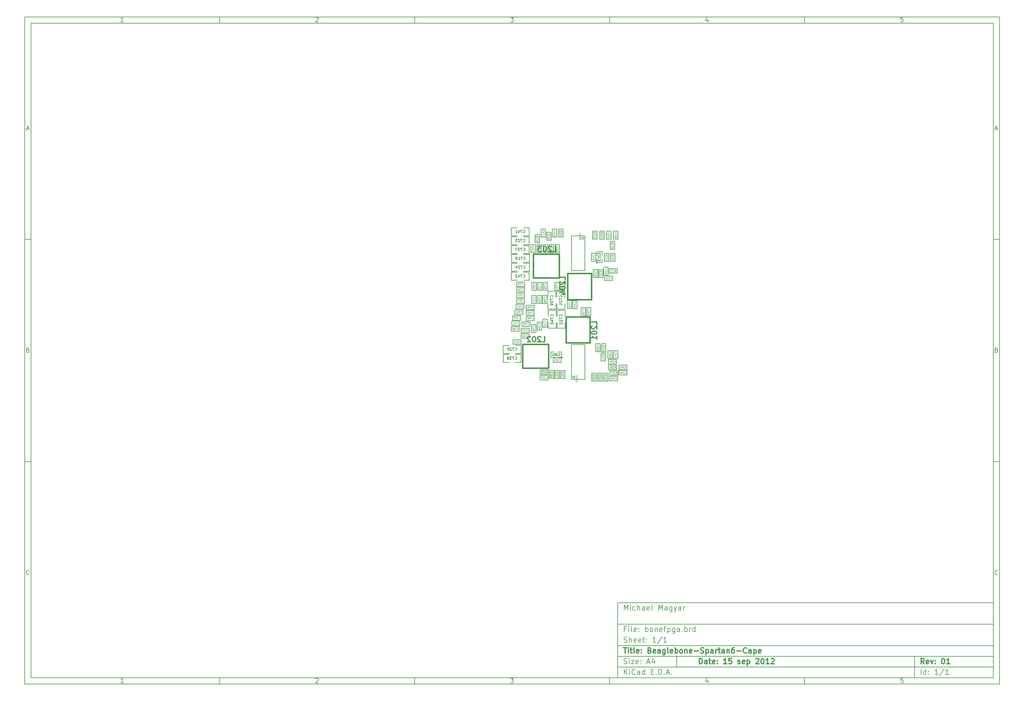
<source format=gbo>
G04 (created by PCBNEW-RS274X (2012-jan-04)-stable) date Fri Sep 14 23:37:00 2012*
G01*
G70*
G90*
%MOIN*%
G04 Gerber Fmt 3.4, Leading zero omitted, Abs format*
%FSLAX34Y34*%
G04 APERTURE LIST*
%ADD10C,0.006000*%
%ADD11C,0.012000*%
%ADD12C,0.005000*%
%ADD13C,0.015000*%
%ADD14C,0.007100*%
%ADD15C,0.004500*%
%ADD16C,0.003900*%
G04 APERTURE END LIST*
G54D10*
X04000Y-04000D02*
X113000Y-04000D01*
X113000Y-78670D01*
X04000Y-78670D01*
X04000Y-04000D01*
X04700Y-04700D02*
X112300Y-04700D01*
X112300Y-77970D01*
X04700Y-77970D01*
X04700Y-04700D01*
X25800Y-04000D02*
X25800Y-04700D01*
X15043Y-04552D02*
X14757Y-04552D01*
X14900Y-04552D02*
X14900Y-04052D01*
X14852Y-04124D01*
X14805Y-04171D01*
X14757Y-04195D01*
X25800Y-78670D02*
X25800Y-77970D01*
X15043Y-78522D02*
X14757Y-78522D01*
X14900Y-78522D02*
X14900Y-78022D01*
X14852Y-78094D01*
X14805Y-78141D01*
X14757Y-78165D01*
X47600Y-04000D02*
X47600Y-04700D01*
X36557Y-04100D02*
X36581Y-04076D01*
X36629Y-04052D01*
X36748Y-04052D01*
X36795Y-04076D01*
X36819Y-04100D01*
X36843Y-04148D01*
X36843Y-04195D01*
X36819Y-04267D01*
X36533Y-04552D01*
X36843Y-04552D01*
X47600Y-78670D02*
X47600Y-77970D01*
X36557Y-78070D02*
X36581Y-78046D01*
X36629Y-78022D01*
X36748Y-78022D01*
X36795Y-78046D01*
X36819Y-78070D01*
X36843Y-78118D01*
X36843Y-78165D01*
X36819Y-78237D01*
X36533Y-78522D01*
X36843Y-78522D01*
X69400Y-04000D02*
X69400Y-04700D01*
X58333Y-04052D02*
X58643Y-04052D01*
X58476Y-04243D01*
X58548Y-04243D01*
X58595Y-04267D01*
X58619Y-04290D01*
X58643Y-04338D01*
X58643Y-04457D01*
X58619Y-04505D01*
X58595Y-04529D01*
X58548Y-04552D01*
X58405Y-04552D01*
X58357Y-04529D01*
X58333Y-04505D01*
X69400Y-78670D02*
X69400Y-77970D01*
X58333Y-78022D02*
X58643Y-78022D01*
X58476Y-78213D01*
X58548Y-78213D01*
X58595Y-78237D01*
X58619Y-78260D01*
X58643Y-78308D01*
X58643Y-78427D01*
X58619Y-78475D01*
X58595Y-78499D01*
X58548Y-78522D01*
X58405Y-78522D01*
X58357Y-78499D01*
X58333Y-78475D01*
X91200Y-04000D02*
X91200Y-04700D01*
X80395Y-04219D02*
X80395Y-04552D01*
X80276Y-04029D02*
X80157Y-04386D01*
X80467Y-04386D01*
X91200Y-78670D02*
X91200Y-77970D01*
X80395Y-78189D02*
X80395Y-78522D01*
X80276Y-77999D02*
X80157Y-78356D01*
X80467Y-78356D01*
X102219Y-04052D02*
X101981Y-04052D01*
X101957Y-04290D01*
X101981Y-04267D01*
X102029Y-04243D01*
X102148Y-04243D01*
X102195Y-04267D01*
X102219Y-04290D01*
X102243Y-04338D01*
X102243Y-04457D01*
X102219Y-04505D01*
X102195Y-04529D01*
X102148Y-04552D01*
X102029Y-04552D01*
X101981Y-04529D01*
X101957Y-04505D01*
X102219Y-78022D02*
X101981Y-78022D01*
X101957Y-78260D01*
X101981Y-78237D01*
X102029Y-78213D01*
X102148Y-78213D01*
X102195Y-78237D01*
X102219Y-78260D01*
X102243Y-78308D01*
X102243Y-78427D01*
X102219Y-78475D01*
X102195Y-78499D01*
X102148Y-78522D01*
X102029Y-78522D01*
X101981Y-78499D01*
X101957Y-78475D01*
X04000Y-28890D02*
X04700Y-28890D01*
X04231Y-16510D02*
X04469Y-16510D01*
X04184Y-16652D02*
X04350Y-16152D01*
X04517Y-16652D01*
X113000Y-28890D02*
X112300Y-28890D01*
X112531Y-16510D02*
X112769Y-16510D01*
X112484Y-16652D02*
X112650Y-16152D01*
X112817Y-16652D01*
X04000Y-53780D02*
X04700Y-53780D01*
X04386Y-41280D02*
X04457Y-41304D01*
X04481Y-41328D01*
X04505Y-41376D01*
X04505Y-41447D01*
X04481Y-41495D01*
X04457Y-41519D01*
X04410Y-41542D01*
X04219Y-41542D01*
X04219Y-41042D01*
X04386Y-41042D01*
X04433Y-41066D01*
X04457Y-41090D01*
X04481Y-41138D01*
X04481Y-41185D01*
X04457Y-41233D01*
X04433Y-41257D01*
X04386Y-41280D01*
X04219Y-41280D01*
X113000Y-53780D02*
X112300Y-53780D01*
X112686Y-41280D02*
X112757Y-41304D01*
X112781Y-41328D01*
X112805Y-41376D01*
X112805Y-41447D01*
X112781Y-41495D01*
X112757Y-41519D01*
X112710Y-41542D01*
X112519Y-41542D01*
X112519Y-41042D01*
X112686Y-41042D01*
X112733Y-41066D01*
X112757Y-41090D01*
X112781Y-41138D01*
X112781Y-41185D01*
X112757Y-41233D01*
X112733Y-41257D01*
X112686Y-41280D01*
X112519Y-41280D01*
X04505Y-66385D02*
X04481Y-66409D01*
X04410Y-66432D01*
X04362Y-66432D01*
X04290Y-66409D01*
X04243Y-66361D01*
X04219Y-66313D01*
X04195Y-66218D01*
X04195Y-66147D01*
X04219Y-66051D01*
X04243Y-66004D01*
X04290Y-65956D01*
X04362Y-65932D01*
X04410Y-65932D01*
X04481Y-65956D01*
X04505Y-65980D01*
X112805Y-66385D02*
X112781Y-66409D01*
X112710Y-66432D01*
X112662Y-66432D01*
X112590Y-66409D01*
X112543Y-66361D01*
X112519Y-66313D01*
X112495Y-66218D01*
X112495Y-66147D01*
X112519Y-66051D01*
X112543Y-66004D01*
X112590Y-65956D01*
X112662Y-65932D01*
X112710Y-65932D01*
X112781Y-65956D01*
X112805Y-65980D01*
G54D11*
X79443Y-76413D02*
X79443Y-75813D01*
X79586Y-75813D01*
X79671Y-75841D01*
X79729Y-75899D01*
X79757Y-75956D01*
X79786Y-76070D01*
X79786Y-76156D01*
X79757Y-76270D01*
X79729Y-76327D01*
X79671Y-76384D01*
X79586Y-76413D01*
X79443Y-76413D01*
X80300Y-76413D02*
X80300Y-76099D01*
X80271Y-76041D01*
X80214Y-76013D01*
X80100Y-76013D01*
X80043Y-76041D01*
X80300Y-76384D02*
X80243Y-76413D01*
X80100Y-76413D01*
X80043Y-76384D01*
X80014Y-76327D01*
X80014Y-76270D01*
X80043Y-76213D01*
X80100Y-76184D01*
X80243Y-76184D01*
X80300Y-76156D01*
X80500Y-76013D02*
X80729Y-76013D01*
X80586Y-75813D02*
X80586Y-76327D01*
X80614Y-76384D01*
X80672Y-76413D01*
X80729Y-76413D01*
X81157Y-76384D02*
X81100Y-76413D01*
X80986Y-76413D01*
X80929Y-76384D01*
X80900Y-76327D01*
X80900Y-76099D01*
X80929Y-76041D01*
X80986Y-76013D01*
X81100Y-76013D01*
X81157Y-76041D01*
X81186Y-76099D01*
X81186Y-76156D01*
X80900Y-76213D01*
X81443Y-76356D02*
X81471Y-76384D01*
X81443Y-76413D01*
X81414Y-76384D01*
X81443Y-76356D01*
X81443Y-76413D01*
X81443Y-76041D02*
X81471Y-76070D01*
X81443Y-76099D01*
X81414Y-76070D01*
X81443Y-76041D01*
X81443Y-76099D01*
X82500Y-76413D02*
X82157Y-76413D01*
X82329Y-76413D02*
X82329Y-75813D01*
X82272Y-75899D01*
X82214Y-75956D01*
X82157Y-75984D01*
X83043Y-75813D02*
X82757Y-75813D01*
X82728Y-76099D01*
X82757Y-76070D01*
X82814Y-76041D01*
X82957Y-76041D01*
X83014Y-76070D01*
X83043Y-76099D01*
X83071Y-76156D01*
X83071Y-76299D01*
X83043Y-76356D01*
X83014Y-76384D01*
X82957Y-76413D01*
X82814Y-76413D01*
X82757Y-76384D01*
X82728Y-76356D01*
X83756Y-76384D02*
X83813Y-76413D01*
X83928Y-76413D01*
X83985Y-76384D01*
X84013Y-76327D01*
X84013Y-76299D01*
X83985Y-76241D01*
X83928Y-76213D01*
X83842Y-76213D01*
X83785Y-76184D01*
X83756Y-76127D01*
X83756Y-76099D01*
X83785Y-76041D01*
X83842Y-76013D01*
X83928Y-76013D01*
X83985Y-76041D01*
X84499Y-76384D02*
X84442Y-76413D01*
X84328Y-76413D01*
X84271Y-76384D01*
X84242Y-76327D01*
X84242Y-76099D01*
X84271Y-76041D01*
X84328Y-76013D01*
X84442Y-76013D01*
X84499Y-76041D01*
X84528Y-76099D01*
X84528Y-76156D01*
X84242Y-76213D01*
X84785Y-76013D02*
X84785Y-76613D01*
X84785Y-76041D02*
X84842Y-76013D01*
X84956Y-76013D01*
X85013Y-76041D01*
X85042Y-76070D01*
X85071Y-76127D01*
X85071Y-76299D01*
X85042Y-76356D01*
X85013Y-76384D01*
X84956Y-76413D01*
X84842Y-76413D01*
X84785Y-76384D01*
X85756Y-75870D02*
X85785Y-75841D01*
X85842Y-75813D01*
X85985Y-75813D01*
X86042Y-75841D01*
X86071Y-75870D01*
X86099Y-75927D01*
X86099Y-75984D01*
X86071Y-76070D01*
X85728Y-76413D01*
X86099Y-76413D01*
X86470Y-75813D02*
X86527Y-75813D01*
X86584Y-75841D01*
X86613Y-75870D01*
X86642Y-75927D01*
X86670Y-76041D01*
X86670Y-76184D01*
X86642Y-76299D01*
X86613Y-76356D01*
X86584Y-76384D01*
X86527Y-76413D01*
X86470Y-76413D01*
X86413Y-76384D01*
X86384Y-76356D01*
X86356Y-76299D01*
X86327Y-76184D01*
X86327Y-76041D01*
X86356Y-75927D01*
X86384Y-75870D01*
X86413Y-75841D01*
X86470Y-75813D01*
X87241Y-76413D02*
X86898Y-76413D01*
X87070Y-76413D02*
X87070Y-75813D01*
X87013Y-75899D01*
X86955Y-75956D01*
X86898Y-75984D01*
X87469Y-75870D02*
X87498Y-75841D01*
X87555Y-75813D01*
X87698Y-75813D01*
X87755Y-75841D01*
X87784Y-75870D01*
X87812Y-75927D01*
X87812Y-75984D01*
X87784Y-76070D01*
X87441Y-76413D01*
X87812Y-76413D01*
G54D10*
X71043Y-77613D02*
X71043Y-77013D01*
X71386Y-77613D02*
X71129Y-77270D01*
X71386Y-77013D02*
X71043Y-77356D01*
X71643Y-77613D02*
X71643Y-77213D01*
X71643Y-77013D02*
X71614Y-77041D01*
X71643Y-77070D01*
X71671Y-77041D01*
X71643Y-77013D01*
X71643Y-77070D01*
X72272Y-77556D02*
X72243Y-77584D01*
X72157Y-77613D01*
X72100Y-77613D01*
X72015Y-77584D01*
X71957Y-77527D01*
X71929Y-77470D01*
X71900Y-77356D01*
X71900Y-77270D01*
X71929Y-77156D01*
X71957Y-77099D01*
X72015Y-77041D01*
X72100Y-77013D01*
X72157Y-77013D01*
X72243Y-77041D01*
X72272Y-77070D01*
X72786Y-77613D02*
X72786Y-77299D01*
X72757Y-77241D01*
X72700Y-77213D01*
X72586Y-77213D01*
X72529Y-77241D01*
X72786Y-77584D02*
X72729Y-77613D01*
X72586Y-77613D01*
X72529Y-77584D01*
X72500Y-77527D01*
X72500Y-77470D01*
X72529Y-77413D01*
X72586Y-77384D01*
X72729Y-77384D01*
X72786Y-77356D01*
X73329Y-77613D02*
X73329Y-77013D01*
X73329Y-77584D02*
X73272Y-77613D01*
X73158Y-77613D01*
X73100Y-77584D01*
X73072Y-77556D01*
X73043Y-77499D01*
X73043Y-77327D01*
X73072Y-77270D01*
X73100Y-77241D01*
X73158Y-77213D01*
X73272Y-77213D01*
X73329Y-77241D01*
X74072Y-77299D02*
X74272Y-77299D01*
X74358Y-77613D02*
X74072Y-77613D01*
X74072Y-77013D01*
X74358Y-77013D01*
X74615Y-77556D02*
X74643Y-77584D01*
X74615Y-77613D01*
X74586Y-77584D01*
X74615Y-77556D01*
X74615Y-77613D01*
X74901Y-77613D02*
X74901Y-77013D01*
X75044Y-77013D01*
X75129Y-77041D01*
X75187Y-77099D01*
X75215Y-77156D01*
X75244Y-77270D01*
X75244Y-77356D01*
X75215Y-77470D01*
X75187Y-77527D01*
X75129Y-77584D01*
X75044Y-77613D01*
X74901Y-77613D01*
X75501Y-77556D02*
X75529Y-77584D01*
X75501Y-77613D01*
X75472Y-77584D01*
X75501Y-77556D01*
X75501Y-77613D01*
X75758Y-77441D02*
X76044Y-77441D01*
X75701Y-77613D02*
X75901Y-77013D01*
X76101Y-77613D01*
X76301Y-77556D02*
X76329Y-77584D01*
X76301Y-77613D01*
X76272Y-77584D01*
X76301Y-77556D01*
X76301Y-77613D01*
G54D11*
X104586Y-76413D02*
X104386Y-76127D01*
X104243Y-76413D02*
X104243Y-75813D01*
X104471Y-75813D01*
X104529Y-75841D01*
X104557Y-75870D01*
X104586Y-75927D01*
X104586Y-76013D01*
X104557Y-76070D01*
X104529Y-76099D01*
X104471Y-76127D01*
X104243Y-76127D01*
X105071Y-76384D02*
X105014Y-76413D01*
X104900Y-76413D01*
X104843Y-76384D01*
X104814Y-76327D01*
X104814Y-76099D01*
X104843Y-76041D01*
X104900Y-76013D01*
X105014Y-76013D01*
X105071Y-76041D01*
X105100Y-76099D01*
X105100Y-76156D01*
X104814Y-76213D01*
X105300Y-76013D02*
X105443Y-76413D01*
X105585Y-76013D01*
X105814Y-76356D02*
X105842Y-76384D01*
X105814Y-76413D01*
X105785Y-76384D01*
X105814Y-76356D01*
X105814Y-76413D01*
X105814Y-76041D02*
X105842Y-76070D01*
X105814Y-76099D01*
X105785Y-76070D01*
X105814Y-76041D01*
X105814Y-76099D01*
X106671Y-75813D02*
X106728Y-75813D01*
X106785Y-75841D01*
X106814Y-75870D01*
X106843Y-75927D01*
X106871Y-76041D01*
X106871Y-76184D01*
X106843Y-76299D01*
X106814Y-76356D01*
X106785Y-76384D01*
X106728Y-76413D01*
X106671Y-76413D01*
X106614Y-76384D01*
X106585Y-76356D01*
X106557Y-76299D01*
X106528Y-76184D01*
X106528Y-76041D01*
X106557Y-75927D01*
X106585Y-75870D01*
X106614Y-75841D01*
X106671Y-75813D01*
X107442Y-76413D02*
X107099Y-76413D01*
X107271Y-76413D02*
X107271Y-75813D01*
X107214Y-75899D01*
X107156Y-75956D01*
X107099Y-75984D01*
G54D10*
X71014Y-76384D02*
X71100Y-76413D01*
X71243Y-76413D01*
X71300Y-76384D01*
X71329Y-76356D01*
X71357Y-76299D01*
X71357Y-76241D01*
X71329Y-76184D01*
X71300Y-76156D01*
X71243Y-76127D01*
X71129Y-76099D01*
X71071Y-76070D01*
X71043Y-76041D01*
X71014Y-75984D01*
X71014Y-75927D01*
X71043Y-75870D01*
X71071Y-75841D01*
X71129Y-75813D01*
X71271Y-75813D01*
X71357Y-75841D01*
X71614Y-76413D02*
X71614Y-76013D01*
X71614Y-75813D02*
X71585Y-75841D01*
X71614Y-75870D01*
X71642Y-75841D01*
X71614Y-75813D01*
X71614Y-75870D01*
X71843Y-76013D02*
X72157Y-76013D01*
X71843Y-76413D01*
X72157Y-76413D01*
X72614Y-76384D02*
X72557Y-76413D01*
X72443Y-76413D01*
X72386Y-76384D01*
X72357Y-76327D01*
X72357Y-76099D01*
X72386Y-76041D01*
X72443Y-76013D01*
X72557Y-76013D01*
X72614Y-76041D01*
X72643Y-76099D01*
X72643Y-76156D01*
X72357Y-76213D01*
X72900Y-76356D02*
X72928Y-76384D01*
X72900Y-76413D01*
X72871Y-76384D01*
X72900Y-76356D01*
X72900Y-76413D01*
X72900Y-76041D02*
X72928Y-76070D01*
X72900Y-76099D01*
X72871Y-76070D01*
X72900Y-76041D01*
X72900Y-76099D01*
X73614Y-76241D02*
X73900Y-76241D01*
X73557Y-76413D02*
X73757Y-75813D01*
X73957Y-76413D01*
X74414Y-76013D02*
X74414Y-76413D01*
X74271Y-75784D02*
X74128Y-76213D01*
X74500Y-76213D01*
X104243Y-77613D02*
X104243Y-77013D01*
X104786Y-77613D02*
X104786Y-77013D01*
X104786Y-77584D02*
X104729Y-77613D01*
X104615Y-77613D01*
X104557Y-77584D01*
X104529Y-77556D01*
X104500Y-77499D01*
X104500Y-77327D01*
X104529Y-77270D01*
X104557Y-77241D01*
X104615Y-77213D01*
X104729Y-77213D01*
X104786Y-77241D01*
X105072Y-77556D02*
X105100Y-77584D01*
X105072Y-77613D01*
X105043Y-77584D01*
X105072Y-77556D01*
X105072Y-77613D01*
X105072Y-77241D02*
X105100Y-77270D01*
X105072Y-77299D01*
X105043Y-77270D01*
X105072Y-77241D01*
X105072Y-77299D01*
X106129Y-77613D02*
X105786Y-77613D01*
X105958Y-77613D02*
X105958Y-77013D01*
X105901Y-77099D01*
X105843Y-77156D01*
X105786Y-77184D01*
X106814Y-76984D02*
X106300Y-77756D01*
X107329Y-77613D02*
X106986Y-77613D01*
X107158Y-77613D02*
X107158Y-77013D01*
X107101Y-77099D01*
X107043Y-77156D01*
X106986Y-77184D01*
G54D11*
X70957Y-74613D02*
X71300Y-74613D01*
X71129Y-75213D02*
X71129Y-74613D01*
X71500Y-75213D02*
X71500Y-74813D01*
X71500Y-74613D02*
X71471Y-74641D01*
X71500Y-74670D01*
X71528Y-74641D01*
X71500Y-74613D01*
X71500Y-74670D01*
X71700Y-74813D02*
X71929Y-74813D01*
X71786Y-74613D02*
X71786Y-75127D01*
X71814Y-75184D01*
X71872Y-75213D01*
X71929Y-75213D01*
X72215Y-75213D02*
X72157Y-75184D01*
X72129Y-75127D01*
X72129Y-74613D01*
X72671Y-75184D02*
X72614Y-75213D01*
X72500Y-75213D01*
X72443Y-75184D01*
X72414Y-75127D01*
X72414Y-74899D01*
X72443Y-74841D01*
X72500Y-74813D01*
X72614Y-74813D01*
X72671Y-74841D01*
X72700Y-74899D01*
X72700Y-74956D01*
X72414Y-75013D01*
X72957Y-75156D02*
X72985Y-75184D01*
X72957Y-75213D01*
X72928Y-75184D01*
X72957Y-75156D01*
X72957Y-75213D01*
X72957Y-74841D02*
X72985Y-74870D01*
X72957Y-74899D01*
X72928Y-74870D01*
X72957Y-74841D01*
X72957Y-74899D01*
X73900Y-74899D02*
X73986Y-74927D01*
X74014Y-74956D01*
X74043Y-75013D01*
X74043Y-75099D01*
X74014Y-75156D01*
X73986Y-75184D01*
X73928Y-75213D01*
X73700Y-75213D01*
X73700Y-74613D01*
X73900Y-74613D01*
X73957Y-74641D01*
X73986Y-74670D01*
X74014Y-74727D01*
X74014Y-74784D01*
X73986Y-74841D01*
X73957Y-74870D01*
X73900Y-74899D01*
X73700Y-74899D01*
X74528Y-75184D02*
X74471Y-75213D01*
X74357Y-75213D01*
X74300Y-75184D01*
X74271Y-75127D01*
X74271Y-74899D01*
X74300Y-74841D01*
X74357Y-74813D01*
X74471Y-74813D01*
X74528Y-74841D01*
X74557Y-74899D01*
X74557Y-74956D01*
X74271Y-75013D01*
X75071Y-75213D02*
X75071Y-74899D01*
X75042Y-74841D01*
X74985Y-74813D01*
X74871Y-74813D01*
X74814Y-74841D01*
X75071Y-75184D02*
X75014Y-75213D01*
X74871Y-75213D01*
X74814Y-75184D01*
X74785Y-75127D01*
X74785Y-75070D01*
X74814Y-75013D01*
X74871Y-74984D01*
X75014Y-74984D01*
X75071Y-74956D01*
X75614Y-74813D02*
X75614Y-75299D01*
X75585Y-75356D01*
X75557Y-75384D01*
X75500Y-75413D01*
X75414Y-75413D01*
X75357Y-75384D01*
X75614Y-75184D02*
X75557Y-75213D01*
X75443Y-75213D01*
X75385Y-75184D01*
X75357Y-75156D01*
X75328Y-75099D01*
X75328Y-74927D01*
X75357Y-74870D01*
X75385Y-74841D01*
X75443Y-74813D01*
X75557Y-74813D01*
X75614Y-74841D01*
X75986Y-75213D02*
X75928Y-75184D01*
X75900Y-75127D01*
X75900Y-74613D01*
X76442Y-75184D02*
X76385Y-75213D01*
X76271Y-75213D01*
X76214Y-75184D01*
X76185Y-75127D01*
X76185Y-74899D01*
X76214Y-74841D01*
X76271Y-74813D01*
X76385Y-74813D01*
X76442Y-74841D01*
X76471Y-74899D01*
X76471Y-74956D01*
X76185Y-75013D01*
X76728Y-75213D02*
X76728Y-74613D01*
X76728Y-74841D02*
X76785Y-74813D01*
X76899Y-74813D01*
X76956Y-74841D01*
X76985Y-74870D01*
X77014Y-74927D01*
X77014Y-75099D01*
X76985Y-75156D01*
X76956Y-75184D01*
X76899Y-75213D01*
X76785Y-75213D01*
X76728Y-75184D01*
X77357Y-75213D02*
X77299Y-75184D01*
X77271Y-75156D01*
X77242Y-75099D01*
X77242Y-74927D01*
X77271Y-74870D01*
X77299Y-74841D01*
X77357Y-74813D01*
X77442Y-74813D01*
X77499Y-74841D01*
X77528Y-74870D01*
X77557Y-74927D01*
X77557Y-75099D01*
X77528Y-75156D01*
X77499Y-75184D01*
X77442Y-75213D01*
X77357Y-75213D01*
X77814Y-74813D02*
X77814Y-75213D01*
X77814Y-74870D02*
X77842Y-74841D01*
X77900Y-74813D01*
X77985Y-74813D01*
X78042Y-74841D01*
X78071Y-74899D01*
X78071Y-75213D01*
X78585Y-75184D02*
X78528Y-75213D01*
X78414Y-75213D01*
X78357Y-75184D01*
X78328Y-75127D01*
X78328Y-74899D01*
X78357Y-74841D01*
X78414Y-74813D01*
X78528Y-74813D01*
X78585Y-74841D01*
X78614Y-74899D01*
X78614Y-74956D01*
X78328Y-75013D01*
X78871Y-74984D02*
X79328Y-74984D01*
X79585Y-75184D02*
X79671Y-75213D01*
X79814Y-75213D01*
X79871Y-75184D01*
X79900Y-75156D01*
X79928Y-75099D01*
X79928Y-75041D01*
X79900Y-74984D01*
X79871Y-74956D01*
X79814Y-74927D01*
X79700Y-74899D01*
X79642Y-74870D01*
X79614Y-74841D01*
X79585Y-74784D01*
X79585Y-74727D01*
X79614Y-74670D01*
X79642Y-74641D01*
X79700Y-74613D01*
X79842Y-74613D01*
X79928Y-74641D01*
X80185Y-74813D02*
X80185Y-75413D01*
X80185Y-74841D02*
X80242Y-74813D01*
X80356Y-74813D01*
X80413Y-74841D01*
X80442Y-74870D01*
X80471Y-74927D01*
X80471Y-75099D01*
X80442Y-75156D01*
X80413Y-75184D01*
X80356Y-75213D01*
X80242Y-75213D01*
X80185Y-75184D01*
X80985Y-75213D02*
X80985Y-74899D01*
X80956Y-74841D01*
X80899Y-74813D01*
X80785Y-74813D01*
X80728Y-74841D01*
X80985Y-75184D02*
X80928Y-75213D01*
X80785Y-75213D01*
X80728Y-75184D01*
X80699Y-75127D01*
X80699Y-75070D01*
X80728Y-75013D01*
X80785Y-74984D01*
X80928Y-74984D01*
X80985Y-74956D01*
X81271Y-75213D02*
X81271Y-74813D01*
X81271Y-74927D02*
X81299Y-74870D01*
X81328Y-74841D01*
X81385Y-74813D01*
X81442Y-74813D01*
X81556Y-74813D02*
X81785Y-74813D01*
X81642Y-74613D02*
X81642Y-75127D01*
X81670Y-75184D01*
X81728Y-75213D01*
X81785Y-75213D01*
X82242Y-75213D02*
X82242Y-74899D01*
X82213Y-74841D01*
X82156Y-74813D01*
X82042Y-74813D01*
X81985Y-74841D01*
X82242Y-75184D02*
X82185Y-75213D01*
X82042Y-75213D01*
X81985Y-75184D01*
X81956Y-75127D01*
X81956Y-75070D01*
X81985Y-75013D01*
X82042Y-74984D01*
X82185Y-74984D01*
X82242Y-74956D01*
X82528Y-74813D02*
X82528Y-75213D01*
X82528Y-74870D02*
X82556Y-74841D01*
X82614Y-74813D01*
X82699Y-74813D01*
X82756Y-74841D01*
X82785Y-74899D01*
X82785Y-75213D01*
X83328Y-74613D02*
X83214Y-74613D01*
X83157Y-74641D01*
X83128Y-74670D01*
X83071Y-74756D01*
X83042Y-74870D01*
X83042Y-75099D01*
X83071Y-75156D01*
X83099Y-75184D01*
X83157Y-75213D01*
X83271Y-75213D01*
X83328Y-75184D01*
X83357Y-75156D01*
X83385Y-75099D01*
X83385Y-74956D01*
X83357Y-74899D01*
X83328Y-74870D01*
X83271Y-74841D01*
X83157Y-74841D01*
X83099Y-74870D01*
X83071Y-74899D01*
X83042Y-74956D01*
X83642Y-74984D02*
X84099Y-74984D01*
X84728Y-75156D02*
X84699Y-75184D01*
X84613Y-75213D01*
X84556Y-75213D01*
X84471Y-75184D01*
X84413Y-75127D01*
X84385Y-75070D01*
X84356Y-74956D01*
X84356Y-74870D01*
X84385Y-74756D01*
X84413Y-74699D01*
X84471Y-74641D01*
X84556Y-74613D01*
X84613Y-74613D01*
X84699Y-74641D01*
X84728Y-74670D01*
X85242Y-75213D02*
X85242Y-74899D01*
X85213Y-74841D01*
X85156Y-74813D01*
X85042Y-74813D01*
X84985Y-74841D01*
X85242Y-75184D02*
X85185Y-75213D01*
X85042Y-75213D01*
X84985Y-75184D01*
X84956Y-75127D01*
X84956Y-75070D01*
X84985Y-75013D01*
X85042Y-74984D01*
X85185Y-74984D01*
X85242Y-74956D01*
X85528Y-74813D02*
X85528Y-75413D01*
X85528Y-74841D02*
X85585Y-74813D01*
X85699Y-74813D01*
X85756Y-74841D01*
X85785Y-74870D01*
X85814Y-74927D01*
X85814Y-75099D01*
X85785Y-75156D01*
X85756Y-75184D01*
X85699Y-75213D01*
X85585Y-75213D01*
X85528Y-75184D01*
X86299Y-75184D02*
X86242Y-75213D01*
X86128Y-75213D01*
X86071Y-75184D01*
X86042Y-75127D01*
X86042Y-74899D01*
X86071Y-74841D01*
X86128Y-74813D01*
X86242Y-74813D01*
X86299Y-74841D01*
X86328Y-74899D01*
X86328Y-74956D01*
X86042Y-75013D01*
G54D10*
X71243Y-72499D02*
X71043Y-72499D01*
X71043Y-72813D02*
X71043Y-72213D01*
X71329Y-72213D01*
X71557Y-72813D02*
X71557Y-72413D01*
X71557Y-72213D02*
X71528Y-72241D01*
X71557Y-72270D01*
X71585Y-72241D01*
X71557Y-72213D01*
X71557Y-72270D01*
X71929Y-72813D02*
X71871Y-72784D01*
X71843Y-72727D01*
X71843Y-72213D01*
X72385Y-72784D02*
X72328Y-72813D01*
X72214Y-72813D01*
X72157Y-72784D01*
X72128Y-72727D01*
X72128Y-72499D01*
X72157Y-72441D01*
X72214Y-72413D01*
X72328Y-72413D01*
X72385Y-72441D01*
X72414Y-72499D01*
X72414Y-72556D01*
X72128Y-72613D01*
X72671Y-72756D02*
X72699Y-72784D01*
X72671Y-72813D01*
X72642Y-72784D01*
X72671Y-72756D01*
X72671Y-72813D01*
X72671Y-72441D02*
X72699Y-72470D01*
X72671Y-72499D01*
X72642Y-72470D01*
X72671Y-72441D01*
X72671Y-72499D01*
X73414Y-72813D02*
X73414Y-72213D01*
X73414Y-72441D02*
X73471Y-72413D01*
X73585Y-72413D01*
X73642Y-72441D01*
X73671Y-72470D01*
X73700Y-72527D01*
X73700Y-72699D01*
X73671Y-72756D01*
X73642Y-72784D01*
X73585Y-72813D01*
X73471Y-72813D01*
X73414Y-72784D01*
X74043Y-72813D02*
X73985Y-72784D01*
X73957Y-72756D01*
X73928Y-72699D01*
X73928Y-72527D01*
X73957Y-72470D01*
X73985Y-72441D01*
X74043Y-72413D01*
X74128Y-72413D01*
X74185Y-72441D01*
X74214Y-72470D01*
X74243Y-72527D01*
X74243Y-72699D01*
X74214Y-72756D01*
X74185Y-72784D01*
X74128Y-72813D01*
X74043Y-72813D01*
X74500Y-72413D02*
X74500Y-72813D01*
X74500Y-72470D02*
X74528Y-72441D01*
X74586Y-72413D01*
X74671Y-72413D01*
X74728Y-72441D01*
X74757Y-72499D01*
X74757Y-72813D01*
X75271Y-72784D02*
X75214Y-72813D01*
X75100Y-72813D01*
X75043Y-72784D01*
X75014Y-72727D01*
X75014Y-72499D01*
X75043Y-72441D01*
X75100Y-72413D01*
X75214Y-72413D01*
X75271Y-72441D01*
X75300Y-72499D01*
X75300Y-72556D01*
X75014Y-72613D01*
X75471Y-72413D02*
X75700Y-72413D01*
X75557Y-72813D02*
X75557Y-72299D01*
X75585Y-72241D01*
X75643Y-72213D01*
X75700Y-72213D01*
X75900Y-72413D02*
X75900Y-73013D01*
X75900Y-72441D02*
X75957Y-72413D01*
X76071Y-72413D01*
X76128Y-72441D01*
X76157Y-72470D01*
X76186Y-72527D01*
X76186Y-72699D01*
X76157Y-72756D01*
X76128Y-72784D01*
X76071Y-72813D01*
X75957Y-72813D01*
X75900Y-72784D01*
X76700Y-72413D02*
X76700Y-72899D01*
X76671Y-72956D01*
X76643Y-72984D01*
X76586Y-73013D01*
X76500Y-73013D01*
X76443Y-72984D01*
X76700Y-72784D02*
X76643Y-72813D01*
X76529Y-72813D01*
X76471Y-72784D01*
X76443Y-72756D01*
X76414Y-72699D01*
X76414Y-72527D01*
X76443Y-72470D01*
X76471Y-72441D01*
X76529Y-72413D01*
X76643Y-72413D01*
X76700Y-72441D01*
X77243Y-72813D02*
X77243Y-72499D01*
X77214Y-72441D01*
X77157Y-72413D01*
X77043Y-72413D01*
X76986Y-72441D01*
X77243Y-72784D02*
X77186Y-72813D01*
X77043Y-72813D01*
X76986Y-72784D01*
X76957Y-72727D01*
X76957Y-72670D01*
X76986Y-72613D01*
X77043Y-72584D01*
X77186Y-72584D01*
X77243Y-72556D01*
X77529Y-72756D02*
X77557Y-72784D01*
X77529Y-72813D01*
X77500Y-72784D01*
X77529Y-72756D01*
X77529Y-72813D01*
X77815Y-72813D02*
X77815Y-72213D01*
X77815Y-72441D02*
X77872Y-72413D01*
X77986Y-72413D01*
X78043Y-72441D01*
X78072Y-72470D01*
X78101Y-72527D01*
X78101Y-72699D01*
X78072Y-72756D01*
X78043Y-72784D01*
X77986Y-72813D01*
X77872Y-72813D01*
X77815Y-72784D01*
X78358Y-72813D02*
X78358Y-72413D01*
X78358Y-72527D02*
X78386Y-72470D01*
X78415Y-72441D01*
X78472Y-72413D01*
X78529Y-72413D01*
X78986Y-72813D02*
X78986Y-72213D01*
X78986Y-72784D02*
X78929Y-72813D01*
X78815Y-72813D01*
X78757Y-72784D01*
X78729Y-72756D01*
X78700Y-72699D01*
X78700Y-72527D01*
X78729Y-72470D01*
X78757Y-72441D01*
X78815Y-72413D01*
X78929Y-72413D01*
X78986Y-72441D01*
X71014Y-73984D02*
X71100Y-74013D01*
X71243Y-74013D01*
X71300Y-73984D01*
X71329Y-73956D01*
X71357Y-73899D01*
X71357Y-73841D01*
X71329Y-73784D01*
X71300Y-73756D01*
X71243Y-73727D01*
X71129Y-73699D01*
X71071Y-73670D01*
X71043Y-73641D01*
X71014Y-73584D01*
X71014Y-73527D01*
X71043Y-73470D01*
X71071Y-73441D01*
X71129Y-73413D01*
X71271Y-73413D01*
X71357Y-73441D01*
X71614Y-74013D02*
X71614Y-73413D01*
X71871Y-74013D02*
X71871Y-73699D01*
X71842Y-73641D01*
X71785Y-73613D01*
X71700Y-73613D01*
X71642Y-73641D01*
X71614Y-73670D01*
X72385Y-73984D02*
X72328Y-74013D01*
X72214Y-74013D01*
X72157Y-73984D01*
X72128Y-73927D01*
X72128Y-73699D01*
X72157Y-73641D01*
X72214Y-73613D01*
X72328Y-73613D01*
X72385Y-73641D01*
X72414Y-73699D01*
X72414Y-73756D01*
X72128Y-73813D01*
X72899Y-73984D02*
X72842Y-74013D01*
X72728Y-74013D01*
X72671Y-73984D01*
X72642Y-73927D01*
X72642Y-73699D01*
X72671Y-73641D01*
X72728Y-73613D01*
X72842Y-73613D01*
X72899Y-73641D01*
X72928Y-73699D01*
X72928Y-73756D01*
X72642Y-73813D01*
X73099Y-73613D02*
X73328Y-73613D01*
X73185Y-73413D02*
X73185Y-73927D01*
X73213Y-73984D01*
X73271Y-74013D01*
X73328Y-74013D01*
X73528Y-73956D02*
X73556Y-73984D01*
X73528Y-74013D01*
X73499Y-73984D01*
X73528Y-73956D01*
X73528Y-74013D01*
X73528Y-73641D02*
X73556Y-73670D01*
X73528Y-73699D01*
X73499Y-73670D01*
X73528Y-73641D01*
X73528Y-73699D01*
X74585Y-74013D02*
X74242Y-74013D01*
X74414Y-74013D02*
X74414Y-73413D01*
X74357Y-73499D01*
X74299Y-73556D01*
X74242Y-73584D01*
X75270Y-73384D02*
X74756Y-74156D01*
X75785Y-74013D02*
X75442Y-74013D01*
X75614Y-74013D02*
X75614Y-73413D01*
X75557Y-73499D01*
X75499Y-73556D01*
X75442Y-73584D01*
X71043Y-70413D02*
X71043Y-69813D01*
X71243Y-70241D01*
X71443Y-69813D01*
X71443Y-70413D01*
X71729Y-70413D02*
X71729Y-70013D01*
X71729Y-69813D02*
X71700Y-69841D01*
X71729Y-69870D01*
X71757Y-69841D01*
X71729Y-69813D01*
X71729Y-69870D01*
X72272Y-70384D02*
X72215Y-70413D01*
X72101Y-70413D01*
X72043Y-70384D01*
X72015Y-70356D01*
X71986Y-70299D01*
X71986Y-70127D01*
X72015Y-70070D01*
X72043Y-70041D01*
X72101Y-70013D01*
X72215Y-70013D01*
X72272Y-70041D01*
X72529Y-70413D02*
X72529Y-69813D01*
X72786Y-70413D02*
X72786Y-70099D01*
X72757Y-70041D01*
X72700Y-70013D01*
X72615Y-70013D01*
X72557Y-70041D01*
X72529Y-70070D01*
X73329Y-70413D02*
X73329Y-70099D01*
X73300Y-70041D01*
X73243Y-70013D01*
X73129Y-70013D01*
X73072Y-70041D01*
X73329Y-70384D02*
X73272Y-70413D01*
X73129Y-70413D01*
X73072Y-70384D01*
X73043Y-70327D01*
X73043Y-70270D01*
X73072Y-70213D01*
X73129Y-70184D01*
X73272Y-70184D01*
X73329Y-70156D01*
X73843Y-70384D02*
X73786Y-70413D01*
X73672Y-70413D01*
X73615Y-70384D01*
X73586Y-70327D01*
X73586Y-70099D01*
X73615Y-70041D01*
X73672Y-70013D01*
X73786Y-70013D01*
X73843Y-70041D01*
X73872Y-70099D01*
X73872Y-70156D01*
X73586Y-70213D01*
X74215Y-70413D02*
X74157Y-70384D01*
X74129Y-70327D01*
X74129Y-69813D01*
X74900Y-70413D02*
X74900Y-69813D01*
X75100Y-70241D01*
X75300Y-69813D01*
X75300Y-70413D01*
X75843Y-70413D02*
X75843Y-70099D01*
X75814Y-70041D01*
X75757Y-70013D01*
X75643Y-70013D01*
X75586Y-70041D01*
X75843Y-70384D02*
X75786Y-70413D01*
X75643Y-70413D01*
X75586Y-70384D01*
X75557Y-70327D01*
X75557Y-70270D01*
X75586Y-70213D01*
X75643Y-70184D01*
X75786Y-70184D01*
X75843Y-70156D01*
X76386Y-70013D02*
X76386Y-70499D01*
X76357Y-70556D01*
X76329Y-70584D01*
X76272Y-70613D01*
X76186Y-70613D01*
X76129Y-70584D01*
X76386Y-70384D02*
X76329Y-70413D01*
X76215Y-70413D01*
X76157Y-70384D01*
X76129Y-70356D01*
X76100Y-70299D01*
X76100Y-70127D01*
X76129Y-70070D01*
X76157Y-70041D01*
X76215Y-70013D01*
X76329Y-70013D01*
X76386Y-70041D01*
X76615Y-70013D02*
X76758Y-70413D01*
X76900Y-70013D02*
X76758Y-70413D01*
X76700Y-70556D01*
X76672Y-70584D01*
X76615Y-70613D01*
X77386Y-70413D02*
X77386Y-70099D01*
X77357Y-70041D01*
X77300Y-70013D01*
X77186Y-70013D01*
X77129Y-70041D01*
X77386Y-70384D02*
X77329Y-70413D01*
X77186Y-70413D01*
X77129Y-70384D01*
X77100Y-70327D01*
X77100Y-70270D01*
X77129Y-70213D01*
X77186Y-70184D01*
X77329Y-70184D01*
X77386Y-70156D01*
X77672Y-70413D02*
X77672Y-70013D01*
X77672Y-70127D02*
X77700Y-70070D01*
X77729Y-70041D01*
X77786Y-70013D01*
X77843Y-70013D01*
X70300Y-69570D02*
X70300Y-77970D01*
X70300Y-71970D02*
X112300Y-71970D01*
X70300Y-69570D02*
X112300Y-69570D01*
X70300Y-74370D02*
X112300Y-74370D01*
X103500Y-75570D02*
X103500Y-77970D01*
X70300Y-76770D02*
X112300Y-76770D01*
X70300Y-75570D02*
X112300Y-75570D01*
X76900Y-75570D02*
X76900Y-76770D01*
G54D12*
X64419Y-36709D02*
X63519Y-36709D01*
X63519Y-36709D02*
X63519Y-36059D01*
X64419Y-35359D02*
X64419Y-34709D01*
X64419Y-34709D02*
X63519Y-34709D01*
X63519Y-34709D02*
X63519Y-35359D01*
X64419Y-36059D02*
X64419Y-36709D01*
X63530Y-36839D02*
X64430Y-36839D01*
X64430Y-36839D02*
X64430Y-37489D01*
X63530Y-38189D02*
X63530Y-38839D01*
X63530Y-38839D02*
X64430Y-38839D01*
X64430Y-38839D02*
X64430Y-38189D01*
X63530Y-37489D02*
X63530Y-36839D01*
X60421Y-28589D02*
X60421Y-29489D01*
X60421Y-29489D02*
X59771Y-29489D01*
X59071Y-28589D02*
X58421Y-28589D01*
X58421Y-28589D02*
X58421Y-29489D01*
X58421Y-29489D02*
X59071Y-29489D01*
X59771Y-28589D02*
X60421Y-28589D01*
X60429Y-30581D02*
X60429Y-31481D01*
X60429Y-31481D02*
X59779Y-31481D01*
X59079Y-30581D02*
X58429Y-30581D01*
X58429Y-30581D02*
X58429Y-31481D01*
X58429Y-31481D02*
X59079Y-31481D01*
X59779Y-30581D02*
X60429Y-30581D01*
X59512Y-40759D02*
X59512Y-41659D01*
X59512Y-41659D02*
X58862Y-41659D01*
X58162Y-40759D02*
X57512Y-40759D01*
X57512Y-40759D02*
X57512Y-41659D01*
X57512Y-41659D02*
X58162Y-41659D01*
X58862Y-40759D02*
X59512Y-40759D01*
X60437Y-31570D02*
X60437Y-32470D01*
X60437Y-32470D02*
X59787Y-32470D01*
X59087Y-31570D02*
X58437Y-31570D01*
X58437Y-31570D02*
X58437Y-32470D01*
X58437Y-32470D02*
X59087Y-32470D01*
X59787Y-31570D02*
X60437Y-31570D01*
X64137Y-42103D02*
X64136Y-42112D01*
X64133Y-42122D01*
X64128Y-42130D01*
X64122Y-42138D01*
X64114Y-42144D01*
X64106Y-42149D01*
X64097Y-42151D01*
X64087Y-42152D01*
X64078Y-42152D01*
X64069Y-42149D01*
X64060Y-42144D01*
X64053Y-42138D01*
X64046Y-42131D01*
X64042Y-42122D01*
X64039Y-42113D01*
X64038Y-42103D01*
X64038Y-42094D01*
X64041Y-42085D01*
X64045Y-42076D01*
X64052Y-42069D01*
X64059Y-42062D01*
X64067Y-42058D01*
X64077Y-42055D01*
X64086Y-42054D01*
X64095Y-42054D01*
X64105Y-42057D01*
X64113Y-42061D01*
X64121Y-42067D01*
X64127Y-42075D01*
X64132Y-42083D01*
X64135Y-42092D01*
X64136Y-42102D01*
X64137Y-42103D01*
X63637Y-42103D02*
X64037Y-42103D01*
X64037Y-42103D02*
X64037Y-41503D01*
X64037Y-41503D02*
X63637Y-41503D01*
X63237Y-41503D02*
X62837Y-41503D01*
X62837Y-41503D02*
X62837Y-42103D01*
X62837Y-42103D02*
X63237Y-42103D01*
X68014Y-31504D02*
X68013Y-31513D01*
X68010Y-31523D01*
X68005Y-31531D01*
X67999Y-31539D01*
X67991Y-31545D01*
X67983Y-31550D01*
X67974Y-31552D01*
X67964Y-31553D01*
X67955Y-31553D01*
X67946Y-31550D01*
X67937Y-31545D01*
X67930Y-31539D01*
X67923Y-31532D01*
X67919Y-31523D01*
X67916Y-31514D01*
X67915Y-31504D01*
X67915Y-31495D01*
X67918Y-31486D01*
X67922Y-31477D01*
X67929Y-31470D01*
X67936Y-31463D01*
X67944Y-31459D01*
X67954Y-31456D01*
X67963Y-31455D01*
X67972Y-31455D01*
X67982Y-31458D01*
X67990Y-31462D01*
X67998Y-31468D01*
X68004Y-31476D01*
X68009Y-31484D01*
X68012Y-31493D01*
X68013Y-31503D01*
X68014Y-31504D01*
X67964Y-31054D02*
X67964Y-31454D01*
X67964Y-31454D02*
X68564Y-31454D01*
X68564Y-31454D02*
X68564Y-31054D01*
X68564Y-30654D02*
X68564Y-30254D01*
X68564Y-30254D02*
X67964Y-30254D01*
X67964Y-30254D02*
X67964Y-30654D01*
X68002Y-28863D02*
X68002Y-27963D01*
X68002Y-27963D02*
X67502Y-27963D01*
X67502Y-27963D02*
X67502Y-28863D01*
X67502Y-28863D02*
X68002Y-28863D01*
X70006Y-31356D02*
X70006Y-30456D01*
X70006Y-30456D02*
X69506Y-30456D01*
X69506Y-30456D02*
X69506Y-31356D01*
X69506Y-31356D02*
X70006Y-31356D01*
X69325Y-31363D02*
X69325Y-30463D01*
X69325Y-30463D02*
X68825Y-30463D01*
X68825Y-30463D02*
X68825Y-31363D01*
X68825Y-31363D02*
X69325Y-31363D01*
X68825Y-28856D02*
X68825Y-27956D01*
X68825Y-27956D02*
X68325Y-27956D01*
X68325Y-27956D02*
X68325Y-28856D01*
X68325Y-28856D02*
X68825Y-28856D01*
X64203Y-28639D02*
X64203Y-27739D01*
X64203Y-27739D02*
X63703Y-27739D01*
X63703Y-27739D02*
X63703Y-28639D01*
X63703Y-28639D02*
X64203Y-28639D01*
X69978Y-29997D02*
X69978Y-29097D01*
X69978Y-29097D02*
X69478Y-29097D01*
X69478Y-29097D02*
X69478Y-29997D01*
X69478Y-29997D02*
X69978Y-29997D01*
X61573Y-29281D02*
X61573Y-28381D01*
X61573Y-28381D02*
X61073Y-28381D01*
X61073Y-28381D02*
X61073Y-29281D01*
X61073Y-29281D02*
X61573Y-29281D01*
X68451Y-41601D02*
X68451Y-42501D01*
X68451Y-42501D02*
X68951Y-42501D01*
X68951Y-42501D02*
X68951Y-41601D01*
X68951Y-41601D02*
X68451Y-41601D01*
X68470Y-40583D02*
X68470Y-41483D01*
X68470Y-41483D02*
X68970Y-41483D01*
X68970Y-41483D02*
X68970Y-40583D01*
X68970Y-40583D02*
X68470Y-40583D01*
X62673Y-43546D02*
X62673Y-44446D01*
X62673Y-44446D02*
X63173Y-44446D01*
X63173Y-44446D02*
X63173Y-43546D01*
X63173Y-43546D02*
X62673Y-43546D01*
X61637Y-44010D02*
X62537Y-44010D01*
X62537Y-44010D02*
X62537Y-43510D01*
X62537Y-43510D02*
X61637Y-43510D01*
X61637Y-43510D02*
X61637Y-44010D01*
X69444Y-44104D02*
X70344Y-44104D01*
X70344Y-44104D02*
X70344Y-43604D01*
X70344Y-43604D02*
X69444Y-43604D01*
X69444Y-43604D02*
X69444Y-44104D01*
X69278Y-43470D02*
X70178Y-43470D01*
X70178Y-43470D02*
X70178Y-42970D01*
X70178Y-42970D02*
X69278Y-42970D01*
X69278Y-42970D02*
X69278Y-43470D01*
X68067Y-43871D02*
X68067Y-44771D01*
X68067Y-44771D02*
X68567Y-44771D01*
X68567Y-44771D02*
X68567Y-43871D01*
X68567Y-43871D02*
X68067Y-43871D01*
X69246Y-44781D02*
X69246Y-43881D01*
X69246Y-43881D02*
X68746Y-43881D01*
X68746Y-43881D02*
X68746Y-44781D01*
X68746Y-44781D02*
X69246Y-44781D01*
X63293Y-43556D02*
X63293Y-44456D01*
X63293Y-44456D02*
X63793Y-44456D01*
X63793Y-44456D02*
X63793Y-43556D01*
X63793Y-43556D02*
X63293Y-43556D01*
X62388Y-28113D02*
X62388Y-29013D01*
X62388Y-29013D02*
X62888Y-29013D01*
X62888Y-29013D02*
X62888Y-28113D01*
X62888Y-28113D02*
X62388Y-28113D01*
X67407Y-43871D02*
X67407Y-44771D01*
X67407Y-44771D02*
X67907Y-44771D01*
X67907Y-44771D02*
X67907Y-43871D01*
X67907Y-43871D02*
X67407Y-43871D01*
X63152Y-30371D02*
X63152Y-29471D01*
X63152Y-29471D02*
X62652Y-29471D01*
X62652Y-29471D02*
X62652Y-30371D01*
X62652Y-30371D02*
X63152Y-30371D01*
X69373Y-32671D02*
X70273Y-32671D01*
X70273Y-32671D02*
X70273Y-32171D01*
X70273Y-32171D02*
X69373Y-32171D01*
X69373Y-32171D02*
X69373Y-32671D01*
X68665Y-33167D02*
X68665Y-32267D01*
X68665Y-32267D02*
X68165Y-32267D01*
X68165Y-32267D02*
X68165Y-33167D01*
X68165Y-33167D02*
X68665Y-33167D01*
X64404Y-44456D02*
X64404Y-43556D01*
X64404Y-43556D02*
X63904Y-43556D01*
X63904Y-43556D02*
X63904Y-44456D01*
X63904Y-44456D02*
X64404Y-44456D01*
X69585Y-28856D02*
X69585Y-27956D01*
X69585Y-27956D02*
X69085Y-27956D01*
X69085Y-27956D02*
X69085Y-28856D01*
X69085Y-28856D02*
X69585Y-28856D01*
X69256Y-32901D02*
X69256Y-32001D01*
X69256Y-32001D02*
X68756Y-32001D01*
X68756Y-32001D02*
X68756Y-32901D01*
X68756Y-32901D02*
X69256Y-32901D01*
X61774Y-30363D02*
X61774Y-29463D01*
X61774Y-29463D02*
X61274Y-29463D01*
X61274Y-29463D02*
X61274Y-30363D01*
X61274Y-30363D02*
X61774Y-30363D01*
X68851Y-33508D02*
X69751Y-33508D01*
X69751Y-33508D02*
X69751Y-33008D01*
X69751Y-33008D02*
X68851Y-33008D01*
X68851Y-33008D02*
X68851Y-33508D01*
X62463Y-30371D02*
X62463Y-29471D01*
X62463Y-29471D02*
X61963Y-29471D01*
X61963Y-29471D02*
X61963Y-30371D01*
X61963Y-30371D02*
X62463Y-30371D01*
X63526Y-28627D02*
X63526Y-27727D01*
X63526Y-27727D02*
X63026Y-27727D01*
X63026Y-27727D02*
X63026Y-28627D01*
X63026Y-28627D02*
X63526Y-28627D01*
X68085Y-33157D02*
X68085Y-32257D01*
X68085Y-32257D02*
X67585Y-32257D01*
X67585Y-32257D02*
X67585Y-33157D01*
X67585Y-33157D02*
X68085Y-33157D01*
X62242Y-28627D02*
X62242Y-27727D01*
X62242Y-27727D02*
X61742Y-27727D01*
X61742Y-27727D02*
X61742Y-28627D01*
X61742Y-28627D02*
X62242Y-28627D01*
X70337Y-28856D02*
X70337Y-27956D01*
X70337Y-27956D02*
X69837Y-27956D01*
X69837Y-27956D02*
X69837Y-28856D01*
X69837Y-28856D02*
X70337Y-28856D01*
X63797Y-30371D02*
X63797Y-29471D01*
X63797Y-29471D02*
X63297Y-29471D01*
X63297Y-29471D02*
X63297Y-30371D01*
X63297Y-30371D02*
X63797Y-30371D01*
X67876Y-31320D02*
X67876Y-30420D01*
X67876Y-30420D02*
X67376Y-30420D01*
X67376Y-30420D02*
X67376Y-31320D01*
X67376Y-31320D02*
X67876Y-31320D01*
X59509Y-40132D02*
X58609Y-40132D01*
X58609Y-40132D02*
X58609Y-40632D01*
X58609Y-40632D02*
X59509Y-40632D01*
X59509Y-40632D02*
X59509Y-40132D01*
X69829Y-41326D02*
X69829Y-42226D01*
X69829Y-42226D02*
X70329Y-42226D01*
X70329Y-42226D02*
X70329Y-41326D01*
X70329Y-41326D02*
X69829Y-41326D01*
X60399Y-39459D02*
X59499Y-39459D01*
X59499Y-39459D02*
X59499Y-39959D01*
X59499Y-39959D02*
X60399Y-39959D01*
X60399Y-39959D02*
X60399Y-39459D01*
X69219Y-41333D02*
X69219Y-42233D01*
X69219Y-42233D02*
X69719Y-42233D01*
X69719Y-42233D02*
X69719Y-41333D01*
X69719Y-41333D02*
X69219Y-41333D01*
X67850Y-40574D02*
X67850Y-41474D01*
X67850Y-41474D02*
X68350Y-41474D01*
X68350Y-41474D02*
X68350Y-40574D01*
X68350Y-40574D02*
X67850Y-40574D01*
X61656Y-44630D02*
X62556Y-44630D01*
X62556Y-44630D02*
X62556Y-44130D01*
X62556Y-44130D02*
X61656Y-44130D01*
X61656Y-44130D02*
X61656Y-44630D01*
X69412Y-44738D02*
X70312Y-44738D01*
X70312Y-44738D02*
X70312Y-44238D01*
X70312Y-44238D02*
X69412Y-44238D01*
X69412Y-44238D02*
X69412Y-44738D01*
X70456Y-44085D02*
X71356Y-44085D01*
X71356Y-44085D02*
X71356Y-43585D01*
X71356Y-43585D02*
X70456Y-43585D01*
X70456Y-43585D02*
X70456Y-44085D01*
X69278Y-42837D02*
X70178Y-42837D01*
X70178Y-42837D02*
X70178Y-42337D01*
X70178Y-42337D02*
X69278Y-42337D01*
X69278Y-42337D02*
X69278Y-42837D01*
X70440Y-43467D02*
X71340Y-43467D01*
X71340Y-43467D02*
X71340Y-42967D01*
X71340Y-42967D02*
X70440Y-42967D01*
X70440Y-42967D02*
X70440Y-43467D01*
X63997Y-42179D02*
X63097Y-42179D01*
X63097Y-42179D02*
X63097Y-42679D01*
X63097Y-42679D02*
X63997Y-42679D01*
X63997Y-42679D02*
X63997Y-42179D01*
X61931Y-37845D02*
X61931Y-38745D01*
X61931Y-38745D02*
X62431Y-38745D01*
X62431Y-38745D02*
X62431Y-37845D01*
X62431Y-37845D02*
X61931Y-37845D01*
X59481Y-37419D02*
X58581Y-37419D01*
X58581Y-37419D02*
X58581Y-37919D01*
X58581Y-37919D02*
X59481Y-37919D01*
X59481Y-37919D02*
X59481Y-37419D01*
X59840Y-36171D02*
X58940Y-36171D01*
X58940Y-36171D02*
X58940Y-36671D01*
X58940Y-36671D02*
X59840Y-36671D01*
X59840Y-36671D02*
X59840Y-36171D01*
X66211Y-36519D02*
X66211Y-37419D01*
X66211Y-37419D02*
X66711Y-37419D01*
X66711Y-37419D02*
X66711Y-36519D01*
X66711Y-36519D02*
X66211Y-36519D01*
X65770Y-36659D02*
X65770Y-35759D01*
X65770Y-35759D02*
X65270Y-35759D01*
X65270Y-35759D02*
X65270Y-36659D01*
X65270Y-36659D02*
X65770Y-36659D01*
X60399Y-38821D02*
X59499Y-38821D01*
X59499Y-38821D02*
X59499Y-39321D01*
X59499Y-39321D02*
X60399Y-39321D01*
X60399Y-39321D02*
X60399Y-38821D01*
X61120Y-30352D02*
X61120Y-29452D01*
X61120Y-29452D02*
X60620Y-29452D01*
X60620Y-29452D02*
X60620Y-30352D01*
X60620Y-30352D02*
X61120Y-30352D01*
X59722Y-36789D02*
X58822Y-36789D01*
X58822Y-36789D02*
X58822Y-37289D01*
X58822Y-37289D02*
X59722Y-37289D01*
X59722Y-37289D02*
X59722Y-36789D01*
X59379Y-38022D02*
X58479Y-38022D01*
X58479Y-38022D02*
X58479Y-38522D01*
X58479Y-38522D02*
X59379Y-38522D01*
X59379Y-38522D02*
X59379Y-38022D01*
X62411Y-36072D02*
X62411Y-35172D01*
X62411Y-35172D02*
X61911Y-35172D01*
X61911Y-35172D02*
X61911Y-36072D01*
X61911Y-36072D02*
X62411Y-36072D01*
X60985Y-37494D02*
X60085Y-37494D01*
X60085Y-37494D02*
X60085Y-37994D01*
X60085Y-37994D02*
X60985Y-37994D01*
X60985Y-37994D02*
X60985Y-37494D01*
X59919Y-35549D02*
X59019Y-35549D01*
X59019Y-35549D02*
X59019Y-36049D01*
X59019Y-36049D02*
X59919Y-36049D01*
X59919Y-36049D02*
X59919Y-35549D01*
X59304Y-38671D02*
X58404Y-38671D01*
X58404Y-38671D02*
X58404Y-39171D01*
X58404Y-39171D02*
X59304Y-39171D01*
X59304Y-39171D02*
X59304Y-38671D01*
X59911Y-33652D02*
X59011Y-33652D01*
X59011Y-33652D02*
X59011Y-34152D01*
X59011Y-34152D02*
X59911Y-34152D01*
X59911Y-34152D02*
X59911Y-33652D01*
X61317Y-38176D02*
X61317Y-39076D01*
X61317Y-39076D02*
X61817Y-39076D01*
X61817Y-39076D02*
X61817Y-38176D01*
X61817Y-38176D02*
X61317Y-38176D01*
X61801Y-36072D02*
X61801Y-35172D01*
X61801Y-35172D02*
X61301Y-35172D01*
X61301Y-35172D02*
X61301Y-36072D01*
X61301Y-36072D02*
X61801Y-36072D01*
X60985Y-36880D02*
X60085Y-36880D01*
X60085Y-36880D02*
X60085Y-37380D01*
X60085Y-37380D02*
X60985Y-37380D01*
X60985Y-37380D02*
X60985Y-36880D01*
X60711Y-33692D02*
X60711Y-34592D01*
X60711Y-34592D02*
X61211Y-34592D01*
X61211Y-34592D02*
X61211Y-33692D01*
X61211Y-33692D02*
X60711Y-33692D01*
G54D13*
X64704Y-32707D02*
X64704Y-35620D01*
X64704Y-35620D02*
X67382Y-35620D01*
X67382Y-35620D02*
X67382Y-32707D01*
X67382Y-32707D02*
X64744Y-32707D01*
X63789Y-30521D02*
X60876Y-30521D01*
X60876Y-30521D02*
X60876Y-33199D01*
X60876Y-33199D02*
X63789Y-33199D01*
X63789Y-33199D02*
X63789Y-30561D01*
X67225Y-40472D02*
X67225Y-37559D01*
X67225Y-37559D02*
X64547Y-37559D01*
X64547Y-37559D02*
X64547Y-40472D01*
X64547Y-40472D02*
X67185Y-40472D01*
X62579Y-40630D02*
X59666Y-40630D01*
X59666Y-40630D02*
X59666Y-43308D01*
X59666Y-43308D02*
X62579Y-43308D01*
X62579Y-43308D02*
X62579Y-40670D01*
G54D12*
X60421Y-32570D02*
X60421Y-33470D01*
X60421Y-33470D02*
X59771Y-33470D01*
X59071Y-32570D02*
X58421Y-32570D01*
X58421Y-32570D02*
X58421Y-33470D01*
X58421Y-33470D02*
X59071Y-33470D01*
X59771Y-32570D02*
X60421Y-32570D01*
X60421Y-27589D02*
X60421Y-28489D01*
X60421Y-28489D02*
X59771Y-28489D01*
X59071Y-27589D02*
X58421Y-27589D01*
X58421Y-27589D02*
X58421Y-28489D01*
X58421Y-28489D02*
X59071Y-28489D01*
X59771Y-27589D02*
X60421Y-27589D01*
X62542Y-36843D02*
X63442Y-36843D01*
X63442Y-36843D02*
X63442Y-37493D01*
X62542Y-38193D02*
X62542Y-38843D01*
X62542Y-38843D02*
X63442Y-38843D01*
X63442Y-38843D02*
X63442Y-38193D01*
X62542Y-37493D02*
X62542Y-36843D01*
X63419Y-36709D02*
X62519Y-36709D01*
X62519Y-36709D02*
X62519Y-36059D01*
X63419Y-35359D02*
X63419Y-34709D01*
X63419Y-34709D02*
X62519Y-34709D01*
X62519Y-34709D02*
X62519Y-35359D01*
X63419Y-36059D02*
X63419Y-36709D01*
X59500Y-41770D02*
X59500Y-42670D01*
X59500Y-42670D02*
X58850Y-42670D01*
X58150Y-41770D02*
X57500Y-41770D01*
X57500Y-41770D02*
X57500Y-42670D01*
X57500Y-42670D02*
X58150Y-42670D01*
X58850Y-41770D02*
X59500Y-41770D01*
X60421Y-29601D02*
X60421Y-30501D01*
X60421Y-30501D02*
X59771Y-30501D01*
X59071Y-29601D02*
X58421Y-29601D01*
X58421Y-29601D02*
X58421Y-30501D01*
X58421Y-30501D02*
X59071Y-30501D01*
X59771Y-29601D02*
X60421Y-29601D01*
X66797Y-36526D02*
X66797Y-37426D01*
X66797Y-37426D02*
X67297Y-37426D01*
X67297Y-37426D02*
X67297Y-36526D01*
X67297Y-36526D02*
X66797Y-36526D01*
X61986Y-33704D02*
X61986Y-34604D01*
X61986Y-34604D02*
X62486Y-34604D01*
X62486Y-34604D02*
X62486Y-33704D01*
X62486Y-33704D02*
X61986Y-33704D01*
X59919Y-34911D02*
X59019Y-34911D01*
X59019Y-34911D02*
X59019Y-35411D01*
X59019Y-35411D02*
X59919Y-35411D01*
X59919Y-35411D02*
X59919Y-34911D01*
X61341Y-33704D02*
X61341Y-34604D01*
X61341Y-34604D02*
X61841Y-34604D01*
X61841Y-34604D02*
X61841Y-33704D01*
X61841Y-33704D02*
X61341Y-33704D01*
X65171Y-36639D02*
X65171Y-35739D01*
X65171Y-35739D02*
X64671Y-35739D01*
X64671Y-35739D02*
X64671Y-36639D01*
X64671Y-36639D02*
X65171Y-36639D01*
X60509Y-38144D02*
X59609Y-38144D01*
X59609Y-38144D02*
X59609Y-38644D01*
X59609Y-38644D02*
X60509Y-38644D01*
X60509Y-38644D02*
X60509Y-38144D01*
X63262Y-33704D02*
X63262Y-34604D01*
X63262Y-34604D02*
X63762Y-34604D01*
X63762Y-34604D02*
X63762Y-33704D01*
X63762Y-33704D02*
X63262Y-33704D01*
X59911Y-34270D02*
X59011Y-34270D01*
X59011Y-34270D02*
X59011Y-34770D01*
X59011Y-34770D02*
X59911Y-34770D01*
X59911Y-34770D02*
X59911Y-34270D01*
X63876Y-33696D02*
X63876Y-34596D01*
X63876Y-34596D02*
X64376Y-34596D01*
X64376Y-34596D02*
X64376Y-33696D01*
X64376Y-33696D02*
X63876Y-33696D01*
X60691Y-38436D02*
X60691Y-39336D01*
X60691Y-39336D02*
X61191Y-39336D01*
X61191Y-39336D02*
X61191Y-38436D01*
X61191Y-38436D02*
X60691Y-38436D01*
X61191Y-36072D02*
X61191Y-35172D01*
X61191Y-35172D02*
X60691Y-35172D01*
X60691Y-35172D02*
X60691Y-36072D01*
X60691Y-36072D02*
X61191Y-36072D01*
X60985Y-36270D02*
X60085Y-36270D01*
X60085Y-36270D02*
X60085Y-36770D01*
X60085Y-36770D02*
X60985Y-36770D01*
X60985Y-36770D02*
X60985Y-36270D01*
G54D14*
X66191Y-44557D02*
X66644Y-44557D01*
X66181Y-40679D02*
X66634Y-40679D01*
X66201Y-44557D02*
X65177Y-44567D01*
X66191Y-40679D02*
X65197Y-40679D01*
G54D12*
X66645Y-40688D02*
X66645Y-44588D01*
X65157Y-44568D02*
X65157Y-40668D01*
X65499Y-44308D02*
X65496Y-44329D01*
X65490Y-44350D01*
X65480Y-44369D01*
X65466Y-44386D01*
X65450Y-44400D01*
X65431Y-44410D01*
X65410Y-44416D01*
X65388Y-44418D01*
X65368Y-44417D01*
X65347Y-44410D01*
X65328Y-44400D01*
X65311Y-44387D01*
X65297Y-44370D01*
X65286Y-44351D01*
X65280Y-44331D01*
X65278Y-44309D01*
X65279Y-44288D01*
X65285Y-44268D01*
X65295Y-44248D01*
X65309Y-44231D01*
X65325Y-44217D01*
X65344Y-44207D01*
X65365Y-44200D01*
X65386Y-44198D01*
X65407Y-44199D01*
X65428Y-44205D01*
X65447Y-44215D01*
X65464Y-44228D01*
X65478Y-44245D01*
X65489Y-44263D01*
X65496Y-44284D01*
X65498Y-44305D01*
X65499Y-44308D01*
G54D14*
X65610Y-28514D02*
X65157Y-28514D01*
X65620Y-32392D02*
X65167Y-32392D01*
X65600Y-28514D02*
X66624Y-28504D01*
X65610Y-32392D02*
X66604Y-32392D01*
G54D12*
X65156Y-32383D02*
X65156Y-28483D01*
X66644Y-28503D02*
X66644Y-32403D01*
X66524Y-28763D02*
X66521Y-28784D01*
X66515Y-28805D01*
X66505Y-28824D01*
X66491Y-28841D01*
X66475Y-28855D01*
X66456Y-28865D01*
X66435Y-28871D01*
X66413Y-28873D01*
X66393Y-28872D01*
X66372Y-28865D01*
X66353Y-28855D01*
X66336Y-28842D01*
X66322Y-28825D01*
X66311Y-28806D01*
X66305Y-28786D01*
X66303Y-28764D01*
X66304Y-28743D01*
X66310Y-28723D01*
X66320Y-28703D01*
X66334Y-28686D01*
X66350Y-28672D01*
X66369Y-28662D01*
X66390Y-28655D01*
X66411Y-28653D01*
X66432Y-28654D01*
X66453Y-28660D01*
X66472Y-28670D01*
X66489Y-28683D01*
X66503Y-28700D01*
X66514Y-28718D01*
X66521Y-28739D01*
X66523Y-28760D01*
X66524Y-28763D01*
X64062Y-35373D02*
X64076Y-35359D01*
X64090Y-35316D01*
X64090Y-35287D01*
X64076Y-35244D01*
X64048Y-35216D01*
X64019Y-35201D01*
X63962Y-35187D01*
X63919Y-35187D01*
X63862Y-35201D01*
X63833Y-35216D01*
X63805Y-35244D01*
X63790Y-35287D01*
X63790Y-35316D01*
X63805Y-35359D01*
X63819Y-35373D01*
X63790Y-35473D02*
X63790Y-35673D01*
X64090Y-35544D01*
X63819Y-35773D02*
X63805Y-35787D01*
X63790Y-35816D01*
X63790Y-35887D01*
X63805Y-35916D01*
X63819Y-35930D01*
X63848Y-35945D01*
X63876Y-35945D01*
X63919Y-35930D01*
X64090Y-35759D01*
X64090Y-35945D01*
X64090Y-36231D02*
X64090Y-36059D01*
X64090Y-36145D02*
X63790Y-36145D01*
X63833Y-36116D01*
X63862Y-36088D01*
X63876Y-36059D01*
X64073Y-37503D02*
X64087Y-37489D01*
X64101Y-37446D01*
X64101Y-37417D01*
X64087Y-37374D01*
X64059Y-37346D01*
X64030Y-37331D01*
X63973Y-37317D01*
X63930Y-37317D01*
X63873Y-37331D01*
X63844Y-37346D01*
X63816Y-37374D01*
X63801Y-37417D01*
X63801Y-37446D01*
X63816Y-37489D01*
X63830Y-37503D01*
X63801Y-37603D02*
X63801Y-37803D01*
X64101Y-37674D01*
X63830Y-37903D02*
X63816Y-37917D01*
X63801Y-37946D01*
X63801Y-38017D01*
X63816Y-38046D01*
X63830Y-38060D01*
X63859Y-38075D01*
X63887Y-38075D01*
X63930Y-38060D01*
X64101Y-37889D01*
X64101Y-38075D01*
X63830Y-38189D02*
X63816Y-38203D01*
X63801Y-38232D01*
X63801Y-38303D01*
X63816Y-38332D01*
X63830Y-38346D01*
X63859Y-38361D01*
X63887Y-38361D01*
X63930Y-38346D01*
X64101Y-38175D01*
X64101Y-38361D01*
X59757Y-29132D02*
X59771Y-29146D01*
X59814Y-29160D01*
X59843Y-29160D01*
X59886Y-29146D01*
X59914Y-29118D01*
X59929Y-29089D01*
X59943Y-29032D01*
X59943Y-28989D01*
X59929Y-28932D01*
X59914Y-28903D01*
X59886Y-28875D01*
X59843Y-28860D01*
X59814Y-28860D01*
X59771Y-28875D01*
X59757Y-28889D01*
X59657Y-28860D02*
X59457Y-28860D01*
X59586Y-29160D01*
X59357Y-28889D02*
X59343Y-28875D01*
X59314Y-28860D01*
X59243Y-28860D01*
X59214Y-28875D01*
X59200Y-28889D01*
X59185Y-28918D01*
X59185Y-28946D01*
X59200Y-28989D01*
X59371Y-29160D01*
X59185Y-29160D01*
X59085Y-28860D02*
X58899Y-28860D01*
X58999Y-28975D01*
X58957Y-28975D01*
X58928Y-28989D01*
X58914Y-29003D01*
X58899Y-29032D01*
X58899Y-29103D01*
X58914Y-29132D01*
X58928Y-29146D01*
X58957Y-29160D01*
X59042Y-29160D01*
X59071Y-29146D01*
X59085Y-29132D01*
X59765Y-31124D02*
X59779Y-31138D01*
X59822Y-31152D01*
X59851Y-31152D01*
X59894Y-31138D01*
X59922Y-31110D01*
X59937Y-31081D01*
X59951Y-31024D01*
X59951Y-30981D01*
X59937Y-30924D01*
X59922Y-30895D01*
X59894Y-30867D01*
X59851Y-30852D01*
X59822Y-30852D01*
X59779Y-30867D01*
X59765Y-30881D01*
X59665Y-30852D02*
X59465Y-30852D01*
X59594Y-31152D01*
X59193Y-31152D02*
X59365Y-31152D01*
X59279Y-31152D02*
X59279Y-30852D01*
X59308Y-30895D01*
X59336Y-30924D01*
X59365Y-30938D01*
X59050Y-31152D02*
X58993Y-31152D01*
X58965Y-31138D01*
X58950Y-31124D01*
X58922Y-31081D01*
X58907Y-31024D01*
X58907Y-30910D01*
X58922Y-30881D01*
X58936Y-30867D01*
X58965Y-30852D01*
X59022Y-30852D01*
X59050Y-30867D01*
X59065Y-30881D01*
X59079Y-30910D01*
X59079Y-30981D01*
X59065Y-31010D01*
X59050Y-31024D01*
X59022Y-31038D01*
X58965Y-31038D01*
X58936Y-31024D01*
X58922Y-31010D01*
X58907Y-30981D01*
X58848Y-41302D02*
X58862Y-41316D01*
X58905Y-41330D01*
X58934Y-41330D01*
X58977Y-41316D01*
X59005Y-41288D01*
X59020Y-41259D01*
X59034Y-41202D01*
X59034Y-41159D01*
X59020Y-41102D01*
X59005Y-41073D01*
X58977Y-41045D01*
X58934Y-41030D01*
X58905Y-41030D01*
X58862Y-41045D01*
X58848Y-41059D01*
X58748Y-41030D02*
X58548Y-41030D01*
X58677Y-41330D01*
X58448Y-41059D02*
X58434Y-41045D01*
X58405Y-41030D01*
X58334Y-41030D01*
X58305Y-41045D01*
X58291Y-41059D01*
X58276Y-41088D01*
X58276Y-41116D01*
X58291Y-41159D01*
X58462Y-41330D01*
X58276Y-41330D01*
X58090Y-41030D02*
X58062Y-41030D01*
X58033Y-41045D01*
X58019Y-41059D01*
X58005Y-41088D01*
X57990Y-41145D01*
X57990Y-41216D01*
X58005Y-41273D01*
X58019Y-41302D01*
X58033Y-41316D01*
X58062Y-41330D01*
X58090Y-41330D01*
X58119Y-41316D01*
X58133Y-41302D01*
X58148Y-41273D01*
X58162Y-41216D01*
X58162Y-41145D01*
X58148Y-41088D01*
X58133Y-41059D01*
X58119Y-41045D01*
X58090Y-41030D01*
X59773Y-32113D02*
X59787Y-32127D01*
X59830Y-32141D01*
X59859Y-32141D01*
X59902Y-32127D01*
X59930Y-32099D01*
X59945Y-32070D01*
X59959Y-32013D01*
X59959Y-31970D01*
X59945Y-31913D01*
X59930Y-31884D01*
X59902Y-31856D01*
X59859Y-31841D01*
X59830Y-31841D01*
X59787Y-31856D01*
X59773Y-31870D01*
X59673Y-31841D02*
X59473Y-31841D01*
X59602Y-32141D01*
X59373Y-31870D02*
X59359Y-31856D01*
X59330Y-31841D01*
X59259Y-31841D01*
X59230Y-31856D01*
X59216Y-31870D01*
X59201Y-31899D01*
X59201Y-31927D01*
X59216Y-31970D01*
X59387Y-32141D01*
X59201Y-32141D01*
X58944Y-31941D02*
X58944Y-32141D01*
X59015Y-31827D02*
X59087Y-32041D01*
X58901Y-32041D01*
X63717Y-41880D02*
X63729Y-41892D01*
X63764Y-41904D01*
X63788Y-41904D01*
X63824Y-41892D01*
X63848Y-41868D01*
X63859Y-41845D01*
X63871Y-41797D01*
X63871Y-41761D01*
X63859Y-41714D01*
X63848Y-41690D01*
X63824Y-41666D01*
X63788Y-41654D01*
X63764Y-41654D01*
X63729Y-41666D01*
X63717Y-41678D01*
X63621Y-41678D02*
X63609Y-41666D01*
X63586Y-41654D01*
X63526Y-41654D01*
X63502Y-41666D01*
X63490Y-41678D01*
X63479Y-41702D01*
X63479Y-41726D01*
X63490Y-41761D01*
X63633Y-41904D01*
X63479Y-41904D01*
X63324Y-41654D02*
X63300Y-41654D01*
X63276Y-41666D01*
X63264Y-41678D01*
X63252Y-41702D01*
X63241Y-41749D01*
X63241Y-41809D01*
X63252Y-41857D01*
X63264Y-41880D01*
X63276Y-41892D01*
X63300Y-41904D01*
X63324Y-41904D01*
X63348Y-41892D01*
X63360Y-41880D01*
X63371Y-41857D01*
X63383Y-41809D01*
X63383Y-41749D01*
X63371Y-41702D01*
X63360Y-41678D01*
X63348Y-41666D01*
X63324Y-41654D01*
X63003Y-41904D02*
X63145Y-41904D01*
X63074Y-41904D02*
X63074Y-41654D01*
X63098Y-41690D01*
X63122Y-41714D01*
X63145Y-41726D01*
X68341Y-30574D02*
X68353Y-30562D01*
X68365Y-30527D01*
X68365Y-30503D01*
X68353Y-30467D01*
X68329Y-30443D01*
X68306Y-30432D01*
X68258Y-30420D01*
X68222Y-30420D01*
X68175Y-30432D01*
X68151Y-30443D01*
X68127Y-30467D01*
X68115Y-30503D01*
X68115Y-30527D01*
X68127Y-30562D01*
X68139Y-30574D01*
X68139Y-30670D02*
X68127Y-30682D01*
X68115Y-30705D01*
X68115Y-30765D01*
X68127Y-30789D01*
X68139Y-30801D01*
X68163Y-30812D01*
X68187Y-30812D01*
X68222Y-30801D01*
X68365Y-30658D01*
X68365Y-30812D01*
X68365Y-31050D02*
X68365Y-30908D01*
X68365Y-30979D02*
X68115Y-30979D01*
X68151Y-30955D01*
X68175Y-30931D01*
X68187Y-30908D01*
X68115Y-31134D02*
X68115Y-31288D01*
X68210Y-31205D01*
X68210Y-31241D01*
X68222Y-31265D01*
X68234Y-31277D01*
X68258Y-31288D01*
X68318Y-31288D01*
X68341Y-31277D01*
X68353Y-31265D01*
X68365Y-31241D01*
X68365Y-31169D01*
X68353Y-31146D01*
X68341Y-31134D01*
G54D15*
X67865Y-28213D02*
X67732Y-28153D01*
X67865Y-28110D02*
X67585Y-28110D01*
X67585Y-28178D01*
X67599Y-28196D01*
X67612Y-28204D01*
X67639Y-28213D01*
X67679Y-28213D01*
X67705Y-28204D01*
X67719Y-28196D01*
X67732Y-28178D01*
X67732Y-28110D01*
X67612Y-28281D02*
X67599Y-28290D01*
X67585Y-28307D01*
X67585Y-28350D01*
X67599Y-28367D01*
X67612Y-28376D01*
X67639Y-28384D01*
X67665Y-28384D01*
X67705Y-28376D01*
X67865Y-28273D01*
X67865Y-28384D01*
X67865Y-28555D02*
X67865Y-28452D01*
X67865Y-28504D02*
X67585Y-28504D01*
X67625Y-28487D01*
X67652Y-28469D01*
X67665Y-28452D01*
X67585Y-28615D02*
X67585Y-28726D01*
X67692Y-28666D01*
X67692Y-28692D01*
X67705Y-28709D01*
X67719Y-28718D01*
X67745Y-28726D01*
X67812Y-28726D01*
X67839Y-28718D01*
X67852Y-28709D01*
X67865Y-28692D01*
X67865Y-28640D01*
X67852Y-28623D01*
X67839Y-28615D01*
X69869Y-30706D02*
X69736Y-30646D01*
X69869Y-30603D02*
X69589Y-30603D01*
X69589Y-30671D01*
X69603Y-30689D01*
X69616Y-30697D01*
X69643Y-30706D01*
X69683Y-30706D01*
X69709Y-30697D01*
X69723Y-30689D01*
X69736Y-30671D01*
X69736Y-30603D01*
X69616Y-30774D02*
X69603Y-30783D01*
X69589Y-30800D01*
X69589Y-30843D01*
X69603Y-30860D01*
X69616Y-30869D01*
X69643Y-30877D01*
X69669Y-30877D01*
X69709Y-30869D01*
X69869Y-30766D01*
X69869Y-30877D01*
X69869Y-31048D02*
X69869Y-30945D01*
X69869Y-30997D02*
X69589Y-30997D01*
X69629Y-30980D01*
X69656Y-30962D01*
X69669Y-30945D01*
X69683Y-31202D02*
X69869Y-31202D01*
X69576Y-31159D02*
X69776Y-31116D01*
X69776Y-31228D01*
X69188Y-30713D02*
X69055Y-30653D01*
X69188Y-30610D02*
X68908Y-30610D01*
X68908Y-30678D01*
X68922Y-30696D01*
X68935Y-30704D01*
X68962Y-30713D01*
X69002Y-30713D01*
X69028Y-30704D01*
X69042Y-30696D01*
X69055Y-30678D01*
X69055Y-30610D01*
X68935Y-30781D02*
X68922Y-30790D01*
X68908Y-30807D01*
X68908Y-30850D01*
X68922Y-30867D01*
X68935Y-30876D01*
X68962Y-30884D01*
X68988Y-30884D01*
X69028Y-30876D01*
X69188Y-30773D01*
X69188Y-30884D01*
X69188Y-31055D02*
X69188Y-30952D01*
X69188Y-31004D02*
X68908Y-31004D01*
X68948Y-30987D01*
X68975Y-30969D01*
X68988Y-30952D01*
X68935Y-31123D02*
X68922Y-31132D01*
X68908Y-31149D01*
X68908Y-31192D01*
X68922Y-31209D01*
X68935Y-31218D01*
X68962Y-31226D01*
X68988Y-31226D01*
X69028Y-31218D01*
X69188Y-31115D01*
X69188Y-31226D01*
X68688Y-28206D02*
X68555Y-28146D01*
X68688Y-28103D02*
X68408Y-28103D01*
X68408Y-28171D01*
X68422Y-28189D01*
X68435Y-28197D01*
X68462Y-28206D01*
X68502Y-28206D01*
X68528Y-28197D01*
X68542Y-28189D01*
X68555Y-28171D01*
X68555Y-28103D01*
X68435Y-28274D02*
X68422Y-28283D01*
X68408Y-28300D01*
X68408Y-28343D01*
X68422Y-28360D01*
X68435Y-28369D01*
X68462Y-28377D01*
X68488Y-28377D01*
X68528Y-28369D01*
X68688Y-28266D01*
X68688Y-28377D01*
X68688Y-28548D02*
X68688Y-28445D01*
X68688Y-28497D02*
X68408Y-28497D01*
X68448Y-28480D01*
X68475Y-28462D01*
X68488Y-28445D01*
X68408Y-28711D02*
X68408Y-28625D01*
X68542Y-28616D01*
X68528Y-28625D01*
X68515Y-28642D01*
X68515Y-28685D01*
X68528Y-28702D01*
X68542Y-28711D01*
X68568Y-28719D01*
X68635Y-28719D01*
X68662Y-28711D01*
X68675Y-28702D01*
X68688Y-28685D01*
X68688Y-28642D01*
X68675Y-28625D01*
X68662Y-28616D01*
X64066Y-27989D02*
X63933Y-27929D01*
X64066Y-27886D02*
X63786Y-27886D01*
X63786Y-27954D01*
X63800Y-27972D01*
X63813Y-27980D01*
X63840Y-27989D01*
X63880Y-27989D01*
X63906Y-27980D01*
X63920Y-27972D01*
X63933Y-27954D01*
X63933Y-27886D01*
X63813Y-28057D02*
X63800Y-28066D01*
X63786Y-28083D01*
X63786Y-28126D01*
X63800Y-28143D01*
X63813Y-28152D01*
X63840Y-28160D01*
X63866Y-28160D01*
X63906Y-28152D01*
X64066Y-28049D01*
X64066Y-28160D01*
X64066Y-28331D02*
X64066Y-28228D01*
X64066Y-28280D02*
X63786Y-28280D01*
X63826Y-28263D01*
X63853Y-28245D01*
X63866Y-28228D01*
X63786Y-28485D02*
X63786Y-28451D01*
X63800Y-28434D01*
X63813Y-28425D01*
X63853Y-28408D01*
X63906Y-28399D01*
X64013Y-28399D01*
X64040Y-28408D01*
X64053Y-28416D01*
X64066Y-28434D01*
X64066Y-28468D01*
X64053Y-28485D01*
X64040Y-28494D01*
X64013Y-28502D01*
X63946Y-28502D01*
X63920Y-28494D01*
X63906Y-28485D01*
X63893Y-28468D01*
X63893Y-28434D01*
X63906Y-28416D01*
X63920Y-28408D01*
X63946Y-28399D01*
X69841Y-29347D02*
X69708Y-29287D01*
X69841Y-29244D02*
X69561Y-29244D01*
X69561Y-29312D01*
X69575Y-29330D01*
X69588Y-29338D01*
X69615Y-29347D01*
X69655Y-29347D01*
X69681Y-29338D01*
X69695Y-29330D01*
X69708Y-29312D01*
X69708Y-29244D01*
X69588Y-29415D02*
X69575Y-29424D01*
X69561Y-29441D01*
X69561Y-29484D01*
X69575Y-29501D01*
X69588Y-29510D01*
X69615Y-29518D01*
X69641Y-29518D01*
X69681Y-29510D01*
X69841Y-29407D01*
X69841Y-29518D01*
X69841Y-29689D02*
X69841Y-29586D01*
X69841Y-29638D02*
X69561Y-29638D01*
X69601Y-29621D01*
X69628Y-29603D01*
X69641Y-29586D01*
X69681Y-29792D02*
X69668Y-29774D01*
X69655Y-29766D01*
X69628Y-29757D01*
X69615Y-29757D01*
X69588Y-29766D01*
X69575Y-29774D01*
X69561Y-29792D01*
X69561Y-29826D01*
X69575Y-29843D01*
X69588Y-29852D01*
X69615Y-29860D01*
X69628Y-29860D01*
X69655Y-29852D01*
X69668Y-29843D01*
X69681Y-29826D01*
X69681Y-29792D01*
X69695Y-29774D01*
X69708Y-29766D01*
X69735Y-29757D01*
X69788Y-29757D01*
X69815Y-29766D01*
X69828Y-29774D01*
X69841Y-29792D01*
X69841Y-29826D01*
X69828Y-29843D01*
X69815Y-29852D01*
X69788Y-29860D01*
X69735Y-29860D01*
X69708Y-29852D01*
X69695Y-29843D01*
X69681Y-29826D01*
X61436Y-28631D02*
X61303Y-28571D01*
X61436Y-28528D02*
X61156Y-28528D01*
X61156Y-28596D01*
X61170Y-28614D01*
X61183Y-28622D01*
X61210Y-28631D01*
X61250Y-28631D01*
X61276Y-28622D01*
X61290Y-28614D01*
X61303Y-28596D01*
X61303Y-28528D01*
X61183Y-28699D02*
X61170Y-28708D01*
X61156Y-28725D01*
X61156Y-28768D01*
X61170Y-28785D01*
X61183Y-28794D01*
X61210Y-28802D01*
X61236Y-28802D01*
X61276Y-28794D01*
X61436Y-28691D01*
X61436Y-28802D01*
X61183Y-28870D02*
X61170Y-28879D01*
X61156Y-28896D01*
X61156Y-28939D01*
X61170Y-28956D01*
X61183Y-28965D01*
X61210Y-28973D01*
X61236Y-28973D01*
X61276Y-28965D01*
X61436Y-28862D01*
X61436Y-28973D01*
X61250Y-29127D02*
X61436Y-29127D01*
X61143Y-29084D02*
X61343Y-29041D01*
X61343Y-29153D01*
X68814Y-41851D02*
X68681Y-41791D01*
X68814Y-41748D02*
X68534Y-41748D01*
X68534Y-41816D01*
X68548Y-41834D01*
X68561Y-41842D01*
X68588Y-41851D01*
X68628Y-41851D01*
X68654Y-41842D01*
X68668Y-41834D01*
X68681Y-41816D01*
X68681Y-41748D01*
X68561Y-41919D02*
X68548Y-41928D01*
X68534Y-41945D01*
X68534Y-41988D01*
X68548Y-42005D01*
X68561Y-42014D01*
X68588Y-42022D01*
X68614Y-42022D01*
X68654Y-42014D01*
X68814Y-41911D01*
X68814Y-42022D01*
X68814Y-42193D02*
X68814Y-42090D01*
X68814Y-42142D02*
X68534Y-42142D01*
X68574Y-42125D01*
X68601Y-42107D01*
X68614Y-42090D01*
X68814Y-42364D02*
X68814Y-42261D01*
X68814Y-42313D02*
X68534Y-42313D01*
X68574Y-42296D01*
X68601Y-42278D01*
X68614Y-42261D01*
X68833Y-40833D02*
X68700Y-40773D01*
X68833Y-40730D02*
X68553Y-40730D01*
X68553Y-40798D01*
X68567Y-40816D01*
X68580Y-40824D01*
X68607Y-40833D01*
X68647Y-40833D01*
X68673Y-40824D01*
X68687Y-40816D01*
X68700Y-40798D01*
X68700Y-40730D01*
X68580Y-40901D02*
X68567Y-40910D01*
X68553Y-40927D01*
X68553Y-40970D01*
X68567Y-40987D01*
X68580Y-40996D01*
X68607Y-41004D01*
X68633Y-41004D01*
X68673Y-40996D01*
X68833Y-40893D01*
X68833Y-41004D01*
X68833Y-41175D02*
X68833Y-41072D01*
X68833Y-41124D02*
X68553Y-41124D01*
X68593Y-41107D01*
X68620Y-41089D01*
X68633Y-41072D01*
X68553Y-41286D02*
X68553Y-41303D01*
X68567Y-41320D01*
X68580Y-41329D01*
X68607Y-41338D01*
X68660Y-41346D01*
X68727Y-41346D01*
X68780Y-41338D01*
X68807Y-41329D01*
X68820Y-41320D01*
X68833Y-41303D01*
X68833Y-41286D01*
X68820Y-41269D01*
X68807Y-41260D01*
X68780Y-41252D01*
X68727Y-41243D01*
X68660Y-41243D01*
X68607Y-41252D01*
X68580Y-41260D01*
X68567Y-41269D01*
X68553Y-41286D01*
X63036Y-43796D02*
X62903Y-43736D01*
X63036Y-43693D02*
X62756Y-43693D01*
X62756Y-43761D01*
X62770Y-43779D01*
X62783Y-43787D01*
X62810Y-43796D01*
X62850Y-43796D01*
X62876Y-43787D01*
X62890Y-43779D01*
X62903Y-43761D01*
X62903Y-43693D01*
X62783Y-43864D02*
X62770Y-43873D01*
X62756Y-43890D01*
X62756Y-43933D01*
X62770Y-43950D01*
X62783Y-43959D01*
X62810Y-43967D01*
X62836Y-43967D01*
X62876Y-43959D01*
X63036Y-43856D01*
X63036Y-43967D01*
X62756Y-44078D02*
X62756Y-44095D01*
X62770Y-44112D01*
X62783Y-44121D01*
X62810Y-44130D01*
X62863Y-44138D01*
X62930Y-44138D01*
X62983Y-44130D01*
X63010Y-44121D01*
X63023Y-44112D01*
X63036Y-44095D01*
X63036Y-44078D01*
X63023Y-44061D01*
X63010Y-44052D01*
X62983Y-44044D01*
X62930Y-44035D01*
X62863Y-44035D01*
X62810Y-44044D01*
X62783Y-44052D01*
X62770Y-44061D01*
X62756Y-44078D01*
X63036Y-44223D02*
X63036Y-44258D01*
X63023Y-44275D01*
X63010Y-44283D01*
X62970Y-44301D01*
X62916Y-44309D01*
X62810Y-44309D01*
X62783Y-44301D01*
X62770Y-44292D01*
X62756Y-44275D01*
X62756Y-44241D01*
X62770Y-44223D01*
X62783Y-44215D01*
X62810Y-44206D01*
X62876Y-44206D01*
X62903Y-44215D01*
X62916Y-44223D01*
X62930Y-44241D01*
X62930Y-44275D01*
X62916Y-44292D01*
X62903Y-44301D01*
X62876Y-44309D01*
X62287Y-43873D02*
X62347Y-43740D01*
X62390Y-43873D02*
X62390Y-43593D01*
X62322Y-43593D01*
X62304Y-43607D01*
X62296Y-43620D01*
X62287Y-43647D01*
X62287Y-43687D01*
X62296Y-43713D01*
X62304Y-43727D01*
X62322Y-43740D01*
X62390Y-43740D01*
X62219Y-43620D02*
X62210Y-43607D01*
X62193Y-43593D01*
X62150Y-43593D01*
X62133Y-43607D01*
X62124Y-43620D01*
X62116Y-43647D01*
X62116Y-43673D01*
X62124Y-43713D01*
X62227Y-43873D01*
X62116Y-43873D01*
X62005Y-43593D02*
X61988Y-43593D01*
X61971Y-43607D01*
X61962Y-43620D01*
X61953Y-43647D01*
X61945Y-43700D01*
X61945Y-43767D01*
X61953Y-43820D01*
X61962Y-43847D01*
X61971Y-43860D01*
X61988Y-43873D01*
X62005Y-43873D01*
X62022Y-43860D01*
X62031Y-43847D01*
X62039Y-43820D01*
X62048Y-43767D01*
X62048Y-43700D01*
X62039Y-43647D01*
X62031Y-43620D01*
X62022Y-43607D01*
X62005Y-43593D01*
X61842Y-43713D02*
X61860Y-43700D01*
X61868Y-43687D01*
X61877Y-43660D01*
X61877Y-43647D01*
X61868Y-43620D01*
X61860Y-43607D01*
X61842Y-43593D01*
X61808Y-43593D01*
X61791Y-43607D01*
X61782Y-43620D01*
X61774Y-43647D01*
X61774Y-43660D01*
X61782Y-43687D01*
X61791Y-43700D01*
X61808Y-43713D01*
X61842Y-43713D01*
X61860Y-43727D01*
X61868Y-43740D01*
X61877Y-43767D01*
X61877Y-43820D01*
X61868Y-43847D01*
X61860Y-43860D01*
X61842Y-43873D01*
X61808Y-43873D01*
X61791Y-43860D01*
X61782Y-43847D01*
X61774Y-43820D01*
X61774Y-43767D01*
X61782Y-43740D01*
X61791Y-43727D01*
X61808Y-43713D01*
X70094Y-43967D02*
X70154Y-43834D01*
X70197Y-43967D02*
X70197Y-43687D01*
X70129Y-43687D01*
X70111Y-43701D01*
X70103Y-43714D01*
X70094Y-43741D01*
X70094Y-43781D01*
X70103Y-43807D01*
X70111Y-43821D01*
X70129Y-43834D01*
X70197Y-43834D01*
X70026Y-43714D02*
X70017Y-43701D01*
X70000Y-43687D01*
X69957Y-43687D01*
X69940Y-43701D01*
X69931Y-43714D01*
X69923Y-43741D01*
X69923Y-43767D01*
X69931Y-43807D01*
X70034Y-43967D01*
X69923Y-43967D01*
X69812Y-43687D02*
X69795Y-43687D01*
X69778Y-43701D01*
X69769Y-43714D01*
X69760Y-43741D01*
X69752Y-43794D01*
X69752Y-43861D01*
X69760Y-43914D01*
X69769Y-43941D01*
X69778Y-43954D01*
X69795Y-43967D01*
X69812Y-43967D01*
X69829Y-43954D01*
X69838Y-43941D01*
X69846Y-43914D01*
X69855Y-43861D01*
X69855Y-43794D01*
X69846Y-43741D01*
X69838Y-43714D01*
X69829Y-43701D01*
X69812Y-43687D01*
X69692Y-43687D02*
X69572Y-43687D01*
X69649Y-43967D01*
X69928Y-43333D02*
X69988Y-43200D01*
X70031Y-43333D02*
X70031Y-43053D01*
X69963Y-43053D01*
X69945Y-43067D01*
X69937Y-43080D01*
X69928Y-43107D01*
X69928Y-43147D01*
X69937Y-43173D01*
X69945Y-43187D01*
X69963Y-43200D01*
X70031Y-43200D01*
X69860Y-43080D02*
X69851Y-43067D01*
X69834Y-43053D01*
X69791Y-43053D01*
X69774Y-43067D01*
X69765Y-43080D01*
X69757Y-43107D01*
X69757Y-43133D01*
X69765Y-43173D01*
X69868Y-43333D01*
X69757Y-43333D01*
X69646Y-43053D02*
X69629Y-43053D01*
X69612Y-43067D01*
X69603Y-43080D01*
X69594Y-43107D01*
X69586Y-43160D01*
X69586Y-43227D01*
X69594Y-43280D01*
X69603Y-43307D01*
X69612Y-43320D01*
X69629Y-43333D01*
X69646Y-43333D01*
X69663Y-43320D01*
X69672Y-43307D01*
X69680Y-43280D01*
X69689Y-43227D01*
X69689Y-43160D01*
X69680Y-43107D01*
X69672Y-43080D01*
X69663Y-43067D01*
X69646Y-43053D01*
X69432Y-43053D02*
X69466Y-43053D01*
X69483Y-43067D01*
X69492Y-43080D01*
X69509Y-43120D01*
X69518Y-43173D01*
X69518Y-43280D01*
X69509Y-43307D01*
X69501Y-43320D01*
X69483Y-43333D01*
X69449Y-43333D01*
X69432Y-43320D01*
X69423Y-43307D01*
X69415Y-43280D01*
X69415Y-43213D01*
X69423Y-43187D01*
X69432Y-43173D01*
X69449Y-43160D01*
X69483Y-43160D01*
X69501Y-43173D01*
X69509Y-43187D01*
X69518Y-43213D01*
X68430Y-44121D02*
X68297Y-44061D01*
X68430Y-44018D02*
X68150Y-44018D01*
X68150Y-44086D01*
X68164Y-44104D01*
X68177Y-44112D01*
X68204Y-44121D01*
X68244Y-44121D01*
X68270Y-44112D01*
X68284Y-44104D01*
X68297Y-44086D01*
X68297Y-44018D01*
X68177Y-44189D02*
X68164Y-44198D01*
X68150Y-44215D01*
X68150Y-44258D01*
X68164Y-44275D01*
X68177Y-44284D01*
X68204Y-44292D01*
X68230Y-44292D01*
X68270Y-44284D01*
X68430Y-44181D01*
X68430Y-44292D01*
X68150Y-44403D02*
X68150Y-44420D01*
X68164Y-44437D01*
X68177Y-44446D01*
X68204Y-44455D01*
X68257Y-44463D01*
X68324Y-44463D01*
X68377Y-44455D01*
X68404Y-44446D01*
X68417Y-44437D01*
X68430Y-44420D01*
X68430Y-44403D01*
X68417Y-44386D01*
X68404Y-44377D01*
X68377Y-44369D01*
X68324Y-44360D01*
X68257Y-44360D01*
X68204Y-44369D01*
X68177Y-44377D01*
X68164Y-44386D01*
X68150Y-44403D01*
X68244Y-44617D02*
X68430Y-44617D01*
X68137Y-44574D02*
X68337Y-44531D01*
X68337Y-44643D01*
X69109Y-44131D02*
X68976Y-44071D01*
X69109Y-44028D02*
X68829Y-44028D01*
X68829Y-44096D01*
X68843Y-44114D01*
X68856Y-44122D01*
X68883Y-44131D01*
X68923Y-44131D01*
X68949Y-44122D01*
X68963Y-44114D01*
X68976Y-44096D01*
X68976Y-44028D01*
X68856Y-44199D02*
X68843Y-44208D01*
X68829Y-44225D01*
X68829Y-44268D01*
X68843Y-44285D01*
X68856Y-44294D01*
X68883Y-44302D01*
X68909Y-44302D01*
X68949Y-44294D01*
X69109Y-44191D01*
X69109Y-44302D01*
X68829Y-44413D02*
X68829Y-44430D01*
X68843Y-44447D01*
X68856Y-44456D01*
X68883Y-44465D01*
X68936Y-44473D01*
X69003Y-44473D01*
X69056Y-44465D01*
X69083Y-44456D01*
X69096Y-44447D01*
X69109Y-44430D01*
X69109Y-44413D01*
X69096Y-44396D01*
X69083Y-44387D01*
X69056Y-44379D01*
X69003Y-44370D01*
X68936Y-44370D01*
X68883Y-44379D01*
X68856Y-44387D01*
X68843Y-44396D01*
X68829Y-44413D01*
X68829Y-44533D02*
X68829Y-44644D01*
X68936Y-44584D01*
X68936Y-44610D01*
X68949Y-44627D01*
X68963Y-44636D01*
X68989Y-44644D01*
X69056Y-44644D01*
X69083Y-44636D01*
X69096Y-44627D01*
X69109Y-44610D01*
X69109Y-44558D01*
X69096Y-44541D01*
X69083Y-44533D01*
X63656Y-43806D02*
X63523Y-43746D01*
X63656Y-43703D02*
X63376Y-43703D01*
X63376Y-43771D01*
X63390Y-43789D01*
X63403Y-43797D01*
X63430Y-43806D01*
X63470Y-43806D01*
X63496Y-43797D01*
X63510Y-43789D01*
X63523Y-43771D01*
X63523Y-43703D01*
X63403Y-43874D02*
X63390Y-43883D01*
X63376Y-43900D01*
X63376Y-43943D01*
X63390Y-43960D01*
X63403Y-43969D01*
X63430Y-43977D01*
X63456Y-43977D01*
X63496Y-43969D01*
X63656Y-43866D01*
X63656Y-43977D01*
X63376Y-44088D02*
X63376Y-44105D01*
X63390Y-44122D01*
X63403Y-44131D01*
X63430Y-44140D01*
X63483Y-44148D01*
X63550Y-44148D01*
X63603Y-44140D01*
X63630Y-44131D01*
X63643Y-44122D01*
X63656Y-44105D01*
X63656Y-44088D01*
X63643Y-44071D01*
X63630Y-44062D01*
X63603Y-44054D01*
X63550Y-44045D01*
X63483Y-44045D01*
X63430Y-44054D01*
X63403Y-44062D01*
X63390Y-44071D01*
X63376Y-44088D01*
X63403Y-44216D02*
X63390Y-44225D01*
X63376Y-44242D01*
X63376Y-44285D01*
X63390Y-44302D01*
X63403Y-44311D01*
X63430Y-44319D01*
X63456Y-44319D01*
X63496Y-44311D01*
X63656Y-44208D01*
X63656Y-44319D01*
X62751Y-28363D02*
X62618Y-28303D01*
X62751Y-28260D02*
X62471Y-28260D01*
X62471Y-28328D01*
X62485Y-28346D01*
X62498Y-28354D01*
X62525Y-28363D01*
X62565Y-28363D01*
X62591Y-28354D01*
X62605Y-28346D01*
X62618Y-28328D01*
X62618Y-28260D01*
X62498Y-28431D02*
X62485Y-28440D01*
X62471Y-28457D01*
X62471Y-28500D01*
X62485Y-28517D01*
X62498Y-28526D01*
X62525Y-28534D01*
X62551Y-28534D01*
X62591Y-28526D01*
X62751Y-28423D01*
X62751Y-28534D01*
X62498Y-28602D02*
X62485Y-28611D01*
X62471Y-28628D01*
X62471Y-28671D01*
X62485Y-28688D01*
X62498Y-28697D01*
X62525Y-28705D01*
X62551Y-28705D01*
X62591Y-28697D01*
X62751Y-28594D01*
X62751Y-28705D01*
X62471Y-28816D02*
X62471Y-28833D01*
X62485Y-28850D01*
X62498Y-28859D01*
X62525Y-28868D01*
X62578Y-28876D01*
X62645Y-28876D01*
X62698Y-28868D01*
X62725Y-28859D01*
X62738Y-28850D01*
X62751Y-28833D01*
X62751Y-28816D01*
X62738Y-28799D01*
X62725Y-28790D01*
X62698Y-28782D01*
X62645Y-28773D01*
X62578Y-28773D01*
X62525Y-28782D01*
X62498Y-28790D01*
X62485Y-28799D01*
X62471Y-28816D01*
X67770Y-44121D02*
X67637Y-44061D01*
X67770Y-44018D02*
X67490Y-44018D01*
X67490Y-44086D01*
X67504Y-44104D01*
X67517Y-44112D01*
X67544Y-44121D01*
X67584Y-44121D01*
X67610Y-44112D01*
X67624Y-44104D01*
X67637Y-44086D01*
X67637Y-44018D01*
X67517Y-44189D02*
X67504Y-44198D01*
X67490Y-44215D01*
X67490Y-44258D01*
X67504Y-44275D01*
X67517Y-44284D01*
X67544Y-44292D01*
X67570Y-44292D01*
X67610Y-44284D01*
X67770Y-44181D01*
X67770Y-44292D01*
X67490Y-44403D02*
X67490Y-44420D01*
X67504Y-44437D01*
X67517Y-44446D01*
X67544Y-44455D01*
X67597Y-44463D01*
X67664Y-44463D01*
X67717Y-44455D01*
X67744Y-44446D01*
X67757Y-44437D01*
X67770Y-44420D01*
X67770Y-44403D01*
X67757Y-44386D01*
X67744Y-44377D01*
X67717Y-44369D01*
X67664Y-44360D01*
X67597Y-44360D01*
X67544Y-44369D01*
X67517Y-44377D01*
X67504Y-44386D01*
X67490Y-44403D01*
X67490Y-44626D02*
X67490Y-44540D01*
X67624Y-44531D01*
X67610Y-44540D01*
X67597Y-44557D01*
X67597Y-44600D01*
X67610Y-44617D01*
X67624Y-44626D01*
X67650Y-44634D01*
X67717Y-44634D01*
X67744Y-44626D01*
X67757Y-44617D01*
X67770Y-44600D01*
X67770Y-44557D01*
X67757Y-44540D01*
X67744Y-44531D01*
X63015Y-29721D02*
X62882Y-29661D01*
X63015Y-29618D02*
X62735Y-29618D01*
X62735Y-29686D01*
X62749Y-29704D01*
X62762Y-29712D01*
X62789Y-29721D01*
X62829Y-29721D01*
X62855Y-29712D01*
X62869Y-29704D01*
X62882Y-29686D01*
X62882Y-29618D01*
X62762Y-29789D02*
X62749Y-29798D01*
X62735Y-29815D01*
X62735Y-29858D01*
X62749Y-29875D01*
X62762Y-29884D01*
X62789Y-29892D01*
X62815Y-29892D01*
X62855Y-29884D01*
X63015Y-29781D01*
X63015Y-29892D01*
X62762Y-29960D02*
X62749Y-29969D01*
X62735Y-29986D01*
X62735Y-30029D01*
X62749Y-30046D01*
X62762Y-30055D01*
X62789Y-30063D01*
X62815Y-30063D01*
X62855Y-30055D01*
X63015Y-29952D01*
X63015Y-30063D01*
X62735Y-30123D02*
X62735Y-30234D01*
X62842Y-30174D01*
X62842Y-30200D01*
X62855Y-30217D01*
X62869Y-30226D01*
X62895Y-30234D01*
X62962Y-30234D01*
X62989Y-30226D01*
X63002Y-30217D01*
X63015Y-30200D01*
X63015Y-30148D01*
X63002Y-30131D01*
X62989Y-30123D01*
X70023Y-32534D02*
X70083Y-32401D01*
X70126Y-32534D02*
X70126Y-32254D01*
X70058Y-32254D01*
X70040Y-32268D01*
X70032Y-32281D01*
X70023Y-32308D01*
X70023Y-32348D01*
X70032Y-32374D01*
X70040Y-32388D01*
X70058Y-32401D01*
X70126Y-32401D01*
X69955Y-32281D02*
X69946Y-32268D01*
X69929Y-32254D01*
X69886Y-32254D01*
X69869Y-32268D01*
X69860Y-32281D01*
X69852Y-32308D01*
X69852Y-32334D01*
X69860Y-32374D01*
X69963Y-32534D01*
X69852Y-32534D01*
X69784Y-32281D02*
X69775Y-32268D01*
X69758Y-32254D01*
X69715Y-32254D01*
X69698Y-32268D01*
X69689Y-32281D01*
X69681Y-32308D01*
X69681Y-32334D01*
X69689Y-32374D01*
X69792Y-32534D01*
X69681Y-32534D01*
X69613Y-32281D02*
X69604Y-32268D01*
X69587Y-32254D01*
X69544Y-32254D01*
X69527Y-32268D01*
X69518Y-32281D01*
X69510Y-32308D01*
X69510Y-32334D01*
X69518Y-32374D01*
X69621Y-32534D01*
X69510Y-32534D01*
X68528Y-32517D02*
X68395Y-32457D01*
X68528Y-32414D02*
X68248Y-32414D01*
X68248Y-32482D01*
X68262Y-32500D01*
X68275Y-32508D01*
X68302Y-32517D01*
X68342Y-32517D01*
X68368Y-32508D01*
X68382Y-32500D01*
X68395Y-32482D01*
X68395Y-32414D01*
X68275Y-32585D02*
X68262Y-32594D01*
X68248Y-32611D01*
X68248Y-32654D01*
X68262Y-32671D01*
X68275Y-32680D01*
X68302Y-32688D01*
X68328Y-32688D01*
X68368Y-32680D01*
X68528Y-32577D01*
X68528Y-32688D01*
X68275Y-32756D02*
X68262Y-32765D01*
X68248Y-32782D01*
X68248Y-32825D01*
X68262Y-32842D01*
X68275Y-32851D01*
X68302Y-32859D01*
X68328Y-32859D01*
X68368Y-32851D01*
X68528Y-32748D01*
X68528Y-32859D01*
X68528Y-33030D02*
X68528Y-32927D01*
X68528Y-32979D02*
X68248Y-32979D01*
X68288Y-32962D01*
X68315Y-32944D01*
X68328Y-32927D01*
X64267Y-43806D02*
X64134Y-43746D01*
X64267Y-43703D02*
X63987Y-43703D01*
X63987Y-43771D01*
X64001Y-43789D01*
X64014Y-43797D01*
X64041Y-43806D01*
X64081Y-43806D01*
X64107Y-43797D01*
X64121Y-43789D01*
X64134Y-43771D01*
X64134Y-43703D01*
X64014Y-43874D02*
X64001Y-43883D01*
X63987Y-43900D01*
X63987Y-43943D01*
X64001Y-43960D01*
X64014Y-43969D01*
X64041Y-43977D01*
X64067Y-43977D01*
X64107Y-43969D01*
X64267Y-43866D01*
X64267Y-43977D01*
X63987Y-44088D02*
X63987Y-44105D01*
X64001Y-44122D01*
X64014Y-44131D01*
X64041Y-44140D01*
X64094Y-44148D01*
X64161Y-44148D01*
X64214Y-44140D01*
X64241Y-44131D01*
X64254Y-44122D01*
X64267Y-44105D01*
X64267Y-44088D01*
X64254Y-44071D01*
X64241Y-44062D01*
X64214Y-44054D01*
X64161Y-44045D01*
X64094Y-44045D01*
X64041Y-44054D01*
X64014Y-44062D01*
X64001Y-44071D01*
X63987Y-44088D01*
X64267Y-44319D02*
X64267Y-44216D01*
X64267Y-44268D02*
X63987Y-44268D01*
X64027Y-44251D01*
X64054Y-44233D01*
X64067Y-44216D01*
X69397Y-28206D02*
X69406Y-28197D01*
X69416Y-28171D01*
X69416Y-28154D01*
X69406Y-28129D01*
X69387Y-28111D01*
X69368Y-28103D01*
X69330Y-28094D01*
X69302Y-28094D01*
X69264Y-28103D01*
X69245Y-28111D01*
X69225Y-28129D01*
X69216Y-28154D01*
X69216Y-28171D01*
X69225Y-28197D01*
X69235Y-28206D01*
X69235Y-28274D02*
X69225Y-28283D01*
X69216Y-28300D01*
X69216Y-28343D01*
X69225Y-28360D01*
X69235Y-28369D01*
X69254Y-28377D01*
X69273Y-28377D01*
X69302Y-28369D01*
X69416Y-28266D01*
X69416Y-28377D01*
X69416Y-28548D02*
X69416Y-28445D01*
X69416Y-28497D02*
X69216Y-28497D01*
X69245Y-28480D01*
X69264Y-28462D01*
X69273Y-28445D01*
X69216Y-28711D02*
X69216Y-28625D01*
X69311Y-28616D01*
X69302Y-28625D01*
X69292Y-28642D01*
X69292Y-28685D01*
X69302Y-28702D01*
X69311Y-28711D01*
X69330Y-28719D01*
X69378Y-28719D01*
X69397Y-28711D01*
X69406Y-28702D01*
X69416Y-28685D01*
X69416Y-28642D01*
X69406Y-28625D01*
X69397Y-28616D01*
X69068Y-32251D02*
X69077Y-32242D01*
X69087Y-32216D01*
X69087Y-32199D01*
X69077Y-32174D01*
X69058Y-32156D01*
X69039Y-32148D01*
X69001Y-32139D01*
X68973Y-32139D01*
X68935Y-32148D01*
X68916Y-32156D01*
X68896Y-32174D01*
X68887Y-32199D01*
X68887Y-32216D01*
X68896Y-32242D01*
X68906Y-32251D01*
X68906Y-32319D02*
X68896Y-32328D01*
X68887Y-32345D01*
X68887Y-32388D01*
X68896Y-32405D01*
X68906Y-32414D01*
X68925Y-32422D01*
X68944Y-32422D01*
X68973Y-32414D01*
X69087Y-32311D01*
X69087Y-32422D01*
X68906Y-32490D02*
X68896Y-32499D01*
X68887Y-32516D01*
X68887Y-32559D01*
X68896Y-32576D01*
X68906Y-32585D01*
X68925Y-32593D01*
X68944Y-32593D01*
X68973Y-32585D01*
X69087Y-32482D01*
X69087Y-32593D01*
X68954Y-32747D02*
X69087Y-32747D01*
X68877Y-32704D02*
X69020Y-32661D01*
X69020Y-32773D01*
X61586Y-29713D02*
X61595Y-29704D01*
X61605Y-29678D01*
X61605Y-29661D01*
X61595Y-29636D01*
X61576Y-29618D01*
X61557Y-29610D01*
X61519Y-29601D01*
X61491Y-29601D01*
X61453Y-29610D01*
X61434Y-29618D01*
X61414Y-29636D01*
X61405Y-29661D01*
X61405Y-29678D01*
X61414Y-29704D01*
X61424Y-29713D01*
X61424Y-29781D02*
X61414Y-29790D01*
X61405Y-29807D01*
X61405Y-29850D01*
X61414Y-29867D01*
X61424Y-29876D01*
X61443Y-29884D01*
X61462Y-29884D01*
X61491Y-29876D01*
X61605Y-29773D01*
X61605Y-29884D01*
X61424Y-29952D02*
X61414Y-29961D01*
X61405Y-29978D01*
X61405Y-30021D01*
X61414Y-30038D01*
X61424Y-30047D01*
X61443Y-30055D01*
X61462Y-30055D01*
X61491Y-30047D01*
X61605Y-29944D01*
X61605Y-30055D01*
X61405Y-30115D02*
X61405Y-30226D01*
X61481Y-30166D01*
X61481Y-30192D01*
X61491Y-30209D01*
X61500Y-30218D01*
X61519Y-30226D01*
X61567Y-30226D01*
X61586Y-30218D01*
X61595Y-30209D01*
X61605Y-30192D01*
X61605Y-30140D01*
X61595Y-30123D01*
X61586Y-30115D01*
X69501Y-33320D02*
X69510Y-33329D01*
X69536Y-33339D01*
X69553Y-33339D01*
X69578Y-33329D01*
X69596Y-33310D01*
X69604Y-33291D01*
X69613Y-33253D01*
X69613Y-33225D01*
X69604Y-33187D01*
X69596Y-33168D01*
X69578Y-33148D01*
X69553Y-33139D01*
X69536Y-33139D01*
X69510Y-33148D01*
X69501Y-33158D01*
X69433Y-33158D02*
X69424Y-33148D01*
X69407Y-33139D01*
X69364Y-33139D01*
X69347Y-33148D01*
X69338Y-33158D01*
X69330Y-33177D01*
X69330Y-33196D01*
X69338Y-33225D01*
X69441Y-33339D01*
X69330Y-33339D01*
X69262Y-33158D02*
X69253Y-33148D01*
X69236Y-33139D01*
X69193Y-33139D01*
X69176Y-33148D01*
X69167Y-33158D01*
X69159Y-33177D01*
X69159Y-33196D01*
X69167Y-33225D01*
X69270Y-33339D01*
X69159Y-33339D01*
X69091Y-33158D02*
X69082Y-33148D01*
X69065Y-33139D01*
X69022Y-33139D01*
X69005Y-33148D01*
X68996Y-33158D01*
X68988Y-33177D01*
X68988Y-33196D01*
X68996Y-33225D01*
X69099Y-33339D01*
X68988Y-33339D01*
X62275Y-29721D02*
X62284Y-29712D01*
X62294Y-29686D01*
X62294Y-29669D01*
X62284Y-29644D01*
X62265Y-29626D01*
X62246Y-29618D01*
X62208Y-29609D01*
X62180Y-29609D01*
X62142Y-29618D01*
X62123Y-29626D01*
X62103Y-29644D01*
X62094Y-29669D01*
X62094Y-29686D01*
X62103Y-29712D01*
X62113Y-29721D01*
X62113Y-29789D02*
X62103Y-29798D01*
X62094Y-29815D01*
X62094Y-29858D01*
X62103Y-29875D01*
X62113Y-29884D01*
X62132Y-29892D01*
X62151Y-29892D01*
X62180Y-29884D01*
X62294Y-29781D01*
X62294Y-29892D01*
X62113Y-29960D02*
X62103Y-29969D01*
X62094Y-29986D01*
X62094Y-30029D01*
X62103Y-30046D01*
X62113Y-30055D01*
X62132Y-30063D01*
X62151Y-30063D01*
X62180Y-30055D01*
X62294Y-29952D01*
X62294Y-30063D01*
X62294Y-30234D02*
X62294Y-30131D01*
X62294Y-30183D02*
X62094Y-30183D01*
X62123Y-30166D01*
X62142Y-30148D01*
X62151Y-30131D01*
X63338Y-27977D02*
X63347Y-27968D01*
X63357Y-27942D01*
X63357Y-27925D01*
X63347Y-27900D01*
X63328Y-27882D01*
X63309Y-27874D01*
X63271Y-27865D01*
X63243Y-27865D01*
X63205Y-27874D01*
X63186Y-27882D01*
X63166Y-27900D01*
X63157Y-27925D01*
X63157Y-27942D01*
X63166Y-27968D01*
X63176Y-27977D01*
X63176Y-28045D02*
X63166Y-28054D01*
X63157Y-28071D01*
X63157Y-28114D01*
X63166Y-28131D01*
X63176Y-28140D01*
X63195Y-28148D01*
X63214Y-28148D01*
X63243Y-28140D01*
X63357Y-28037D01*
X63357Y-28148D01*
X63357Y-28319D02*
X63357Y-28216D01*
X63357Y-28268D02*
X63157Y-28268D01*
X63186Y-28251D01*
X63205Y-28233D01*
X63214Y-28216D01*
X63357Y-28404D02*
X63357Y-28439D01*
X63347Y-28456D01*
X63338Y-28464D01*
X63309Y-28482D01*
X63271Y-28490D01*
X63195Y-28490D01*
X63176Y-28482D01*
X63166Y-28473D01*
X63157Y-28456D01*
X63157Y-28422D01*
X63166Y-28404D01*
X63176Y-28396D01*
X63195Y-28387D01*
X63243Y-28387D01*
X63262Y-28396D01*
X63271Y-28404D01*
X63281Y-28422D01*
X63281Y-28456D01*
X63271Y-28473D01*
X63262Y-28482D01*
X63243Y-28490D01*
X67897Y-32507D02*
X67906Y-32498D01*
X67916Y-32472D01*
X67916Y-32455D01*
X67906Y-32430D01*
X67887Y-32412D01*
X67868Y-32404D01*
X67830Y-32395D01*
X67802Y-32395D01*
X67764Y-32404D01*
X67745Y-32412D01*
X67725Y-32430D01*
X67716Y-32455D01*
X67716Y-32472D01*
X67725Y-32498D01*
X67735Y-32507D01*
X67735Y-32575D02*
X67725Y-32584D01*
X67716Y-32601D01*
X67716Y-32644D01*
X67725Y-32661D01*
X67735Y-32670D01*
X67754Y-32678D01*
X67773Y-32678D01*
X67802Y-32670D01*
X67916Y-32567D01*
X67916Y-32678D01*
X67916Y-32849D02*
X67916Y-32746D01*
X67916Y-32798D02*
X67716Y-32798D01*
X67745Y-32781D01*
X67764Y-32763D01*
X67773Y-32746D01*
X67802Y-32952D02*
X67792Y-32934D01*
X67783Y-32926D01*
X67764Y-32917D01*
X67754Y-32917D01*
X67735Y-32926D01*
X67725Y-32934D01*
X67716Y-32952D01*
X67716Y-32986D01*
X67725Y-33003D01*
X67735Y-33012D01*
X67754Y-33020D01*
X67764Y-33020D01*
X67783Y-33012D01*
X67792Y-33003D01*
X67802Y-32986D01*
X67802Y-32952D01*
X67811Y-32934D01*
X67821Y-32926D01*
X67840Y-32917D01*
X67878Y-32917D01*
X67897Y-32926D01*
X67906Y-32934D01*
X67916Y-32952D01*
X67916Y-32986D01*
X67906Y-33003D01*
X67897Y-33012D01*
X67878Y-33020D01*
X67840Y-33020D01*
X67821Y-33012D01*
X67811Y-33003D01*
X67802Y-32986D01*
X62054Y-27977D02*
X62063Y-27968D01*
X62073Y-27942D01*
X62073Y-27925D01*
X62063Y-27900D01*
X62044Y-27882D01*
X62025Y-27874D01*
X61987Y-27865D01*
X61959Y-27865D01*
X61921Y-27874D01*
X61902Y-27882D01*
X61882Y-27900D01*
X61873Y-27925D01*
X61873Y-27942D01*
X61882Y-27968D01*
X61892Y-27977D01*
X61892Y-28045D02*
X61882Y-28054D01*
X61873Y-28071D01*
X61873Y-28114D01*
X61882Y-28131D01*
X61892Y-28140D01*
X61911Y-28148D01*
X61930Y-28148D01*
X61959Y-28140D01*
X62073Y-28037D01*
X62073Y-28148D01*
X62073Y-28319D02*
X62073Y-28216D01*
X62073Y-28268D02*
X61873Y-28268D01*
X61902Y-28251D01*
X61921Y-28233D01*
X61930Y-28216D01*
X61873Y-28379D02*
X61873Y-28499D01*
X62073Y-28422D01*
X70149Y-28206D02*
X70158Y-28197D01*
X70168Y-28171D01*
X70168Y-28154D01*
X70158Y-28129D01*
X70139Y-28111D01*
X70120Y-28103D01*
X70082Y-28094D01*
X70054Y-28094D01*
X70016Y-28103D01*
X69997Y-28111D01*
X69977Y-28129D01*
X69968Y-28154D01*
X69968Y-28171D01*
X69977Y-28197D01*
X69987Y-28206D01*
X69987Y-28274D02*
X69977Y-28283D01*
X69968Y-28300D01*
X69968Y-28343D01*
X69977Y-28360D01*
X69987Y-28369D01*
X70006Y-28377D01*
X70025Y-28377D01*
X70054Y-28369D01*
X70168Y-28266D01*
X70168Y-28377D01*
X70168Y-28548D02*
X70168Y-28445D01*
X70168Y-28497D02*
X69968Y-28497D01*
X69997Y-28480D01*
X70016Y-28462D01*
X70025Y-28445D01*
X69968Y-28702D02*
X69968Y-28668D01*
X69977Y-28651D01*
X69987Y-28642D01*
X70016Y-28625D01*
X70054Y-28616D01*
X70130Y-28616D01*
X70149Y-28625D01*
X70158Y-28633D01*
X70168Y-28651D01*
X70168Y-28685D01*
X70158Y-28702D01*
X70149Y-28711D01*
X70130Y-28719D01*
X70082Y-28719D01*
X70063Y-28711D01*
X70054Y-28702D01*
X70044Y-28685D01*
X70044Y-28651D01*
X70054Y-28633D01*
X70063Y-28625D01*
X70082Y-28616D01*
X63609Y-29721D02*
X63618Y-29712D01*
X63628Y-29686D01*
X63628Y-29669D01*
X63618Y-29644D01*
X63599Y-29626D01*
X63580Y-29618D01*
X63542Y-29609D01*
X63514Y-29609D01*
X63476Y-29618D01*
X63457Y-29626D01*
X63437Y-29644D01*
X63428Y-29669D01*
X63428Y-29686D01*
X63437Y-29712D01*
X63447Y-29721D01*
X63447Y-29789D02*
X63437Y-29798D01*
X63428Y-29815D01*
X63428Y-29858D01*
X63437Y-29875D01*
X63447Y-29884D01*
X63466Y-29892D01*
X63485Y-29892D01*
X63514Y-29884D01*
X63628Y-29781D01*
X63628Y-29892D01*
X63447Y-29960D02*
X63437Y-29969D01*
X63428Y-29986D01*
X63428Y-30029D01*
X63437Y-30046D01*
X63447Y-30055D01*
X63466Y-30063D01*
X63485Y-30063D01*
X63514Y-30055D01*
X63628Y-29952D01*
X63628Y-30063D01*
X63428Y-30174D02*
X63428Y-30191D01*
X63437Y-30208D01*
X63447Y-30217D01*
X63466Y-30226D01*
X63504Y-30234D01*
X63552Y-30234D01*
X63590Y-30226D01*
X63609Y-30217D01*
X63618Y-30208D01*
X63628Y-30191D01*
X63628Y-30174D01*
X63618Y-30157D01*
X63609Y-30148D01*
X63590Y-30140D01*
X63552Y-30131D01*
X63504Y-30131D01*
X63466Y-30140D01*
X63447Y-30148D01*
X63437Y-30157D01*
X63428Y-30174D01*
X67688Y-30670D02*
X67697Y-30661D01*
X67707Y-30635D01*
X67707Y-30618D01*
X67697Y-30593D01*
X67678Y-30575D01*
X67659Y-30567D01*
X67621Y-30558D01*
X67593Y-30558D01*
X67555Y-30567D01*
X67536Y-30575D01*
X67516Y-30593D01*
X67507Y-30618D01*
X67507Y-30635D01*
X67516Y-30661D01*
X67526Y-30670D01*
X67526Y-30738D02*
X67516Y-30747D01*
X67507Y-30764D01*
X67507Y-30807D01*
X67516Y-30824D01*
X67526Y-30833D01*
X67545Y-30841D01*
X67564Y-30841D01*
X67593Y-30833D01*
X67707Y-30730D01*
X67707Y-30841D01*
X67707Y-31012D02*
X67707Y-30909D01*
X67707Y-30961D02*
X67507Y-30961D01*
X67536Y-30944D01*
X67555Y-30926D01*
X67564Y-30909D01*
X67574Y-31166D02*
X67707Y-31166D01*
X67497Y-31123D02*
X67640Y-31080D01*
X67640Y-31192D01*
X59259Y-40444D02*
X59268Y-40453D01*
X59294Y-40463D01*
X59311Y-40463D01*
X59336Y-40453D01*
X59354Y-40434D01*
X59362Y-40415D01*
X59371Y-40377D01*
X59371Y-40349D01*
X59362Y-40311D01*
X59354Y-40292D01*
X59336Y-40272D01*
X59311Y-40263D01*
X59294Y-40263D01*
X59268Y-40272D01*
X59259Y-40282D01*
X59191Y-40282D02*
X59182Y-40272D01*
X59165Y-40263D01*
X59122Y-40263D01*
X59105Y-40272D01*
X59096Y-40282D01*
X59088Y-40301D01*
X59088Y-40320D01*
X59096Y-40349D01*
X59199Y-40463D01*
X59088Y-40463D01*
X58917Y-40463D02*
X59020Y-40463D01*
X58968Y-40463D02*
X58968Y-40263D01*
X58985Y-40292D01*
X59003Y-40311D01*
X59020Y-40320D01*
X58849Y-40282D02*
X58840Y-40272D01*
X58823Y-40263D01*
X58780Y-40263D01*
X58763Y-40272D01*
X58754Y-40282D01*
X58746Y-40301D01*
X58746Y-40320D01*
X58754Y-40349D01*
X58857Y-40463D01*
X58746Y-40463D01*
X70141Y-41576D02*
X70150Y-41567D01*
X70160Y-41541D01*
X70160Y-41524D01*
X70150Y-41499D01*
X70131Y-41481D01*
X70112Y-41473D01*
X70074Y-41464D01*
X70046Y-41464D01*
X70008Y-41473D01*
X69989Y-41481D01*
X69969Y-41499D01*
X69960Y-41524D01*
X69960Y-41541D01*
X69969Y-41567D01*
X69979Y-41576D01*
X69979Y-41644D02*
X69969Y-41653D01*
X69960Y-41670D01*
X69960Y-41713D01*
X69969Y-41730D01*
X69979Y-41739D01*
X69998Y-41747D01*
X70017Y-41747D01*
X70046Y-41739D01*
X70160Y-41636D01*
X70160Y-41747D01*
X70160Y-41918D02*
X70160Y-41815D01*
X70160Y-41867D02*
X69960Y-41867D01*
X69989Y-41850D01*
X70008Y-41832D01*
X70017Y-41815D01*
X70160Y-42089D02*
X70160Y-41986D01*
X70160Y-42038D02*
X69960Y-42038D01*
X69989Y-42021D01*
X70008Y-42003D01*
X70017Y-41986D01*
X60149Y-39771D02*
X60158Y-39780D01*
X60184Y-39790D01*
X60201Y-39790D01*
X60226Y-39780D01*
X60244Y-39761D01*
X60252Y-39742D01*
X60261Y-39704D01*
X60261Y-39676D01*
X60252Y-39638D01*
X60244Y-39619D01*
X60226Y-39599D01*
X60201Y-39590D01*
X60184Y-39590D01*
X60158Y-39599D01*
X60149Y-39609D01*
X60081Y-39609D02*
X60072Y-39599D01*
X60055Y-39590D01*
X60012Y-39590D01*
X59995Y-39599D01*
X59986Y-39609D01*
X59978Y-39628D01*
X59978Y-39647D01*
X59986Y-39676D01*
X60089Y-39790D01*
X59978Y-39790D01*
X59807Y-39790D02*
X59910Y-39790D01*
X59858Y-39790D02*
X59858Y-39590D01*
X59875Y-39619D01*
X59893Y-39638D01*
X59910Y-39647D01*
X59696Y-39590D02*
X59679Y-39590D01*
X59662Y-39599D01*
X59653Y-39609D01*
X59644Y-39628D01*
X59636Y-39666D01*
X59636Y-39714D01*
X59644Y-39752D01*
X59653Y-39771D01*
X59662Y-39780D01*
X59679Y-39790D01*
X59696Y-39790D01*
X59713Y-39780D01*
X59722Y-39771D01*
X59730Y-39752D01*
X59739Y-39714D01*
X59739Y-39666D01*
X59730Y-39628D01*
X59722Y-39609D01*
X59713Y-39599D01*
X59696Y-39590D01*
X69531Y-41583D02*
X69540Y-41574D01*
X69550Y-41548D01*
X69550Y-41531D01*
X69540Y-41506D01*
X69521Y-41488D01*
X69502Y-41480D01*
X69464Y-41471D01*
X69436Y-41471D01*
X69398Y-41480D01*
X69379Y-41488D01*
X69359Y-41506D01*
X69350Y-41531D01*
X69350Y-41548D01*
X69359Y-41574D01*
X69369Y-41583D01*
X69369Y-41651D02*
X69359Y-41660D01*
X69350Y-41677D01*
X69350Y-41720D01*
X69359Y-41737D01*
X69369Y-41746D01*
X69388Y-41754D01*
X69407Y-41754D01*
X69436Y-41746D01*
X69550Y-41643D01*
X69550Y-41754D01*
X69350Y-41865D02*
X69350Y-41882D01*
X69359Y-41899D01*
X69369Y-41908D01*
X69388Y-41917D01*
X69426Y-41925D01*
X69474Y-41925D01*
X69512Y-41917D01*
X69531Y-41908D01*
X69540Y-41899D01*
X69550Y-41882D01*
X69550Y-41865D01*
X69540Y-41848D01*
X69531Y-41839D01*
X69512Y-41831D01*
X69474Y-41822D01*
X69426Y-41822D01*
X69388Y-41831D01*
X69369Y-41839D01*
X69359Y-41848D01*
X69350Y-41865D01*
X69550Y-42010D02*
X69550Y-42045D01*
X69540Y-42062D01*
X69531Y-42070D01*
X69502Y-42088D01*
X69464Y-42096D01*
X69388Y-42096D01*
X69369Y-42088D01*
X69359Y-42079D01*
X69350Y-42062D01*
X69350Y-42028D01*
X69359Y-42010D01*
X69369Y-42002D01*
X69388Y-41993D01*
X69436Y-41993D01*
X69455Y-42002D01*
X69464Y-42010D01*
X69474Y-42028D01*
X69474Y-42062D01*
X69464Y-42079D01*
X69455Y-42088D01*
X69436Y-42096D01*
X68162Y-40824D02*
X68171Y-40815D01*
X68181Y-40789D01*
X68181Y-40772D01*
X68171Y-40747D01*
X68152Y-40729D01*
X68133Y-40721D01*
X68095Y-40712D01*
X68067Y-40712D01*
X68029Y-40721D01*
X68010Y-40729D01*
X67990Y-40747D01*
X67981Y-40772D01*
X67981Y-40789D01*
X67990Y-40815D01*
X68000Y-40824D01*
X68000Y-40892D02*
X67990Y-40901D01*
X67981Y-40918D01*
X67981Y-40961D01*
X67990Y-40978D01*
X68000Y-40987D01*
X68019Y-40995D01*
X68038Y-40995D01*
X68067Y-40987D01*
X68181Y-40884D01*
X68181Y-40995D01*
X67981Y-41106D02*
X67981Y-41123D01*
X67990Y-41140D01*
X68000Y-41149D01*
X68019Y-41158D01*
X68057Y-41166D01*
X68105Y-41166D01*
X68143Y-41158D01*
X68162Y-41149D01*
X68171Y-41140D01*
X68181Y-41123D01*
X68181Y-41106D01*
X68171Y-41089D01*
X68162Y-41080D01*
X68143Y-41072D01*
X68105Y-41063D01*
X68057Y-41063D01*
X68019Y-41072D01*
X68000Y-41080D01*
X67990Y-41089D01*
X67981Y-41106D01*
X68067Y-41269D02*
X68057Y-41251D01*
X68048Y-41243D01*
X68029Y-41234D01*
X68019Y-41234D01*
X68000Y-41243D01*
X67990Y-41251D01*
X67981Y-41269D01*
X67981Y-41303D01*
X67990Y-41320D01*
X68000Y-41329D01*
X68019Y-41337D01*
X68029Y-41337D01*
X68048Y-41329D01*
X68057Y-41320D01*
X68067Y-41303D01*
X68067Y-41269D01*
X68076Y-41251D01*
X68086Y-41243D01*
X68105Y-41234D01*
X68143Y-41234D01*
X68162Y-41243D01*
X68171Y-41251D01*
X68181Y-41269D01*
X68181Y-41303D01*
X68171Y-41320D01*
X68162Y-41329D01*
X68143Y-41337D01*
X68105Y-41337D01*
X68086Y-41329D01*
X68076Y-41320D01*
X68067Y-41303D01*
X62306Y-44442D02*
X62315Y-44451D01*
X62341Y-44461D01*
X62358Y-44461D01*
X62383Y-44451D01*
X62401Y-44432D01*
X62409Y-44413D01*
X62418Y-44375D01*
X62418Y-44347D01*
X62409Y-44309D01*
X62401Y-44290D01*
X62383Y-44270D01*
X62358Y-44261D01*
X62341Y-44261D01*
X62315Y-44270D01*
X62306Y-44280D01*
X62238Y-44280D02*
X62229Y-44270D01*
X62212Y-44261D01*
X62169Y-44261D01*
X62152Y-44270D01*
X62143Y-44280D01*
X62135Y-44299D01*
X62135Y-44318D01*
X62143Y-44347D01*
X62246Y-44461D01*
X62135Y-44461D01*
X62024Y-44261D02*
X62007Y-44261D01*
X61990Y-44270D01*
X61981Y-44280D01*
X61972Y-44299D01*
X61964Y-44337D01*
X61964Y-44385D01*
X61972Y-44423D01*
X61981Y-44442D01*
X61990Y-44451D01*
X62007Y-44461D01*
X62024Y-44461D01*
X62041Y-44451D01*
X62050Y-44442D01*
X62058Y-44423D01*
X62067Y-44385D01*
X62067Y-44337D01*
X62058Y-44299D01*
X62050Y-44280D01*
X62041Y-44270D01*
X62024Y-44261D01*
X61904Y-44261D02*
X61784Y-44261D01*
X61861Y-44461D01*
X70062Y-44550D02*
X70071Y-44559D01*
X70097Y-44569D01*
X70114Y-44569D01*
X70139Y-44559D01*
X70157Y-44540D01*
X70165Y-44521D01*
X70174Y-44483D01*
X70174Y-44455D01*
X70165Y-44417D01*
X70157Y-44398D01*
X70139Y-44378D01*
X70114Y-44369D01*
X70097Y-44369D01*
X70071Y-44378D01*
X70062Y-44388D01*
X69994Y-44388D02*
X69985Y-44378D01*
X69968Y-44369D01*
X69925Y-44369D01*
X69908Y-44378D01*
X69899Y-44388D01*
X69891Y-44407D01*
X69891Y-44426D01*
X69899Y-44455D01*
X70002Y-44569D01*
X69891Y-44569D01*
X69780Y-44369D02*
X69763Y-44369D01*
X69746Y-44378D01*
X69737Y-44388D01*
X69728Y-44407D01*
X69720Y-44445D01*
X69720Y-44493D01*
X69728Y-44531D01*
X69737Y-44550D01*
X69746Y-44559D01*
X69763Y-44569D01*
X69780Y-44569D01*
X69797Y-44559D01*
X69806Y-44550D01*
X69814Y-44531D01*
X69823Y-44493D01*
X69823Y-44445D01*
X69814Y-44407D01*
X69806Y-44388D01*
X69797Y-44378D01*
X69780Y-44369D01*
X69566Y-44369D02*
X69600Y-44369D01*
X69617Y-44378D01*
X69626Y-44388D01*
X69643Y-44417D01*
X69652Y-44455D01*
X69652Y-44531D01*
X69643Y-44550D01*
X69635Y-44559D01*
X69617Y-44569D01*
X69583Y-44569D01*
X69566Y-44559D01*
X69557Y-44550D01*
X69549Y-44531D01*
X69549Y-44483D01*
X69557Y-44464D01*
X69566Y-44455D01*
X69583Y-44445D01*
X69617Y-44445D01*
X69635Y-44455D01*
X69643Y-44464D01*
X69652Y-44483D01*
X71106Y-43897D02*
X71115Y-43906D01*
X71141Y-43916D01*
X71158Y-43916D01*
X71183Y-43906D01*
X71201Y-43887D01*
X71209Y-43868D01*
X71218Y-43830D01*
X71218Y-43802D01*
X71209Y-43764D01*
X71201Y-43745D01*
X71183Y-43725D01*
X71158Y-43716D01*
X71141Y-43716D01*
X71115Y-43725D01*
X71106Y-43735D01*
X71038Y-43735D02*
X71029Y-43725D01*
X71012Y-43716D01*
X70969Y-43716D01*
X70952Y-43725D01*
X70943Y-43735D01*
X70935Y-43754D01*
X70935Y-43773D01*
X70943Y-43802D01*
X71046Y-43916D01*
X70935Y-43916D01*
X70824Y-43716D02*
X70807Y-43716D01*
X70790Y-43725D01*
X70781Y-43735D01*
X70772Y-43754D01*
X70764Y-43792D01*
X70764Y-43840D01*
X70772Y-43878D01*
X70781Y-43897D01*
X70790Y-43906D01*
X70807Y-43916D01*
X70824Y-43916D01*
X70841Y-43906D01*
X70850Y-43897D01*
X70858Y-43878D01*
X70867Y-43840D01*
X70867Y-43792D01*
X70858Y-43754D01*
X70850Y-43735D01*
X70841Y-43725D01*
X70824Y-43716D01*
X70601Y-43716D02*
X70687Y-43716D01*
X70696Y-43811D01*
X70687Y-43802D01*
X70670Y-43792D01*
X70627Y-43792D01*
X70610Y-43802D01*
X70601Y-43811D01*
X70593Y-43830D01*
X70593Y-43878D01*
X70601Y-43897D01*
X70610Y-43906D01*
X70627Y-43916D01*
X70670Y-43916D01*
X70687Y-43906D01*
X70696Y-43897D01*
X69928Y-42649D02*
X69937Y-42658D01*
X69963Y-42668D01*
X69980Y-42668D01*
X70005Y-42658D01*
X70023Y-42639D01*
X70031Y-42620D01*
X70040Y-42582D01*
X70040Y-42554D01*
X70031Y-42516D01*
X70023Y-42497D01*
X70005Y-42477D01*
X69980Y-42468D01*
X69963Y-42468D01*
X69937Y-42477D01*
X69928Y-42487D01*
X69860Y-42487D02*
X69851Y-42477D01*
X69834Y-42468D01*
X69791Y-42468D01*
X69774Y-42477D01*
X69765Y-42487D01*
X69757Y-42506D01*
X69757Y-42525D01*
X69765Y-42554D01*
X69868Y-42668D01*
X69757Y-42668D01*
X69646Y-42468D02*
X69629Y-42468D01*
X69612Y-42477D01*
X69603Y-42487D01*
X69594Y-42506D01*
X69586Y-42544D01*
X69586Y-42592D01*
X69594Y-42630D01*
X69603Y-42649D01*
X69612Y-42658D01*
X69629Y-42668D01*
X69646Y-42668D01*
X69663Y-42658D01*
X69672Y-42649D01*
X69680Y-42630D01*
X69689Y-42592D01*
X69689Y-42544D01*
X69680Y-42506D01*
X69672Y-42487D01*
X69663Y-42477D01*
X69646Y-42468D01*
X69432Y-42535D02*
X69432Y-42668D01*
X69475Y-42458D02*
X69518Y-42601D01*
X69406Y-42601D01*
X71090Y-43279D02*
X71099Y-43288D01*
X71125Y-43298D01*
X71142Y-43298D01*
X71167Y-43288D01*
X71185Y-43269D01*
X71193Y-43250D01*
X71202Y-43212D01*
X71202Y-43184D01*
X71193Y-43146D01*
X71185Y-43127D01*
X71167Y-43107D01*
X71142Y-43098D01*
X71125Y-43098D01*
X71099Y-43107D01*
X71090Y-43117D01*
X71022Y-43117D02*
X71013Y-43107D01*
X70996Y-43098D01*
X70953Y-43098D01*
X70936Y-43107D01*
X70927Y-43117D01*
X70919Y-43136D01*
X70919Y-43155D01*
X70927Y-43184D01*
X71030Y-43298D01*
X70919Y-43298D01*
X70808Y-43098D02*
X70791Y-43098D01*
X70774Y-43107D01*
X70765Y-43117D01*
X70756Y-43136D01*
X70748Y-43174D01*
X70748Y-43222D01*
X70756Y-43260D01*
X70765Y-43279D01*
X70774Y-43288D01*
X70791Y-43298D01*
X70808Y-43298D01*
X70825Y-43288D01*
X70834Y-43279D01*
X70842Y-43260D01*
X70851Y-43222D01*
X70851Y-43174D01*
X70842Y-43136D01*
X70834Y-43117D01*
X70825Y-43107D01*
X70808Y-43098D01*
X70688Y-43098D02*
X70577Y-43098D01*
X70637Y-43174D01*
X70611Y-43174D01*
X70594Y-43184D01*
X70585Y-43193D01*
X70577Y-43212D01*
X70577Y-43260D01*
X70585Y-43279D01*
X70594Y-43288D01*
X70611Y-43298D01*
X70663Y-43298D01*
X70680Y-43288D01*
X70688Y-43279D01*
X63747Y-42491D02*
X63756Y-42500D01*
X63782Y-42510D01*
X63799Y-42510D01*
X63824Y-42500D01*
X63842Y-42481D01*
X63850Y-42462D01*
X63859Y-42424D01*
X63859Y-42396D01*
X63850Y-42358D01*
X63842Y-42339D01*
X63824Y-42319D01*
X63799Y-42310D01*
X63782Y-42310D01*
X63756Y-42319D01*
X63747Y-42329D01*
X63679Y-42329D02*
X63670Y-42319D01*
X63653Y-42310D01*
X63610Y-42310D01*
X63593Y-42319D01*
X63584Y-42329D01*
X63576Y-42348D01*
X63576Y-42367D01*
X63584Y-42396D01*
X63687Y-42510D01*
X63576Y-42510D01*
X63465Y-42310D02*
X63448Y-42310D01*
X63431Y-42319D01*
X63422Y-42329D01*
X63413Y-42348D01*
X63405Y-42386D01*
X63405Y-42434D01*
X63413Y-42472D01*
X63422Y-42491D01*
X63431Y-42500D01*
X63448Y-42510D01*
X63465Y-42510D01*
X63482Y-42500D01*
X63491Y-42491D01*
X63499Y-42472D01*
X63508Y-42434D01*
X63508Y-42386D01*
X63499Y-42348D01*
X63491Y-42329D01*
X63482Y-42319D01*
X63465Y-42310D01*
X63337Y-42329D02*
X63328Y-42319D01*
X63311Y-42310D01*
X63268Y-42310D01*
X63251Y-42319D01*
X63242Y-42329D01*
X63234Y-42348D01*
X63234Y-42367D01*
X63242Y-42396D01*
X63345Y-42510D01*
X63234Y-42510D01*
X62243Y-38095D02*
X62252Y-38086D01*
X62262Y-38060D01*
X62262Y-38043D01*
X62252Y-38018D01*
X62233Y-38000D01*
X62214Y-37992D01*
X62176Y-37983D01*
X62148Y-37983D01*
X62110Y-37992D01*
X62091Y-38000D01*
X62071Y-38018D01*
X62062Y-38043D01*
X62062Y-38060D01*
X62071Y-38086D01*
X62081Y-38095D01*
X62062Y-38155D02*
X62062Y-38275D01*
X62262Y-38198D01*
X62262Y-38437D02*
X62262Y-38334D01*
X62262Y-38386D02*
X62062Y-38386D01*
X62091Y-38369D01*
X62110Y-38351D01*
X62119Y-38334D01*
X62062Y-38548D02*
X62062Y-38565D01*
X62071Y-38582D01*
X62081Y-38591D01*
X62100Y-38600D01*
X62138Y-38608D01*
X62186Y-38608D01*
X62224Y-38600D01*
X62243Y-38591D01*
X62252Y-38582D01*
X62262Y-38565D01*
X62262Y-38548D01*
X62252Y-38531D01*
X62243Y-38522D01*
X62224Y-38514D01*
X62186Y-38505D01*
X62138Y-38505D01*
X62100Y-38514D01*
X62081Y-38522D01*
X62071Y-38531D01*
X62062Y-38548D01*
X59231Y-37731D02*
X59240Y-37740D01*
X59266Y-37750D01*
X59283Y-37750D01*
X59308Y-37740D01*
X59326Y-37721D01*
X59334Y-37702D01*
X59343Y-37664D01*
X59343Y-37636D01*
X59334Y-37598D01*
X59326Y-37579D01*
X59308Y-37559D01*
X59283Y-37550D01*
X59266Y-37550D01*
X59240Y-37559D01*
X59231Y-37569D01*
X59171Y-37550D02*
X59051Y-37550D01*
X59128Y-37750D01*
X58889Y-37750D02*
X58992Y-37750D01*
X58940Y-37750D02*
X58940Y-37550D01*
X58957Y-37579D01*
X58975Y-37598D01*
X58992Y-37607D01*
X58786Y-37636D02*
X58804Y-37626D01*
X58812Y-37617D01*
X58821Y-37598D01*
X58821Y-37588D01*
X58812Y-37569D01*
X58804Y-37559D01*
X58786Y-37550D01*
X58752Y-37550D01*
X58735Y-37559D01*
X58726Y-37569D01*
X58718Y-37588D01*
X58718Y-37598D01*
X58726Y-37617D01*
X58735Y-37626D01*
X58752Y-37636D01*
X58786Y-37636D01*
X58804Y-37645D01*
X58812Y-37655D01*
X58821Y-37674D01*
X58821Y-37712D01*
X58812Y-37731D01*
X58804Y-37740D01*
X58786Y-37750D01*
X58752Y-37750D01*
X58735Y-37740D01*
X58726Y-37731D01*
X58718Y-37712D01*
X58718Y-37674D01*
X58726Y-37655D01*
X58735Y-37645D01*
X58752Y-37636D01*
X59590Y-36483D02*
X59599Y-36492D01*
X59625Y-36502D01*
X59642Y-36502D01*
X59667Y-36492D01*
X59685Y-36473D01*
X59693Y-36454D01*
X59702Y-36416D01*
X59702Y-36388D01*
X59693Y-36350D01*
X59685Y-36331D01*
X59667Y-36311D01*
X59642Y-36302D01*
X59625Y-36302D01*
X59599Y-36311D01*
X59590Y-36321D01*
X59530Y-36302D02*
X59410Y-36302D01*
X59487Y-36502D01*
X59248Y-36502D02*
X59351Y-36502D01*
X59299Y-36502D02*
X59299Y-36302D01*
X59316Y-36331D01*
X59334Y-36350D01*
X59351Y-36359D01*
X59188Y-36302D02*
X59068Y-36302D01*
X59145Y-36502D01*
X66523Y-36769D02*
X66532Y-36760D01*
X66542Y-36734D01*
X66542Y-36717D01*
X66532Y-36692D01*
X66513Y-36674D01*
X66494Y-36666D01*
X66456Y-36657D01*
X66428Y-36657D01*
X66390Y-36666D01*
X66371Y-36674D01*
X66351Y-36692D01*
X66342Y-36717D01*
X66342Y-36734D01*
X66351Y-36760D01*
X66361Y-36769D01*
X66342Y-36829D02*
X66342Y-36949D01*
X66542Y-36872D01*
X66542Y-37111D02*
X66542Y-37008D01*
X66542Y-37060D02*
X66342Y-37060D01*
X66371Y-37043D01*
X66390Y-37025D01*
X66399Y-37008D01*
X66342Y-37265D02*
X66342Y-37231D01*
X66351Y-37214D01*
X66361Y-37205D01*
X66390Y-37188D01*
X66428Y-37179D01*
X66504Y-37179D01*
X66523Y-37188D01*
X66532Y-37196D01*
X66542Y-37214D01*
X66542Y-37248D01*
X66532Y-37265D01*
X66523Y-37274D01*
X66504Y-37282D01*
X66456Y-37282D01*
X66437Y-37274D01*
X66428Y-37265D01*
X66418Y-37248D01*
X66418Y-37214D01*
X66428Y-37196D01*
X66437Y-37188D01*
X66456Y-37179D01*
X65582Y-36009D02*
X65591Y-36000D01*
X65601Y-35974D01*
X65601Y-35957D01*
X65591Y-35932D01*
X65572Y-35914D01*
X65553Y-35906D01*
X65515Y-35897D01*
X65487Y-35897D01*
X65449Y-35906D01*
X65430Y-35914D01*
X65410Y-35932D01*
X65401Y-35957D01*
X65401Y-35974D01*
X65410Y-36000D01*
X65420Y-36009D01*
X65401Y-36069D02*
X65401Y-36189D01*
X65601Y-36112D01*
X65601Y-36351D02*
X65601Y-36248D01*
X65601Y-36300D02*
X65401Y-36300D01*
X65430Y-36283D01*
X65449Y-36265D01*
X65458Y-36248D01*
X65401Y-36514D02*
X65401Y-36428D01*
X65496Y-36419D01*
X65487Y-36428D01*
X65477Y-36445D01*
X65477Y-36488D01*
X65487Y-36505D01*
X65496Y-36514D01*
X65515Y-36522D01*
X65563Y-36522D01*
X65582Y-36514D01*
X65591Y-36505D01*
X65601Y-36488D01*
X65601Y-36445D01*
X65591Y-36428D01*
X65582Y-36419D01*
X60149Y-39133D02*
X60158Y-39142D01*
X60184Y-39152D01*
X60201Y-39152D01*
X60226Y-39142D01*
X60244Y-39123D01*
X60252Y-39104D01*
X60261Y-39066D01*
X60261Y-39038D01*
X60252Y-39000D01*
X60244Y-38981D01*
X60226Y-38961D01*
X60201Y-38952D01*
X60184Y-38952D01*
X60158Y-38961D01*
X60149Y-38971D01*
X60089Y-38952D02*
X59969Y-38952D01*
X60046Y-39152D01*
X59807Y-39152D02*
X59910Y-39152D01*
X59858Y-39152D02*
X59858Y-38952D01*
X59875Y-38981D01*
X59893Y-39000D01*
X59910Y-39009D01*
X59653Y-39019D02*
X59653Y-39152D01*
X59696Y-38942D02*
X59739Y-39085D01*
X59627Y-39085D01*
X60932Y-29702D02*
X60941Y-29693D01*
X60951Y-29667D01*
X60951Y-29650D01*
X60941Y-29625D01*
X60922Y-29607D01*
X60903Y-29599D01*
X60865Y-29590D01*
X60837Y-29590D01*
X60799Y-29599D01*
X60780Y-29607D01*
X60760Y-29625D01*
X60751Y-29650D01*
X60751Y-29667D01*
X60760Y-29693D01*
X60770Y-29702D01*
X60751Y-29762D02*
X60751Y-29882D01*
X60951Y-29805D01*
X60951Y-30044D02*
X60951Y-29941D01*
X60951Y-29993D02*
X60751Y-29993D01*
X60780Y-29976D01*
X60799Y-29958D01*
X60808Y-29941D01*
X60751Y-30104D02*
X60751Y-30215D01*
X60827Y-30155D01*
X60827Y-30181D01*
X60837Y-30198D01*
X60846Y-30207D01*
X60865Y-30215D01*
X60913Y-30215D01*
X60932Y-30207D01*
X60941Y-30198D01*
X60951Y-30181D01*
X60951Y-30129D01*
X60941Y-30112D01*
X60932Y-30104D01*
X59472Y-37101D02*
X59481Y-37110D01*
X59507Y-37120D01*
X59524Y-37120D01*
X59549Y-37110D01*
X59567Y-37091D01*
X59575Y-37072D01*
X59584Y-37034D01*
X59584Y-37006D01*
X59575Y-36968D01*
X59567Y-36949D01*
X59549Y-36929D01*
X59524Y-36920D01*
X59507Y-36920D01*
X59481Y-36929D01*
X59472Y-36939D01*
X59412Y-36920D02*
X59292Y-36920D01*
X59369Y-37120D01*
X59130Y-37120D02*
X59233Y-37120D01*
X59181Y-37120D02*
X59181Y-36920D01*
X59198Y-36949D01*
X59216Y-36968D01*
X59233Y-36977D01*
X59062Y-36939D02*
X59053Y-36929D01*
X59036Y-36920D01*
X58993Y-36920D01*
X58976Y-36929D01*
X58967Y-36939D01*
X58959Y-36958D01*
X58959Y-36977D01*
X58967Y-37006D01*
X59070Y-37120D01*
X58959Y-37120D01*
X59129Y-38334D02*
X59138Y-38343D01*
X59164Y-38353D01*
X59181Y-38353D01*
X59206Y-38343D01*
X59224Y-38324D01*
X59232Y-38305D01*
X59241Y-38267D01*
X59241Y-38239D01*
X59232Y-38201D01*
X59224Y-38182D01*
X59206Y-38162D01*
X59181Y-38153D01*
X59164Y-38153D01*
X59138Y-38162D01*
X59129Y-38172D01*
X59069Y-38153D02*
X58949Y-38153D01*
X59026Y-38353D01*
X58787Y-38353D02*
X58890Y-38353D01*
X58838Y-38353D02*
X58838Y-38153D01*
X58855Y-38182D01*
X58873Y-38201D01*
X58890Y-38210D01*
X58616Y-38353D02*
X58719Y-38353D01*
X58667Y-38353D02*
X58667Y-38153D01*
X58684Y-38182D01*
X58702Y-38201D01*
X58719Y-38210D01*
X62223Y-35422D02*
X62232Y-35413D01*
X62242Y-35387D01*
X62242Y-35370D01*
X62232Y-35345D01*
X62213Y-35327D01*
X62194Y-35319D01*
X62156Y-35310D01*
X62128Y-35310D01*
X62090Y-35319D01*
X62071Y-35327D01*
X62051Y-35345D01*
X62042Y-35370D01*
X62042Y-35387D01*
X62051Y-35413D01*
X62061Y-35422D01*
X62042Y-35482D02*
X62042Y-35602D01*
X62242Y-35525D01*
X62042Y-35704D02*
X62042Y-35721D01*
X62051Y-35738D01*
X62061Y-35747D01*
X62080Y-35756D01*
X62118Y-35764D01*
X62166Y-35764D01*
X62204Y-35756D01*
X62223Y-35747D01*
X62232Y-35738D01*
X62242Y-35721D01*
X62242Y-35704D01*
X62232Y-35687D01*
X62223Y-35678D01*
X62204Y-35670D01*
X62166Y-35661D01*
X62118Y-35661D01*
X62080Y-35670D01*
X62061Y-35678D01*
X62051Y-35687D01*
X62042Y-35704D01*
X62242Y-35849D02*
X62242Y-35884D01*
X62232Y-35901D01*
X62223Y-35909D01*
X62194Y-35927D01*
X62156Y-35935D01*
X62080Y-35935D01*
X62061Y-35927D01*
X62051Y-35918D01*
X62042Y-35901D01*
X62042Y-35867D01*
X62051Y-35849D01*
X62061Y-35841D01*
X62080Y-35832D01*
X62128Y-35832D01*
X62147Y-35841D01*
X62156Y-35849D01*
X62166Y-35867D01*
X62166Y-35901D01*
X62156Y-35918D01*
X62147Y-35927D01*
X62128Y-35935D01*
X60735Y-37806D02*
X60744Y-37815D01*
X60770Y-37825D01*
X60787Y-37825D01*
X60812Y-37815D01*
X60830Y-37796D01*
X60838Y-37777D01*
X60847Y-37739D01*
X60847Y-37711D01*
X60838Y-37673D01*
X60830Y-37654D01*
X60812Y-37634D01*
X60787Y-37625D01*
X60770Y-37625D01*
X60744Y-37634D01*
X60735Y-37644D01*
X60675Y-37625D02*
X60555Y-37625D01*
X60632Y-37825D01*
X60453Y-37625D02*
X60436Y-37625D01*
X60419Y-37634D01*
X60410Y-37644D01*
X60401Y-37663D01*
X60393Y-37701D01*
X60393Y-37749D01*
X60401Y-37787D01*
X60410Y-37806D01*
X60419Y-37815D01*
X60436Y-37825D01*
X60453Y-37825D01*
X60470Y-37815D01*
X60479Y-37806D01*
X60487Y-37787D01*
X60496Y-37749D01*
X60496Y-37701D01*
X60487Y-37663D01*
X60479Y-37644D01*
X60470Y-37634D01*
X60453Y-37625D01*
X60290Y-37711D02*
X60308Y-37701D01*
X60316Y-37692D01*
X60325Y-37673D01*
X60325Y-37663D01*
X60316Y-37644D01*
X60308Y-37634D01*
X60290Y-37625D01*
X60256Y-37625D01*
X60239Y-37634D01*
X60230Y-37644D01*
X60222Y-37663D01*
X60222Y-37673D01*
X60230Y-37692D01*
X60239Y-37701D01*
X60256Y-37711D01*
X60290Y-37711D01*
X60308Y-37720D01*
X60316Y-37730D01*
X60325Y-37749D01*
X60325Y-37787D01*
X60316Y-37806D01*
X60308Y-37815D01*
X60290Y-37825D01*
X60256Y-37825D01*
X60239Y-37815D01*
X60230Y-37806D01*
X60222Y-37787D01*
X60222Y-37749D01*
X60230Y-37730D01*
X60239Y-37720D01*
X60256Y-37711D01*
X59669Y-35861D02*
X59678Y-35870D01*
X59704Y-35880D01*
X59721Y-35880D01*
X59746Y-35870D01*
X59764Y-35851D01*
X59772Y-35832D01*
X59781Y-35794D01*
X59781Y-35766D01*
X59772Y-35728D01*
X59764Y-35709D01*
X59746Y-35689D01*
X59721Y-35680D01*
X59704Y-35680D01*
X59678Y-35689D01*
X59669Y-35699D01*
X59609Y-35680D02*
X59489Y-35680D01*
X59566Y-35880D01*
X59387Y-35680D02*
X59370Y-35680D01*
X59353Y-35689D01*
X59344Y-35699D01*
X59335Y-35718D01*
X59327Y-35756D01*
X59327Y-35804D01*
X59335Y-35842D01*
X59344Y-35861D01*
X59353Y-35870D01*
X59370Y-35880D01*
X59387Y-35880D01*
X59404Y-35870D01*
X59413Y-35861D01*
X59421Y-35842D01*
X59430Y-35804D01*
X59430Y-35756D01*
X59421Y-35718D01*
X59413Y-35699D01*
X59404Y-35689D01*
X59387Y-35680D01*
X59267Y-35680D02*
X59147Y-35680D01*
X59224Y-35880D01*
X59054Y-38983D02*
X59063Y-38992D01*
X59089Y-39002D01*
X59106Y-39002D01*
X59131Y-38992D01*
X59149Y-38973D01*
X59157Y-38954D01*
X59166Y-38916D01*
X59166Y-38888D01*
X59157Y-38850D01*
X59149Y-38831D01*
X59131Y-38811D01*
X59106Y-38802D01*
X59089Y-38802D01*
X59063Y-38811D01*
X59054Y-38821D01*
X58994Y-38802D02*
X58874Y-38802D01*
X58951Y-39002D01*
X58772Y-38802D02*
X58755Y-38802D01*
X58738Y-38811D01*
X58729Y-38821D01*
X58720Y-38840D01*
X58712Y-38878D01*
X58712Y-38926D01*
X58720Y-38964D01*
X58729Y-38983D01*
X58738Y-38992D01*
X58755Y-39002D01*
X58772Y-39002D01*
X58789Y-38992D01*
X58798Y-38983D01*
X58806Y-38964D01*
X58815Y-38926D01*
X58815Y-38878D01*
X58806Y-38840D01*
X58798Y-38821D01*
X58789Y-38811D01*
X58772Y-38802D01*
X58558Y-38802D02*
X58592Y-38802D01*
X58609Y-38811D01*
X58618Y-38821D01*
X58635Y-38850D01*
X58644Y-38888D01*
X58644Y-38964D01*
X58635Y-38983D01*
X58627Y-38992D01*
X58609Y-39002D01*
X58575Y-39002D01*
X58558Y-38992D01*
X58549Y-38983D01*
X58541Y-38964D01*
X58541Y-38916D01*
X58549Y-38897D01*
X58558Y-38888D01*
X58575Y-38878D01*
X58609Y-38878D01*
X58627Y-38888D01*
X58635Y-38897D01*
X58644Y-38916D01*
X59661Y-33964D02*
X59670Y-33973D01*
X59696Y-33983D01*
X59713Y-33983D01*
X59738Y-33973D01*
X59756Y-33954D01*
X59764Y-33935D01*
X59773Y-33897D01*
X59773Y-33869D01*
X59764Y-33831D01*
X59756Y-33812D01*
X59738Y-33792D01*
X59713Y-33783D01*
X59696Y-33783D01*
X59670Y-33792D01*
X59661Y-33802D01*
X59601Y-33783D02*
X59481Y-33783D01*
X59558Y-33983D01*
X59379Y-33783D02*
X59362Y-33783D01*
X59345Y-33792D01*
X59336Y-33802D01*
X59327Y-33821D01*
X59319Y-33859D01*
X59319Y-33907D01*
X59327Y-33945D01*
X59336Y-33964D01*
X59345Y-33973D01*
X59362Y-33983D01*
X59379Y-33983D01*
X59396Y-33973D01*
X59405Y-33964D01*
X59413Y-33945D01*
X59422Y-33907D01*
X59422Y-33859D01*
X59413Y-33821D01*
X59405Y-33802D01*
X59396Y-33792D01*
X59379Y-33783D01*
X59156Y-33783D02*
X59242Y-33783D01*
X59251Y-33878D01*
X59242Y-33869D01*
X59225Y-33859D01*
X59182Y-33859D01*
X59165Y-33869D01*
X59156Y-33878D01*
X59148Y-33897D01*
X59148Y-33945D01*
X59156Y-33964D01*
X59165Y-33973D01*
X59182Y-33983D01*
X59225Y-33983D01*
X59242Y-33973D01*
X59251Y-33964D01*
X61629Y-38426D02*
X61638Y-38417D01*
X61648Y-38391D01*
X61648Y-38374D01*
X61638Y-38349D01*
X61619Y-38331D01*
X61600Y-38323D01*
X61562Y-38314D01*
X61534Y-38314D01*
X61496Y-38323D01*
X61477Y-38331D01*
X61457Y-38349D01*
X61448Y-38374D01*
X61448Y-38391D01*
X61457Y-38417D01*
X61467Y-38426D01*
X61448Y-38486D02*
X61448Y-38606D01*
X61648Y-38529D01*
X61448Y-38708D02*
X61448Y-38725D01*
X61457Y-38742D01*
X61467Y-38751D01*
X61486Y-38760D01*
X61524Y-38768D01*
X61572Y-38768D01*
X61610Y-38760D01*
X61629Y-38751D01*
X61638Y-38742D01*
X61648Y-38725D01*
X61648Y-38708D01*
X61638Y-38691D01*
X61629Y-38682D01*
X61610Y-38674D01*
X61572Y-38665D01*
X61524Y-38665D01*
X61486Y-38674D01*
X61467Y-38682D01*
X61457Y-38691D01*
X61448Y-38708D01*
X61515Y-38922D02*
X61648Y-38922D01*
X61438Y-38879D02*
X61581Y-38836D01*
X61581Y-38948D01*
X61613Y-35422D02*
X61622Y-35413D01*
X61632Y-35387D01*
X61632Y-35370D01*
X61622Y-35345D01*
X61603Y-35327D01*
X61584Y-35319D01*
X61546Y-35310D01*
X61518Y-35310D01*
X61480Y-35319D01*
X61461Y-35327D01*
X61441Y-35345D01*
X61432Y-35370D01*
X61432Y-35387D01*
X61441Y-35413D01*
X61451Y-35422D01*
X61432Y-35482D02*
X61432Y-35602D01*
X61632Y-35525D01*
X61432Y-35704D02*
X61432Y-35721D01*
X61441Y-35738D01*
X61451Y-35747D01*
X61470Y-35756D01*
X61508Y-35764D01*
X61556Y-35764D01*
X61594Y-35756D01*
X61613Y-35747D01*
X61622Y-35738D01*
X61632Y-35721D01*
X61632Y-35704D01*
X61622Y-35687D01*
X61613Y-35678D01*
X61594Y-35670D01*
X61556Y-35661D01*
X61508Y-35661D01*
X61470Y-35670D01*
X61451Y-35678D01*
X61441Y-35687D01*
X61432Y-35704D01*
X61432Y-35824D02*
X61432Y-35935D01*
X61508Y-35875D01*
X61508Y-35901D01*
X61518Y-35918D01*
X61527Y-35927D01*
X61546Y-35935D01*
X61594Y-35935D01*
X61613Y-35927D01*
X61622Y-35918D01*
X61632Y-35901D01*
X61632Y-35849D01*
X61622Y-35832D01*
X61613Y-35824D01*
X60735Y-37192D02*
X60744Y-37201D01*
X60770Y-37211D01*
X60787Y-37211D01*
X60812Y-37201D01*
X60830Y-37182D01*
X60838Y-37163D01*
X60847Y-37125D01*
X60847Y-37097D01*
X60838Y-37059D01*
X60830Y-37040D01*
X60812Y-37020D01*
X60787Y-37011D01*
X60770Y-37011D01*
X60744Y-37020D01*
X60735Y-37030D01*
X60675Y-37011D02*
X60555Y-37011D01*
X60632Y-37211D01*
X60453Y-37011D02*
X60436Y-37011D01*
X60419Y-37020D01*
X60410Y-37030D01*
X60401Y-37049D01*
X60393Y-37087D01*
X60393Y-37135D01*
X60401Y-37173D01*
X60410Y-37192D01*
X60419Y-37201D01*
X60436Y-37211D01*
X60453Y-37211D01*
X60470Y-37201D01*
X60479Y-37192D01*
X60487Y-37173D01*
X60496Y-37135D01*
X60496Y-37087D01*
X60487Y-37049D01*
X60479Y-37030D01*
X60470Y-37020D01*
X60453Y-37011D01*
X60325Y-37030D02*
X60316Y-37020D01*
X60299Y-37011D01*
X60256Y-37011D01*
X60239Y-37020D01*
X60230Y-37030D01*
X60222Y-37049D01*
X60222Y-37068D01*
X60230Y-37097D01*
X60333Y-37211D01*
X60222Y-37211D01*
X61023Y-33942D02*
X61032Y-33933D01*
X61042Y-33907D01*
X61042Y-33890D01*
X61032Y-33865D01*
X61013Y-33847D01*
X60994Y-33839D01*
X60956Y-33830D01*
X60928Y-33830D01*
X60890Y-33839D01*
X60871Y-33847D01*
X60851Y-33865D01*
X60842Y-33890D01*
X60842Y-33907D01*
X60851Y-33933D01*
X60861Y-33942D01*
X60842Y-34002D02*
X60842Y-34122D01*
X61042Y-34045D01*
X60842Y-34224D02*
X60842Y-34241D01*
X60851Y-34258D01*
X60861Y-34267D01*
X60880Y-34276D01*
X60918Y-34284D01*
X60966Y-34284D01*
X61004Y-34276D01*
X61023Y-34267D01*
X61032Y-34258D01*
X61042Y-34241D01*
X61042Y-34224D01*
X61032Y-34207D01*
X61023Y-34198D01*
X61004Y-34190D01*
X60966Y-34181D01*
X60918Y-34181D01*
X60880Y-34190D01*
X60861Y-34198D01*
X60851Y-34207D01*
X60842Y-34224D01*
X61042Y-34455D02*
X61042Y-34352D01*
X61042Y-34404D02*
X60842Y-34404D01*
X60871Y-34387D01*
X60890Y-34369D01*
X60899Y-34352D01*
G54D11*
X64436Y-33415D02*
X64436Y-33129D01*
X63836Y-33129D01*
X63893Y-33586D02*
X63864Y-33615D01*
X63836Y-33672D01*
X63836Y-33815D01*
X63864Y-33872D01*
X63893Y-33901D01*
X63950Y-33929D01*
X64007Y-33929D01*
X64093Y-33901D01*
X64436Y-33558D01*
X64436Y-33929D01*
X63836Y-34300D02*
X63836Y-34357D01*
X63864Y-34414D01*
X63893Y-34443D01*
X63950Y-34472D01*
X64064Y-34500D01*
X64207Y-34500D01*
X64322Y-34472D01*
X64379Y-34443D01*
X64407Y-34414D01*
X64436Y-34357D01*
X64436Y-34300D01*
X64407Y-34243D01*
X64379Y-34214D01*
X64322Y-34186D01*
X64207Y-34157D01*
X64064Y-34157D01*
X63950Y-34186D01*
X63893Y-34214D01*
X63864Y-34243D01*
X63836Y-34300D01*
X64036Y-35014D02*
X64436Y-35014D01*
X63807Y-34871D02*
X64236Y-34728D01*
X64236Y-35100D01*
X63081Y-30253D02*
X63367Y-30253D01*
X63367Y-29653D01*
X62910Y-29710D02*
X62881Y-29681D01*
X62824Y-29653D01*
X62681Y-29653D01*
X62624Y-29681D01*
X62595Y-29710D01*
X62567Y-29767D01*
X62567Y-29824D01*
X62595Y-29910D01*
X62938Y-30253D01*
X62567Y-30253D01*
X62196Y-29653D02*
X62139Y-29653D01*
X62082Y-29681D01*
X62053Y-29710D01*
X62024Y-29767D01*
X61996Y-29881D01*
X61996Y-30024D01*
X62024Y-30139D01*
X62053Y-30196D01*
X62082Y-30224D01*
X62139Y-30253D01*
X62196Y-30253D01*
X62253Y-30224D01*
X62282Y-30196D01*
X62310Y-30139D01*
X62339Y-30024D01*
X62339Y-29881D01*
X62310Y-29767D01*
X62282Y-29710D01*
X62253Y-29681D01*
X62196Y-29653D01*
X61796Y-29653D02*
X61425Y-29653D01*
X61625Y-29881D01*
X61539Y-29881D01*
X61482Y-29910D01*
X61453Y-29939D01*
X61425Y-29996D01*
X61425Y-30139D01*
X61453Y-30196D01*
X61482Y-30224D01*
X61539Y-30253D01*
X61711Y-30253D01*
X61768Y-30224D01*
X61796Y-30196D01*
X67979Y-38424D02*
X67979Y-38138D01*
X67379Y-38138D01*
X67436Y-38595D02*
X67407Y-38624D01*
X67379Y-38681D01*
X67379Y-38824D01*
X67407Y-38881D01*
X67436Y-38910D01*
X67493Y-38938D01*
X67550Y-38938D01*
X67636Y-38910D01*
X67979Y-38567D01*
X67979Y-38938D01*
X67379Y-39309D02*
X67379Y-39366D01*
X67407Y-39423D01*
X67436Y-39452D01*
X67493Y-39481D01*
X67607Y-39509D01*
X67750Y-39509D01*
X67865Y-39481D01*
X67922Y-39452D01*
X67950Y-39423D01*
X67979Y-39366D01*
X67979Y-39309D01*
X67950Y-39252D01*
X67922Y-39223D01*
X67865Y-39195D01*
X67750Y-39166D01*
X67607Y-39166D01*
X67493Y-39195D01*
X67436Y-39223D01*
X67407Y-39252D01*
X67379Y-39309D01*
X67979Y-40080D02*
X67979Y-39737D01*
X67979Y-39909D02*
X67379Y-39909D01*
X67465Y-39852D01*
X67522Y-39794D01*
X67550Y-39737D01*
X61871Y-40362D02*
X62157Y-40362D01*
X62157Y-39762D01*
X61700Y-39819D02*
X61671Y-39790D01*
X61614Y-39762D01*
X61471Y-39762D01*
X61414Y-39790D01*
X61385Y-39819D01*
X61357Y-39876D01*
X61357Y-39933D01*
X61385Y-40019D01*
X61728Y-40362D01*
X61357Y-40362D01*
X60986Y-39762D02*
X60929Y-39762D01*
X60872Y-39790D01*
X60843Y-39819D01*
X60814Y-39876D01*
X60786Y-39990D01*
X60786Y-40133D01*
X60814Y-40248D01*
X60843Y-40305D01*
X60872Y-40333D01*
X60929Y-40362D01*
X60986Y-40362D01*
X61043Y-40333D01*
X61072Y-40305D01*
X61100Y-40248D01*
X61129Y-40133D01*
X61129Y-39990D01*
X61100Y-39876D01*
X61072Y-39819D01*
X61043Y-39790D01*
X60986Y-39762D01*
X60558Y-39819D02*
X60529Y-39790D01*
X60472Y-39762D01*
X60329Y-39762D01*
X60272Y-39790D01*
X60243Y-39819D01*
X60215Y-39876D01*
X60215Y-39933D01*
X60243Y-40019D01*
X60586Y-40362D01*
X60215Y-40362D01*
G54D12*
X59757Y-33113D02*
X59771Y-33127D01*
X59814Y-33141D01*
X59843Y-33141D01*
X59886Y-33127D01*
X59914Y-33099D01*
X59929Y-33070D01*
X59943Y-33013D01*
X59943Y-32970D01*
X59929Y-32913D01*
X59914Y-32884D01*
X59886Y-32856D01*
X59843Y-32841D01*
X59814Y-32841D01*
X59771Y-32856D01*
X59757Y-32870D01*
X59657Y-32841D02*
X59457Y-32841D01*
X59586Y-33141D01*
X59214Y-32941D02*
X59214Y-33141D01*
X59285Y-32827D02*
X59357Y-33041D01*
X59171Y-33041D01*
X59071Y-32870D02*
X59057Y-32856D01*
X59028Y-32841D01*
X58957Y-32841D01*
X58928Y-32856D01*
X58914Y-32870D01*
X58899Y-32899D01*
X58899Y-32927D01*
X58914Y-32970D01*
X59085Y-33141D01*
X58899Y-33141D01*
X59757Y-28132D02*
X59771Y-28146D01*
X59814Y-28160D01*
X59843Y-28160D01*
X59886Y-28146D01*
X59914Y-28118D01*
X59929Y-28089D01*
X59943Y-28032D01*
X59943Y-27989D01*
X59929Y-27932D01*
X59914Y-27903D01*
X59886Y-27875D01*
X59843Y-27860D01*
X59814Y-27860D01*
X59771Y-27875D01*
X59757Y-27889D01*
X59657Y-27860D02*
X59457Y-27860D01*
X59586Y-28160D01*
X59214Y-27960D02*
X59214Y-28160D01*
X59285Y-27846D02*
X59357Y-28060D01*
X59171Y-28060D01*
X58899Y-28160D02*
X59071Y-28160D01*
X58985Y-28160D02*
X58985Y-27860D01*
X59014Y-27903D01*
X59042Y-27932D01*
X59071Y-27946D01*
X63085Y-37507D02*
X63099Y-37493D01*
X63113Y-37450D01*
X63113Y-37421D01*
X63099Y-37378D01*
X63071Y-37350D01*
X63042Y-37335D01*
X62985Y-37321D01*
X62942Y-37321D01*
X62885Y-37335D01*
X62856Y-37350D01*
X62828Y-37378D01*
X62813Y-37421D01*
X62813Y-37450D01*
X62828Y-37493D01*
X62842Y-37507D01*
X62813Y-37607D02*
X62813Y-37807D01*
X63113Y-37678D01*
X62913Y-38050D02*
X63113Y-38050D01*
X62799Y-37979D02*
X63013Y-37907D01*
X63013Y-38093D01*
X62813Y-38265D02*
X62813Y-38293D01*
X62828Y-38322D01*
X62842Y-38336D01*
X62871Y-38350D01*
X62928Y-38365D01*
X62999Y-38365D01*
X63056Y-38350D01*
X63085Y-38336D01*
X63099Y-38322D01*
X63113Y-38293D01*
X63113Y-38265D01*
X63099Y-38236D01*
X63085Y-38222D01*
X63056Y-38207D01*
X62999Y-38193D01*
X62928Y-38193D01*
X62871Y-38207D01*
X62842Y-38222D01*
X62828Y-38236D01*
X62813Y-38265D01*
X63062Y-35373D02*
X63076Y-35359D01*
X63090Y-35316D01*
X63090Y-35287D01*
X63076Y-35244D01*
X63048Y-35216D01*
X63019Y-35201D01*
X62962Y-35187D01*
X62919Y-35187D01*
X62862Y-35201D01*
X62833Y-35216D01*
X62805Y-35244D01*
X62790Y-35287D01*
X62790Y-35316D01*
X62805Y-35359D01*
X62819Y-35373D01*
X62790Y-35473D02*
X62790Y-35673D01*
X63090Y-35544D01*
X62790Y-35759D02*
X62790Y-35945D01*
X62905Y-35845D01*
X62905Y-35887D01*
X62919Y-35916D01*
X62933Y-35930D01*
X62962Y-35945D01*
X63033Y-35945D01*
X63062Y-35930D01*
X63076Y-35916D01*
X63090Y-35887D01*
X63090Y-35802D01*
X63076Y-35773D01*
X63062Y-35759D01*
X63090Y-36088D02*
X63090Y-36145D01*
X63076Y-36173D01*
X63062Y-36188D01*
X63019Y-36216D01*
X62962Y-36231D01*
X62848Y-36231D01*
X62819Y-36216D01*
X62805Y-36202D01*
X62790Y-36173D01*
X62790Y-36116D01*
X62805Y-36088D01*
X62819Y-36073D01*
X62848Y-36059D01*
X62919Y-36059D01*
X62948Y-36073D01*
X62962Y-36088D01*
X62976Y-36116D01*
X62976Y-36173D01*
X62962Y-36202D01*
X62948Y-36216D01*
X62919Y-36231D01*
X58836Y-42313D02*
X58850Y-42327D01*
X58893Y-42341D01*
X58922Y-42341D01*
X58965Y-42327D01*
X58993Y-42299D01*
X59008Y-42270D01*
X59022Y-42213D01*
X59022Y-42170D01*
X59008Y-42113D01*
X58993Y-42084D01*
X58965Y-42056D01*
X58922Y-42041D01*
X58893Y-42041D01*
X58850Y-42056D01*
X58836Y-42070D01*
X58736Y-42041D02*
X58536Y-42041D01*
X58665Y-42341D01*
X58450Y-42041D02*
X58264Y-42041D01*
X58364Y-42156D01*
X58322Y-42156D01*
X58293Y-42170D01*
X58279Y-42184D01*
X58264Y-42213D01*
X58264Y-42284D01*
X58279Y-42313D01*
X58293Y-42327D01*
X58322Y-42341D01*
X58407Y-42341D01*
X58436Y-42327D01*
X58450Y-42313D01*
X58093Y-42170D02*
X58121Y-42156D01*
X58136Y-42141D01*
X58150Y-42113D01*
X58150Y-42099D01*
X58136Y-42070D01*
X58121Y-42056D01*
X58093Y-42041D01*
X58036Y-42041D01*
X58007Y-42056D01*
X57993Y-42070D01*
X57978Y-42099D01*
X57978Y-42113D01*
X57993Y-42141D01*
X58007Y-42156D01*
X58036Y-42170D01*
X58093Y-42170D01*
X58121Y-42184D01*
X58136Y-42199D01*
X58150Y-42227D01*
X58150Y-42284D01*
X58136Y-42313D01*
X58121Y-42327D01*
X58093Y-42341D01*
X58036Y-42341D01*
X58007Y-42327D01*
X57993Y-42313D01*
X57978Y-42284D01*
X57978Y-42227D01*
X57993Y-42199D01*
X58007Y-42184D01*
X58036Y-42170D01*
X59757Y-30144D02*
X59771Y-30158D01*
X59814Y-30172D01*
X59843Y-30172D01*
X59886Y-30158D01*
X59914Y-30130D01*
X59929Y-30101D01*
X59943Y-30044D01*
X59943Y-30001D01*
X59929Y-29944D01*
X59914Y-29915D01*
X59886Y-29887D01*
X59843Y-29872D01*
X59814Y-29872D01*
X59771Y-29887D01*
X59757Y-29901D01*
X59657Y-29872D02*
X59457Y-29872D01*
X59586Y-30172D01*
X59371Y-29872D02*
X59185Y-29872D01*
X59285Y-29987D01*
X59243Y-29987D01*
X59214Y-30001D01*
X59200Y-30015D01*
X59185Y-30044D01*
X59185Y-30115D01*
X59200Y-30144D01*
X59214Y-30158D01*
X59243Y-30172D01*
X59328Y-30172D01*
X59357Y-30158D01*
X59371Y-30144D01*
X59085Y-29872D02*
X58885Y-29872D01*
X59014Y-30172D01*
G54D15*
X67109Y-36776D02*
X67118Y-36767D01*
X67128Y-36741D01*
X67128Y-36724D01*
X67118Y-36699D01*
X67099Y-36681D01*
X67080Y-36673D01*
X67042Y-36664D01*
X67014Y-36664D01*
X66976Y-36673D01*
X66957Y-36681D01*
X66937Y-36699D01*
X66928Y-36724D01*
X66928Y-36741D01*
X66937Y-36767D01*
X66947Y-36776D01*
X66928Y-36836D02*
X66928Y-36956D01*
X67128Y-36879D01*
X66928Y-37007D02*
X66928Y-37118D01*
X67004Y-37058D01*
X67004Y-37084D01*
X67014Y-37101D01*
X67023Y-37110D01*
X67042Y-37118D01*
X67090Y-37118D01*
X67109Y-37110D01*
X67118Y-37101D01*
X67128Y-37084D01*
X67128Y-37032D01*
X67118Y-37015D01*
X67109Y-37007D01*
X66995Y-37272D02*
X67128Y-37272D01*
X66918Y-37229D02*
X67061Y-37186D01*
X67061Y-37298D01*
X62298Y-33954D02*
X62307Y-33945D01*
X62317Y-33919D01*
X62317Y-33902D01*
X62307Y-33877D01*
X62288Y-33859D01*
X62269Y-33851D01*
X62231Y-33842D01*
X62203Y-33842D01*
X62165Y-33851D01*
X62146Y-33859D01*
X62126Y-33877D01*
X62117Y-33902D01*
X62117Y-33919D01*
X62126Y-33945D01*
X62136Y-33954D01*
X62117Y-34014D02*
X62117Y-34134D01*
X62317Y-34057D01*
X62117Y-34185D02*
X62117Y-34296D01*
X62193Y-34236D01*
X62193Y-34262D01*
X62203Y-34279D01*
X62212Y-34288D01*
X62231Y-34296D01*
X62279Y-34296D01*
X62298Y-34288D01*
X62307Y-34279D01*
X62317Y-34262D01*
X62317Y-34210D01*
X62307Y-34193D01*
X62298Y-34185D01*
X62117Y-34450D02*
X62117Y-34416D01*
X62126Y-34399D01*
X62136Y-34390D01*
X62165Y-34373D01*
X62203Y-34364D01*
X62279Y-34364D01*
X62298Y-34373D01*
X62307Y-34381D01*
X62317Y-34399D01*
X62317Y-34433D01*
X62307Y-34450D01*
X62298Y-34459D01*
X62279Y-34467D01*
X62231Y-34467D01*
X62212Y-34459D01*
X62203Y-34450D01*
X62193Y-34433D01*
X62193Y-34399D01*
X62203Y-34381D01*
X62212Y-34373D01*
X62231Y-34364D01*
X59669Y-35223D02*
X59678Y-35232D01*
X59704Y-35242D01*
X59721Y-35242D01*
X59746Y-35232D01*
X59764Y-35213D01*
X59772Y-35194D01*
X59781Y-35156D01*
X59781Y-35128D01*
X59772Y-35090D01*
X59764Y-35071D01*
X59746Y-35051D01*
X59721Y-35042D01*
X59704Y-35042D01*
X59678Y-35051D01*
X59669Y-35061D01*
X59609Y-35042D02*
X59489Y-35042D01*
X59566Y-35242D01*
X59438Y-35042D02*
X59327Y-35042D01*
X59387Y-35118D01*
X59361Y-35118D01*
X59344Y-35128D01*
X59335Y-35137D01*
X59327Y-35156D01*
X59327Y-35204D01*
X59335Y-35223D01*
X59344Y-35232D01*
X59361Y-35242D01*
X59413Y-35242D01*
X59430Y-35232D01*
X59438Y-35223D01*
X59164Y-35042D02*
X59250Y-35042D01*
X59259Y-35137D01*
X59250Y-35128D01*
X59233Y-35118D01*
X59190Y-35118D01*
X59173Y-35128D01*
X59164Y-35137D01*
X59156Y-35156D01*
X59156Y-35204D01*
X59164Y-35223D01*
X59173Y-35232D01*
X59190Y-35242D01*
X59233Y-35242D01*
X59250Y-35232D01*
X59259Y-35223D01*
X61653Y-33954D02*
X61662Y-33945D01*
X61672Y-33919D01*
X61672Y-33902D01*
X61662Y-33877D01*
X61643Y-33859D01*
X61624Y-33851D01*
X61586Y-33842D01*
X61558Y-33842D01*
X61520Y-33851D01*
X61501Y-33859D01*
X61481Y-33877D01*
X61472Y-33902D01*
X61472Y-33919D01*
X61481Y-33945D01*
X61491Y-33954D01*
X61472Y-34014D02*
X61472Y-34134D01*
X61672Y-34057D01*
X61491Y-34193D02*
X61481Y-34202D01*
X61472Y-34219D01*
X61472Y-34262D01*
X61481Y-34279D01*
X61491Y-34288D01*
X61510Y-34296D01*
X61529Y-34296D01*
X61558Y-34288D01*
X61672Y-34185D01*
X61672Y-34296D01*
X61472Y-34459D02*
X61472Y-34373D01*
X61567Y-34364D01*
X61558Y-34373D01*
X61548Y-34390D01*
X61548Y-34433D01*
X61558Y-34450D01*
X61567Y-34459D01*
X61586Y-34467D01*
X61634Y-34467D01*
X61653Y-34459D01*
X61662Y-34450D01*
X61672Y-34433D01*
X61672Y-34390D01*
X61662Y-34373D01*
X61653Y-34364D01*
X64983Y-35989D02*
X64992Y-35980D01*
X65002Y-35954D01*
X65002Y-35937D01*
X64992Y-35912D01*
X64973Y-35894D01*
X64954Y-35886D01*
X64916Y-35877D01*
X64888Y-35877D01*
X64850Y-35886D01*
X64831Y-35894D01*
X64811Y-35912D01*
X64802Y-35937D01*
X64802Y-35954D01*
X64811Y-35980D01*
X64821Y-35989D01*
X64802Y-36049D02*
X64802Y-36169D01*
X65002Y-36092D01*
X64802Y-36220D02*
X64802Y-36331D01*
X64878Y-36271D01*
X64878Y-36297D01*
X64888Y-36314D01*
X64897Y-36323D01*
X64916Y-36331D01*
X64964Y-36331D01*
X64983Y-36323D01*
X64992Y-36314D01*
X65002Y-36297D01*
X65002Y-36245D01*
X64992Y-36228D01*
X64983Y-36220D01*
X64802Y-36391D02*
X64802Y-36502D01*
X64878Y-36442D01*
X64878Y-36468D01*
X64888Y-36485D01*
X64897Y-36494D01*
X64916Y-36502D01*
X64964Y-36502D01*
X64983Y-36494D01*
X64992Y-36485D01*
X65002Y-36468D01*
X65002Y-36416D01*
X64992Y-36399D01*
X64983Y-36391D01*
X60259Y-38456D02*
X60268Y-38465D01*
X60294Y-38475D01*
X60311Y-38475D01*
X60336Y-38465D01*
X60354Y-38446D01*
X60362Y-38427D01*
X60371Y-38389D01*
X60371Y-38361D01*
X60362Y-38323D01*
X60354Y-38304D01*
X60336Y-38284D01*
X60311Y-38275D01*
X60294Y-38275D01*
X60268Y-38284D01*
X60259Y-38294D01*
X60199Y-38275D02*
X60079Y-38275D01*
X60156Y-38475D01*
X60028Y-38275D02*
X59917Y-38275D01*
X59977Y-38351D01*
X59951Y-38351D01*
X59934Y-38361D01*
X59925Y-38370D01*
X59917Y-38389D01*
X59917Y-38437D01*
X59925Y-38456D01*
X59934Y-38465D01*
X59951Y-38475D01*
X60003Y-38475D01*
X60020Y-38465D01*
X60028Y-38456D01*
X59849Y-38294D02*
X59840Y-38284D01*
X59823Y-38275D01*
X59780Y-38275D01*
X59763Y-38284D01*
X59754Y-38294D01*
X59746Y-38313D01*
X59746Y-38332D01*
X59754Y-38361D01*
X59857Y-38475D01*
X59746Y-38475D01*
X63574Y-33954D02*
X63583Y-33945D01*
X63593Y-33919D01*
X63593Y-33902D01*
X63583Y-33877D01*
X63564Y-33859D01*
X63545Y-33851D01*
X63507Y-33842D01*
X63479Y-33842D01*
X63441Y-33851D01*
X63422Y-33859D01*
X63402Y-33877D01*
X63393Y-33902D01*
X63393Y-33919D01*
X63402Y-33945D01*
X63412Y-33954D01*
X63393Y-34014D02*
X63393Y-34134D01*
X63593Y-34057D01*
X63393Y-34185D02*
X63393Y-34296D01*
X63469Y-34236D01*
X63469Y-34262D01*
X63479Y-34279D01*
X63488Y-34288D01*
X63507Y-34296D01*
X63555Y-34296D01*
X63574Y-34288D01*
X63583Y-34279D01*
X63593Y-34262D01*
X63593Y-34210D01*
X63583Y-34193D01*
X63574Y-34185D01*
X63593Y-34467D02*
X63593Y-34364D01*
X63593Y-34416D02*
X63393Y-34416D01*
X63422Y-34399D01*
X63441Y-34381D01*
X63450Y-34364D01*
X59661Y-34582D02*
X59670Y-34591D01*
X59696Y-34601D01*
X59713Y-34601D01*
X59738Y-34591D01*
X59756Y-34572D01*
X59764Y-34553D01*
X59773Y-34515D01*
X59773Y-34487D01*
X59764Y-34449D01*
X59756Y-34430D01*
X59738Y-34410D01*
X59713Y-34401D01*
X59696Y-34401D01*
X59670Y-34410D01*
X59661Y-34420D01*
X59601Y-34401D02*
X59481Y-34401D01*
X59558Y-34601D01*
X59430Y-34401D02*
X59319Y-34401D01*
X59379Y-34477D01*
X59353Y-34477D01*
X59336Y-34487D01*
X59327Y-34496D01*
X59319Y-34515D01*
X59319Y-34563D01*
X59327Y-34582D01*
X59336Y-34591D01*
X59353Y-34601D01*
X59405Y-34601D01*
X59422Y-34591D01*
X59430Y-34582D01*
X59208Y-34401D02*
X59191Y-34401D01*
X59174Y-34410D01*
X59165Y-34420D01*
X59156Y-34439D01*
X59148Y-34477D01*
X59148Y-34525D01*
X59156Y-34563D01*
X59165Y-34582D01*
X59174Y-34591D01*
X59191Y-34601D01*
X59208Y-34601D01*
X59225Y-34591D01*
X59234Y-34582D01*
X59242Y-34563D01*
X59251Y-34525D01*
X59251Y-34477D01*
X59242Y-34439D01*
X59234Y-34420D01*
X59225Y-34410D01*
X59208Y-34401D01*
X64188Y-33946D02*
X64197Y-33937D01*
X64207Y-33911D01*
X64207Y-33894D01*
X64197Y-33869D01*
X64178Y-33851D01*
X64159Y-33843D01*
X64121Y-33834D01*
X64093Y-33834D01*
X64055Y-33843D01*
X64036Y-33851D01*
X64016Y-33869D01*
X64007Y-33894D01*
X64007Y-33911D01*
X64016Y-33937D01*
X64026Y-33946D01*
X64007Y-34006D02*
X64007Y-34126D01*
X64207Y-34049D01*
X64026Y-34185D02*
X64016Y-34194D01*
X64007Y-34211D01*
X64007Y-34254D01*
X64016Y-34271D01*
X64026Y-34280D01*
X64045Y-34288D01*
X64064Y-34288D01*
X64093Y-34280D01*
X64207Y-34177D01*
X64207Y-34288D01*
X64207Y-34373D02*
X64207Y-34408D01*
X64197Y-34425D01*
X64188Y-34433D01*
X64159Y-34451D01*
X64121Y-34459D01*
X64045Y-34459D01*
X64026Y-34451D01*
X64016Y-34442D01*
X64007Y-34425D01*
X64007Y-34391D01*
X64016Y-34373D01*
X64026Y-34365D01*
X64045Y-34356D01*
X64093Y-34356D01*
X64112Y-34365D01*
X64121Y-34373D01*
X64131Y-34391D01*
X64131Y-34425D01*
X64121Y-34442D01*
X64112Y-34451D01*
X64093Y-34459D01*
X61003Y-38686D02*
X61012Y-38677D01*
X61022Y-38651D01*
X61022Y-38634D01*
X61012Y-38609D01*
X60993Y-38591D01*
X60974Y-38583D01*
X60936Y-38574D01*
X60908Y-38574D01*
X60870Y-38583D01*
X60851Y-38591D01*
X60831Y-38609D01*
X60822Y-38634D01*
X60822Y-38651D01*
X60831Y-38677D01*
X60841Y-38686D01*
X60822Y-38746D02*
X60822Y-38866D01*
X61022Y-38789D01*
X60841Y-38925D02*
X60831Y-38934D01*
X60822Y-38951D01*
X60822Y-38994D01*
X60831Y-39011D01*
X60841Y-39020D01*
X60860Y-39028D01*
X60879Y-39028D01*
X60908Y-39020D01*
X61022Y-38917D01*
X61022Y-39028D01*
X60908Y-39131D02*
X60898Y-39113D01*
X60889Y-39105D01*
X60870Y-39096D01*
X60860Y-39096D01*
X60841Y-39105D01*
X60831Y-39113D01*
X60822Y-39131D01*
X60822Y-39165D01*
X60831Y-39182D01*
X60841Y-39191D01*
X60860Y-39199D01*
X60870Y-39199D01*
X60889Y-39191D01*
X60898Y-39182D01*
X60908Y-39165D01*
X60908Y-39131D01*
X60917Y-39113D01*
X60927Y-39105D01*
X60946Y-39096D01*
X60984Y-39096D01*
X61003Y-39105D01*
X61012Y-39113D01*
X61022Y-39131D01*
X61022Y-39165D01*
X61012Y-39182D01*
X61003Y-39191D01*
X60984Y-39199D01*
X60946Y-39199D01*
X60927Y-39191D01*
X60917Y-39182D01*
X60908Y-39165D01*
X61003Y-35422D02*
X61012Y-35413D01*
X61022Y-35387D01*
X61022Y-35370D01*
X61012Y-35345D01*
X60993Y-35327D01*
X60974Y-35319D01*
X60936Y-35310D01*
X60908Y-35310D01*
X60870Y-35319D01*
X60851Y-35327D01*
X60831Y-35345D01*
X60822Y-35370D01*
X60822Y-35387D01*
X60831Y-35413D01*
X60841Y-35422D01*
X60822Y-35482D02*
X60822Y-35602D01*
X61022Y-35525D01*
X60841Y-35661D02*
X60831Y-35670D01*
X60822Y-35687D01*
X60822Y-35730D01*
X60831Y-35747D01*
X60841Y-35756D01*
X60860Y-35764D01*
X60879Y-35764D01*
X60908Y-35756D01*
X61022Y-35653D01*
X61022Y-35764D01*
X60822Y-35824D02*
X60822Y-35944D01*
X61022Y-35867D01*
X60735Y-36582D02*
X60744Y-36591D01*
X60770Y-36601D01*
X60787Y-36601D01*
X60812Y-36591D01*
X60830Y-36572D01*
X60838Y-36553D01*
X60847Y-36515D01*
X60847Y-36487D01*
X60838Y-36449D01*
X60830Y-36430D01*
X60812Y-36410D01*
X60787Y-36401D01*
X60770Y-36401D01*
X60744Y-36410D01*
X60735Y-36420D01*
X60675Y-36401D02*
X60555Y-36401D01*
X60632Y-36601D01*
X60496Y-36420D02*
X60487Y-36410D01*
X60470Y-36401D01*
X60427Y-36401D01*
X60410Y-36410D01*
X60401Y-36420D01*
X60393Y-36439D01*
X60393Y-36458D01*
X60401Y-36487D01*
X60504Y-36601D01*
X60393Y-36601D01*
X60239Y-36401D02*
X60273Y-36401D01*
X60290Y-36410D01*
X60299Y-36420D01*
X60316Y-36449D01*
X60325Y-36487D01*
X60325Y-36563D01*
X60316Y-36582D01*
X60308Y-36591D01*
X60290Y-36601D01*
X60256Y-36601D01*
X60239Y-36591D01*
X60230Y-36582D01*
X60222Y-36563D01*
X60222Y-36515D01*
X60230Y-36496D01*
X60239Y-36487D01*
X60256Y-36477D01*
X60290Y-36477D01*
X60308Y-36487D01*
X60316Y-36496D01*
X60325Y-36515D01*
G54D16*
X65601Y-44150D02*
X65761Y-44150D01*
X65779Y-44159D01*
X65789Y-44169D01*
X65798Y-44187D01*
X65798Y-44225D01*
X65789Y-44244D01*
X65779Y-44253D01*
X65761Y-44262D01*
X65601Y-44262D01*
X65620Y-44347D02*
X65611Y-44356D01*
X65601Y-44375D01*
X65601Y-44422D01*
X65611Y-44440D01*
X65620Y-44450D01*
X65639Y-44459D01*
X65658Y-44459D01*
X65686Y-44450D01*
X65798Y-44337D01*
X65798Y-44459D01*
X65601Y-44581D02*
X65601Y-44600D01*
X65611Y-44619D01*
X65620Y-44628D01*
X65639Y-44638D01*
X65676Y-44647D01*
X65723Y-44647D01*
X65761Y-44638D01*
X65779Y-44628D01*
X65789Y-44619D01*
X65798Y-44600D01*
X65798Y-44581D01*
X65789Y-44563D01*
X65779Y-44553D01*
X65761Y-44544D01*
X65723Y-44535D01*
X65676Y-44535D01*
X65639Y-44544D01*
X65620Y-44553D01*
X65611Y-44563D01*
X65601Y-44581D01*
X65667Y-44816D02*
X65798Y-44816D01*
X65592Y-44769D02*
X65733Y-44723D01*
X65733Y-44844D01*
X65964Y-28245D02*
X66124Y-28245D01*
X66142Y-28254D01*
X66152Y-28264D01*
X66161Y-28282D01*
X66161Y-28320D01*
X66152Y-28339D01*
X66142Y-28348D01*
X66124Y-28357D01*
X65964Y-28357D01*
X65983Y-28442D02*
X65974Y-28451D01*
X65964Y-28470D01*
X65964Y-28517D01*
X65974Y-28535D01*
X65983Y-28545D01*
X66002Y-28554D01*
X66021Y-28554D01*
X66049Y-28545D01*
X66161Y-28432D01*
X66161Y-28554D01*
X65964Y-28676D02*
X65964Y-28695D01*
X65974Y-28714D01*
X65983Y-28723D01*
X66002Y-28733D01*
X66039Y-28742D01*
X66086Y-28742D01*
X66124Y-28733D01*
X66142Y-28723D01*
X66152Y-28714D01*
X66161Y-28695D01*
X66161Y-28676D01*
X66152Y-28658D01*
X66142Y-28648D01*
X66124Y-28639D01*
X66086Y-28630D01*
X66039Y-28630D01*
X66002Y-28639D01*
X65983Y-28648D01*
X65974Y-28658D01*
X65964Y-28676D01*
X65964Y-28911D02*
X65964Y-28874D01*
X65974Y-28855D01*
X65983Y-28846D01*
X66011Y-28827D01*
X66049Y-28818D01*
X66124Y-28818D01*
X66142Y-28827D01*
X66152Y-28836D01*
X66161Y-28855D01*
X66161Y-28893D01*
X66152Y-28911D01*
X66142Y-28921D01*
X66124Y-28930D01*
X66077Y-28930D01*
X66058Y-28921D01*
X66049Y-28911D01*
X66039Y-28893D01*
X66039Y-28855D01*
X66049Y-28836D01*
X66058Y-28827D01*
X66077Y-28818D01*
M02*

</source>
